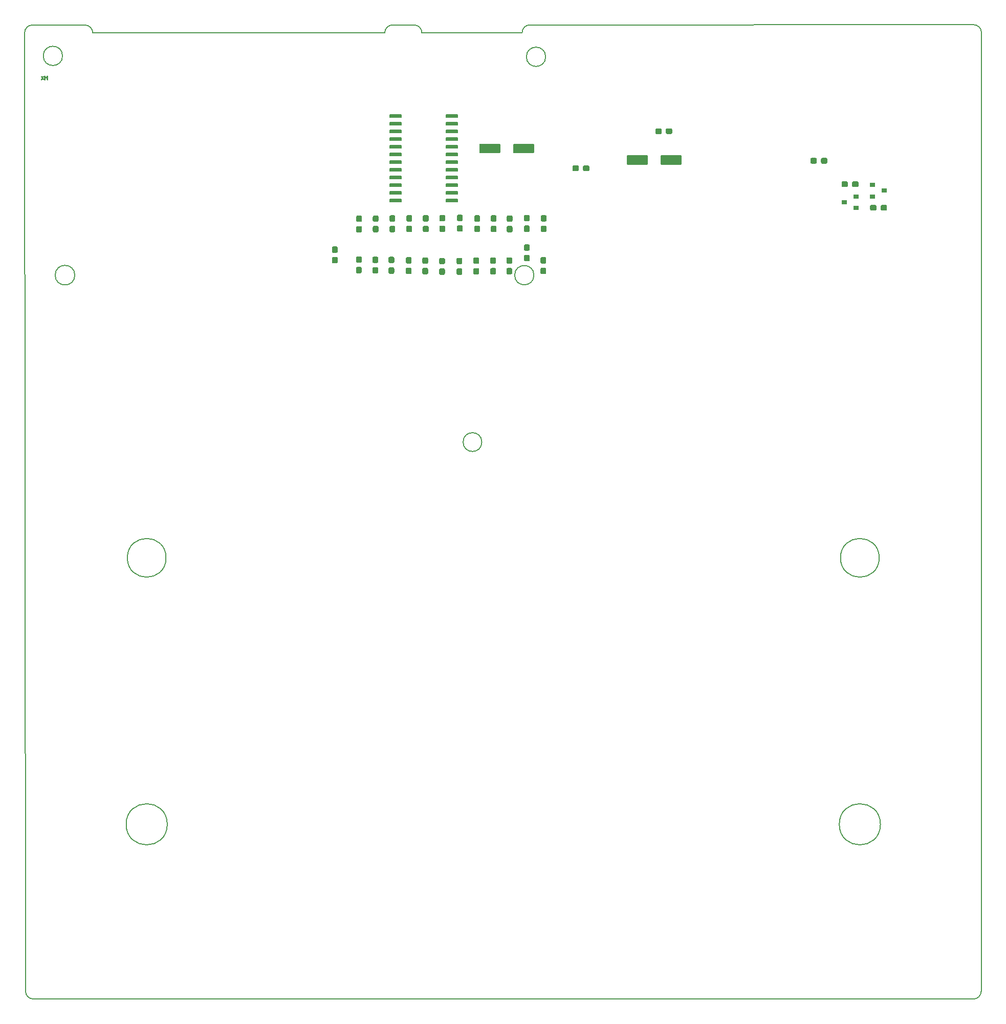
<source format=gtp>
G04 #@! TF.GenerationSoftware,KiCad,Pcbnew,(5.1.5)-3*
G04 #@! TF.CreationDate,2020-08-17T08:43:25+02:00*
G04 #@! TF.ProjectId,carecasetester,63617265-6361-4736-9574-65737465722e,rev?*
G04 #@! TF.SameCoordinates,Original*
G04 #@! TF.FileFunction,Paste,Top*
G04 #@! TF.FilePolarity,Positive*
%FSLAX46Y46*%
G04 Gerber Fmt 4.6, Leading zero omitted, Abs format (unit mm)*
G04 Created by KiCad (PCBNEW (5.1.5)-3) date 2020-08-17 08:43:25*
%MOMM*%
%LPD*%
G04 APERTURE LIST*
G04 #@! TA.AperFunction,Profile*
%ADD10C,0.200000*%
G04 #@! TD*
%ADD11C,0.150000*%
%ADD12R,0.900000X0.800000*%
G04 APERTURE END LIST*
D10*
X234040000Y-9300000D02*
X160610000Y-9330000D01*
X235330000Y-10590000D02*
X235290000Y-169120000D01*
X78440000Y-170400000D02*
X234000000Y-170410000D01*
X77000000Y-10640000D02*
X77150000Y-169110000D01*
X78290000Y-9350000D02*
X87000000Y-9350000D01*
X77000000Y-10640000D02*
G75*
G02X78290000Y-9350000I1290000J0D01*
G01*
X78440000Y-170400000D02*
G75*
G02X77150000Y-169110000I0J1290000D01*
G01*
X235290000Y-169120000D02*
G75*
G02X234000000Y-170410000I-1290000J0D01*
G01*
X234040000Y-9300000D02*
G75*
G02X235330000Y-10590000I0J-1290000D01*
G01*
X137890000Y-9330000D02*
X141450000Y-9330000D01*
X136600000Y-10620000D02*
X88290000Y-10640000D01*
X136600000Y-10620000D02*
G75*
G02X137890000Y-9330000I1290000J0D01*
G01*
X87000000Y-9350000D02*
G75*
G02X88290000Y-10640000I0J-1290000D01*
G01*
X142740000Y-10620000D02*
X159320000Y-10620000D01*
X159320000Y-10620000D02*
G75*
G02X160610000Y-9330000I1290000J0D01*
G01*
X141450000Y-9330000D02*
G75*
G02X142740000Y-10620000I0J-1290000D01*
G01*
X83280000Y-14450000D02*
G75*
G03X83280000Y-14450000I-1591897J0D01*
G01*
X163220000Y-14600000D02*
G75*
G03X163220000Y-14600000I-1590000J0D01*
G01*
X161280283Y-50710000D02*
G75*
G03X161280283Y-50710000I-1592180J0D01*
G01*
X85310123Y-50710000D02*
G75*
G03X85310123Y-50710000I-1622020J0D01*
G01*
X152660000Y-78311679D02*
G75*
G03X152660000Y-78311679I-1550000J0D01*
G01*
X100610000Y-141520000D02*
G75*
G03X100610000Y-141520000I-3400000J0D01*
G01*
X218610000Y-141520000D02*
G75*
G03X218610000Y-141520000I-3400000J0D01*
G01*
X218410000Y-97450000D02*
G75*
G03X218410000Y-97450000I-3200000J0D01*
G01*
X100410000Y-97450000D02*
G75*
G03X100410000Y-97450000I-3200000J0D01*
G01*
D11*
G04 #@! TO.C,REF\002A\002A*
G36*
X80429901Y-18260241D02*
G01*
X80434755Y-18260961D01*
X80439514Y-18262153D01*
X80444134Y-18263806D01*
X80448570Y-18265904D01*
X80452779Y-18268427D01*
X80456720Y-18271349D01*
X80460355Y-18274645D01*
X80463651Y-18278280D01*
X80466573Y-18282221D01*
X80469096Y-18286430D01*
X80471194Y-18290866D01*
X80472847Y-18295486D01*
X80474039Y-18300245D01*
X80474759Y-18305099D01*
X80475000Y-18310000D01*
X80475000Y-18410000D01*
X80474759Y-18414901D01*
X80474039Y-18419755D01*
X80472847Y-18424514D01*
X80471194Y-18429134D01*
X80469096Y-18433570D01*
X80466573Y-18437779D01*
X80463651Y-18441720D01*
X80460355Y-18445355D01*
X80456720Y-18448651D01*
X80452779Y-18451573D01*
X80448570Y-18454096D01*
X80444134Y-18456194D01*
X80439514Y-18457847D01*
X80434755Y-18459039D01*
X80429901Y-18459759D01*
X80425000Y-18460000D01*
X79775000Y-18460000D01*
X79770099Y-18459759D01*
X79765245Y-18459039D01*
X79760486Y-18457847D01*
X79755866Y-18456194D01*
X79751430Y-18454096D01*
X79747221Y-18451573D01*
X79743280Y-18448651D01*
X79739645Y-18445355D01*
X79736349Y-18441720D01*
X79733427Y-18437779D01*
X79730904Y-18433570D01*
X79728806Y-18429134D01*
X79727153Y-18424514D01*
X79725961Y-18419755D01*
X79725241Y-18414901D01*
X79725000Y-18410000D01*
X79725000Y-18310000D01*
X79725241Y-18305099D01*
X79725961Y-18300245D01*
X79727153Y-18295486D01*
X79728806Y-18290866D01*
X79730904Y-18286430D01*
X79733427Y-18282221D01*
X79736349Y-18278280D01*
X79739645Y-18274645D01*
X79743280Y-18271349D01*
X79747221Y-18268427D01*
X79751430Y-18265904D01*
X79755866Y-18263806D01*
X79760486Y-18262153D01*
X79765245Y-18260961D01*
X79770099Y-18260241D01*
X79775000Y-18260000D01*
X80425000Y-18260000D01*
X80429901Y-18260241D01*
G37*
G36*
X80025698Y-18014949D02*
G01*
X80030544Y-18015722D01*
X80035290Y-18016966D01*
X80039892Y-18018669D01*
X80044304Y-18020816D01*
X80048485Y-18023384D01*
X80052394Y-18026349D01*
X80128999Y-18090627D01*
X80132599Y-18093962D01*
X80135854Y-18097633D01*
X80138734Y-18101606D01*
X80141210Y-18105842D01*
X80143260Y-18110300D01*
X80144862Y-18114938D01*
X80146003Y-18119711D01*
X80146670Y-18124572D01*
X80146857Y-18129475D01*
X80146563Y-18134373D01*
X80145790Y-18139218D01*
X80144546Y-18143965D01*
X80142843Y-18148566D01*
X80140697Y-18152979D01*
X80138128Y-18157160D01*
X80135162Y-18161069D01*
X79878047Y-18467487D01*
X79874713Y-18471087D01*
X79871041Y-18474342D01*
X79867068Y-18477222D01*
X79862832Y-18479699D01*
X79858374Y-18481748D01*
X79853736Y-18483350D01*
X79848964Y-18484491D01*
X79844103Y-18485158D01*
X79839200Y-18485345D01*
X79834302Y-18485051D01*
X79829456Y-18484278D01*
X79824710Y-18483034D01*
X79820108Y-18481331D01*
X79815696Y-18479184D01*
X79811515Y-18476616D01*
X79807606Y-18473651D01*
X79731001Y-18409373D01*
X79727401Y-18406038D01*
X79724146Y-18402367D01*
X79721266Y-18398394D01*
X79718790Y-18394158D01*
X79716740Y-18389700D01*
X79715138Y-18385062D01*
X79713997Y-18380289D01*
X79713330Y-18375428D01*
X79713143Y-18370525D01*
X79713437Y-18365627D01*
X79714210Y-18360782D01*
X79715454Y-18356035D01*
X79717157Y-18351434D01*
X79719303Y-18347021D01*
X79721872Y-18342840D01*
X79724838Y-18338931D01*
X79981953Y-18032513D01*
X79985287Y-18028913D01*
X79988959Y-18025658D01*
X79992932Y-18022778D01*
X79997168Y-18020301D01*
X80001626Y-18018252D01*
X80006264Y-18016650D01*
X80011036Y-18015509D01*
X80015897Y-18014842D01*
X80020800Y-18014655D01*
X80025698Y-18014949D01*
G37*
G36*
X80419901Y-17830241D02*
G01*
X80424755Y-17830961D01*
X80429514Y-17832153D01*
X80434134Y-17833806D01*
X80438570Y-17835904D01*
X80442779Y-17838427D01*
X80446720Y-17841349D01*
X80450355Y-17844645D01*
X80453651Y-17848280D01*
X80456573Y-17852221D01*
X80459096Y-17856430D01*
X80461194Y-17860866D01*
X80462847Y-17865486D01*
X80464039Y-17870245D01*
X80464759Y-17875099D01*
X80465000Y-17880000D01*
X80465000Y-17980000D01*
X80464759Y-17984901D01*
X80464039Y-17989755D01*
X80462847Y-17994514D01*
X80461194Y-17999134D01*
X80459096Y-18003570D01*
X80456573Y-18007779D01*
X80453651Y-18011720D01*
X80450355Y-18015355D01*
X80446720Y-18018651D01*
X80442779Y-18021573D01*
X80438570Y-18024096D01*
X80434134Y-18026194D01*
X80429514Y-18027847D01*
X80424755Y-18029039D01*
X80419901Y-18029759D01*
X80415000Y-18030000D01*
X79765000Y-18030000D01*
X79760099Y-18029759D01*
X79755245Y-18029039D01*
X79750486Y-18027847D01*
X79745866Y-18026194D01*
X79741430Y-18024096D01*
X79737221Y-18021573D01*
X79733280Y-18018651D01*
X79729645Y-18015355D01*
X79726349Y-18011720D01*
X79723427Y-18007779D01*
X79720904Y-18003570D01*
X79718806Y-17999134D01*
X79717153Y-17994514D01*
X79715961Y-17989755D01*
X79715241Y-17984901D01*
X79715000Y-17980000D01*
X79715000Y-17880000D01*
X79715241Y-17875099D01*
X79715961Y-17870245D01*
X79717153Y-17865486D01*
X79718806Y-17860866D01*
X79720904Y-17856430D01*
X79723427Y-17852221D01*
X79726349Y-17848280D01*
X79729645Y-17844645D01*
X79733280Y-17841349D01*
X79737221Y-17838427D01*
X79741430Y-17835904D01*
X79745866Y-17833806D01*
X79750486Y-17832153D01*
X79755245Y-17830961D01*
X79760099Y-17830241D01*
X79765000Y-17830000D01*
X80415000Y-17830000D01*
X80419901Y-17830241D01*
G37*
G36*
X79844103Y-17804842D02*
G01*
X79848964Y-17805509D01*
X79853737Y-17806650D01*
X79858375Y-17808252D01*
X79862833Y-17810302D01*
X79867069Y-17812778D01*
X79871042Y-17815658D01*
X79874713Y-17818913D01*
X79878047Y-17822513D01*
X80135162Y-18128931D01*
X80138128Y-18132840D01*
X80140696Y-18137021D01*
X80142843Y-18141433D01*
X80144546Y-18146035D01*
X80145790Y-18150781D01*
X80146563Y-18155627D01*
X80146857Y-18160525D01*
X80146670Y-18165428D01*
X80146003Y-18170289D01*
X80144862Y-18175061D01*
X80143260Y-18179699D01*
X80141211Y-18184157D01*
X80138734Y-18188393D01*
X80135854Y-18192366D01*
X80132599Y-18196038D01*
X80128999Y-18199373D01*
X80052394Y-18263651D01*
X80048485Y-18266616D01*
X80044304Y-18269185D01*
X80039891Y-18271331D01*
X80035290Y-18273034D01*
X80030543Y-18274278D01*
X80025698Y-18275051D01*
X80020800Y-18275345D01*
X80015897Y-18275158D01*
X80011036Y-18274491D01*
X80006263Y-18273350D01*
X80001625Y-18271748D01*
X79997167Y-18269698D01*
X79992931Y-18267222D01*
X79988958Y-18264342D01*
X79985287Y-18261087D01*
X79981953Y-18257487D01*
X79724838Y-17951069D01*
X79721872Y-17947160D01*
X79719304Y-17942979D01*
X79717157Y-17938567D01*
X79715454Y-17933965D01*
X79714210Y-17929219D01*
X79713437Y-17924373D01*
X79713143Y-17919475D01*
X79713330Y-17914572D01*
X79713997Y-17909711D01*
X79715138Y-17904939D01*
X79716740Y-17900301D01*
X79718789Y-17895843D01*
X79721266Y-17891607D01*
X79724146Y-17887634D01*
X79727401Y-17883962D01*
X79731001Y-17880627D01*
X79807606Y-17816349D01*
X79811515Y-17813384D01*
X79815696Y-17810815D01*
X79820109Y-17808669D01*
X79824710Y-17806966D01*
X79829457Y-17805722D01*
X79834302Y-17804949D01*
X79839200Y-17804655D01*
X79844103Y-17804842D01*
G37*
G36*
X80795428Y-17723330D02*
G01*
X80800289Y-17723997D01*
X80805061Y-17725138D01*
X80809699Y-17726740D01*
X80814157Y-17728789D01*
X80818393Y-17731266D01*
X80822366Y-17734146D01*
X80826038Y-17737401D01*
X80829373Y-17741001D01*
X80893651Y-17817606D01*
X80896616Y-17821515D01*
X80899185Y-17825696D01*
X80901331Y-17830109D01*
X80903034Y-17834710D01*
X80904278Y-17839457D01*
X80905051Y-17844302D01*
X80905345Y-17849200D01*
X80905158Y-17854103D01*
X80904491Y-17858964D01*
X80903350Y-17863737D01*
X80901748Y-17868375D01*
X80899698Y-17872833D01*
X80897222Y-17877069D01*
X80894342Y-17881042D01*
X80891087Y-17884713D01*
X80887487Y-17888047D01*
X80581069Y-18145162D01*
X80577160Y-18148128D01*
X80572979Y-18150696D01*
X80568567Y-18152843D01*
X80563965Y-18154546D01*
X80559219Y-18155790D01*
X80554373Y-18156563D01*
X80549475Y-18156857D01*
X80544572Y-18156670D01*
X80539711Y-18156003D01*
X80534939Y-18154862D01*
X80530301Y-18153260D01*
X80525843Y-18151211D01*
X80521607Y-18148734D01*
X80517634Y-18145854D01*
X80513962Y-18142599D01*
X80510627Y-18138999D01*
X80446349Y-18062394D01*
X80443384Y-18058485D01*
X80440815Y-18054304D01*
X80438669Y-18049891D01*
X80436966Y-18045290D01*
X80435722Y-18040543D01*
X80434949Y-18035698D01*
X80434655Y-18030800D01*
X80434842Y-18025897D01*
X80435509Y-18021036D01*
X80436650Y-18016263D01*
X80438252Y-18011625D01*
X80440302Y-18007167D01*
X80442778Y-18002931D01*
X80445658Y-17998958D01*
X80448913Y-17995287D01*
X80452513Y-17991953D01*
X80758931Y-17734838D01*
X80762840Y-17731872D01*
X80767021Y-17729304D01*
X80771433Y-17727157D01*
X80776035Y-17725454D01*
X80780781Y-17724210D01*
X80785627Y-17723437D01*
X80790525Y-17723143D01*
X80795428Y-17723330D01*
G37*
G36*
X80834901Y-17725241D02*
G01*
X80839755Y-17725961D01*
X80844514Y-17727153D01*
X80849134Y-17728806D01*
X80853570Y-17730904D01*
X80857779Y-17733427D01*
X80861720Y-17736349D01*
X80865355Y-17739645D01*
X80868651Y-17743280D01*
X80871573Y-17747221D01*
X80874096Y-17751430D01*
X80876194Y-17755866D01*
X80877847Y-17760486D01*
X80879039Y-17765245D01*
X80879759Y-17770099D01*
X80880000Y-17775000D01*
X80880000Y-18425000D01*
X80879759Y-18429901D01*
X80879039Y-18434755D01*
X80877847Y-18439514D01*
X80876194Y-18444134D01*
X80874096Y-18448570D01*
X80871573Y-18452779D01*
X80868651Y-18456720D01*
X80865355Y-18460355D01*
X80861720Y-18463651D01*
X80857779Y-18466573D01*
X80853570Y-18469096D01*
X80849134Y-18471194D01*
X80844514Y-18472847D01*
X80839755Y-18474039D01*
X80834901Y-18474759D01*
X80830000Y-18475000D01*
X80730000Y-18475000D01*
X80725099Y-18474759D01*
X80720245Y-18474039D01*
X80715486Y-18472847D01*
X80710866Y-18471194D01*
X80706430Y-18469096D01*
X80702221Y-18466573D01*
X80698280Y-18463651D01*
X80694645Y-18460355D01*
X80691349Y-18456720D01*
X80688427Y-18452779D01*
X80685904Y-18448570D01*
X80683806Y-18444134D01*
X80682153Y-18439514D01*
X80680961Y-18434755D01*
X80680241Y-18429901D01*
X80680000Y-18425000D01*
X80680000Y-17775000D01*
X80680241Y-17770099D01*
X80680961Y-17765245D01*
X80682153Y-17760486D01*
X80683806Y-17755866D01*
X80685904Y-17751430D01*
X80688427Y-17747221D01*
X80691349Y-17743280D01*
X80694645Y-17739645D01*
X80698280Y-17736349D01*
X80702221Y-17733427D01*
X80706430Y-17730904D01*
X80710866Y-17728806D01*
X80715486Y-17727153D01*
X80720245Y-17725961D01*
X80725099Y-17725241D01*
X80730000Y-17725000D01*
X80830000Y-17725000D01*
X80834901Y-17725241D01*
G37*
G36*
X80344373Y-17723437D02*
G01*
X80349218Y-17724210D01*
X80353965Y-17725454D01*
X80358566Y-17727157D01*
X80362979Y-17729303D01*
X80367160Y-17731872D01*
X80371069Y-17734838D01*
X80677487Y-17991953D01*
X80681087Y-17995287D01*
X80684342Y-17998959D01*
X80687222Y-18002932D01*
X80689699Y-18007168D01*
X80691748Y-18011626D01*
X80693350Y-18016264D01*
X80694491Y-18021036D01*
X80695158Y-18025897D01*
X80695345Y-18030800D01*
X80695051Y-18035698D01*
X80694278Y-18040544D01*
X80693034Y-18045290D01*
X80691331Y-18049892D01*
X80689184Y-18054304D01*
X80686616Y-18058485D01*
X80683651Y-18062394D01*
X80619373Y-18138999D01*
X80616038Y-18142599D01*
X80612367Y-18145854D01*
X80608394Y-18148734D01*
X80604158Y-18151210D01*
X80599700Y-18153260D01*
X80595062Y-18154862D01*
X80590289Y-18156003D01*
X80585428Y-18156670D01*
X80580525Y-18156857D01*
X80575627Y-18156563D01*
X80570782Y-18155790D01*
X80566035Y-18154546D01*
X80561434Y-18152843D01*
X80557021Y-18150697D01*
X80552840Y-18148128D01*
X80548931Y-18145162D01*
X80242513Y-17888047D01*
X80238913Y-17884713D01*
X80235658Y-17881041D01*
X80232778Y-17877068D01*
X80230301Y-17872832D01*
X80228252Y-17868374D01*
X80226650Y-17863736D01*
X80225509Y-17858964D01*
X80224842Y-17854103D01*
X80224655Y-17849200D01*
X80224949Y-17844302D01*
X80225722Y-17839456D01*
X80226966Y-17834710D01*
X80228669Y-17830108D01*
X80230816Y-17825696D01*
X80233384Y-17821515D01*
X80236349Y-17817606D01*
X80300627Y-17741001D01*
X80303962Y-17737401D01*
X80307633Y-17734146D01*
X80311606Y-17731266D01*
X80315842Y-17728790D01*
X80320300Y-17726740D01*
X80324938Y-17725138D01*
X80329711Y-17723997D01*
X80334572Y-17723330D01*
X80339475Y-17723143D01*
X80344373Y-17723437D01*
G37*
G36*
X80404901Y-17735241D02*
G01*
X80409755Y-17735961D01*
X80414514Y-17737153D01*
X80419134Y-17738806D01*
X80423570Y-17740904D01*
X80427779Y-17743427D01*
X80431720Y-17746349D01*
X80435355Y-17749645D01*
X80438651Y-17753280D01*
X80441573Y-17757221D01*
X80444096Y-17761430D01*
X80446194Y-17765866D01*
X80447847Y-17770486D01*
X80449039Y-17775245D01*
X80449759Y-17780099D01*
X80450000Y-17785000D01*
X80450000Y-18435000D01*
X80449759Y-18439901D01*
X80449039Y-18444755D01*
X80447847Y-18449514D01*
X80446194Y-18454134D01*
X80444096Y-18458570D01*
X80441573Y-18462779D01*
X80438651Y-18466720D01*
X80435355Y-18470355D01*
X80431720Y-18473651D01*
X80427779Y-18476573D01*
X80423570Y-18479096D01*
X80419134Y-18481194D01*
X80414514Y-18482847D01*
X80409755Y-18484039D01*
X80404901Y-18484759D01*
X80400000Y-18485000D01*
X80300000Y-18485000D01*
X80295099Y-18484759D01*
X80290245Y-18484039D01*
X80285486Y-18482847D01*
X80280866Y-18481194D01*
X80276430Y-18479096D01*
X80272221Y-18476573D01*
X80268280Y-18473651D01*
X80264645Y-18470355D01*
X80261349Y-18466720D01*
X80258427Y-18462779D01*
X80255904Y-18458570D01*
X80253806Y-18454134D01*
X80252153Y-18449514D01*
X80250961Y-18444755D01*
X80250241Y-18439901D01*
X80250000Y-18435000D01*
X80250000Y-17785000D01*
X80250241Y-17780099D01*
X80250961Y-17775245D01*
X80252153Y-17770486D01*
X80253806Y-17765866D01*
X80255904Y-17761430D01*
X80258427Y-17757221D01*
X80261349Y-17753280D01*
X80264645Y-17749645D01*
X80268280Y-17746349D01*
X80272221Y-17743427D01*
X80276430Y-17740904D01*
X80280866Y-17738806D01*
X80285486Y-17737153D01*
X80290245Y-17735961D01*
X80295099Y-17735241D01*
X80300000Y-17735000D01*
X80400000Y-17735000D01*
X80404901Y-17735241D01*
G37*
G04 #@! TD*
G04 #@! TO.C,R29*
G36*
X219490779Y-39096144D02*
G01*
X219513834Y-39099563D01*
X219536443Y-39105227D01*
X219558387Y-39113079D01*
X219579457Y-39123044D01*
X219599448Y-39135026D01*
X219618168Y-39148910D01*
X219635438Y-39164562D01*
X219651090Y-39181832D01*
X219664974Y-39200552D01*
X219676956Y-39220543D01*
X219686921Y-39241613D01*
X219694773Y-39263557D01*
X219700437Y-39286166D01*
X219703856Y-39309221D01*
X219705000Y-39332500D01*
X219705000Y-39807500D01*
X219703856Y-39830779D01*
X219700437Y-39853834D01*
X219694773Y-39876443D01*
X219686921Y-39898387D01*
X219676956Y-39919457D01*
X219664974Y-39939448D01*
X219651090Y-39958168D01*
X219635438Y-39975438D01*
X219618168Y-39991090D01*
X219599448Y-40004974D01*
X219579457Y-40016956D01*
X219558387Y-40026921D01*
X219536443Y-40034773D01*
X219513834Y-40040437D01*
X219490779Y-40043856D01*
X219467500Y-40045000D01*
X218892500Y-40045000D01*
X218869221Y-40043856D01*
X218846166Y-40040437D01*
X218823557Y-40034773D01*
X218801613Y-40026921D01*
X218780543Y-40016956D01*
X218760552Y-40004974D01*
X218741832Y-39991090D01*
X218724562Y-39975438D01*
X218708910Y-39958168D01*
X218695026Y-39939448D01*
X218683044Y-39919457D01*
X218673079Y-39898387D01*
X218665227Y-39876443D01*
X218659563Y-39853834D01*
X218656144Y-39830779D01*
X218655000Y-39807500D01*
X218655000Y-39332500D01*
X218656144Y-39309221D01*
X218659563Y-39286166D01*
X218665227Y-39263557D01*
X218673079Y-39241613D01*
X218683044Y-39220543D01*
X218695026Y-39200552D01*
X218708910Y-39181832D01*
X218724562Y-39164562D01*
X218741832Y-39148910D01*
X218760552Y-39135026D01*
X218780543Y-39123044D01*
X218801613Y-39113079D01*
X218823557Y-39105227D01*
X218846166Y-39099563D01*
X218869221Y-39096144D01*
X218892500Y-39095000D01*
X219467500Y-39095000D01*
X219490779Y-39096144D01*
G37*
G36*
X217740779Y-39096144D02*
G01*
X217763834Y-39099563D01*
X217786443Y-39105227D01*
X217808387Y-39113079D01*
X217829457Y-39123044D01*
X217849448Y-39135026D01*
X217868168Y-39148910D01*
X217885438Y-39164562D01*
X217901090Y-39181832D01*
X217914974Y-39200552D01*
X217926956Y-39220543D01*
X217936921Y-39241613D01*
X217944773Y-39263557D01*
X217950437Y-39286166D01*
X217953856Y-39309221D01*
X217955000Y-39332500D01*
X217955000Y-39807500D01*
X217953856Y-39830779D01*
X217950437Y-39853834D01*
X217944773Y-39876443D01*
X217936921Y-39898387D01*
X217926956Y-39919457D01*
X217914974Y-39939448D01*
X217901090Y-39958168D01*
X217885438Y-39975438D01*
X217868168Y-39991090D01*
X217849448Y-40004974D01*
X217829457Y-40016956D01*
X217808387Y-40026921D01*
X217786443Y-40034773D01*
X217763834Y-40040437D01*
X217740779Y-40043856D01*
X217717500Y-40045000D01*
X217142500Y-40045000D01*
X217119221Y-40043856D01*
X217096166Y-40040437D01*
X217073557Y-40034773D01*
X217051613Y-40026921D01*
X217030543Y-40016956D01*
X217010552Y-40004974D01*
X216991832Y-39991090D01*
X216974562Y-39975438D01*
X216958910Y-39958168D01*
X216945026Y-39939448D01*
X216933044Y-39919457D01*
X216923079Y-39898387D01*
X216915227Y-39876443D01*
X216909563Y-39853834D01*
X216906144Y-39830779D01*
X216905000Y-39807500D01*
X216905000Y-39332500D01*
X216906144Y-39309221D01*
X216909563Y-39286166D01*
X216915227Y-39263557D01*
X216923079Y-39241613D01*
X216933044Y-39220543D01*
X216945026Y-39200552D01*
X216958910Y-39181832D01*
X216974562Y-39164562D01*
X216991832Y-39148910D01*
X217010552Y-39135026D01*
X217030543Y-39123044D01*
X217051613Y-39113079D01*
X217073557Y-39105227D01*
X217096166Y-39099563D01*
X217119221Y-39096144D01*
X217142500Y-39095000D01*
X217717500Y-39095000D01*
X217740779Y-39096144D01*
G37*
G04 #@! TD*
D12*
G04 #@! TO.C,Q2*
X212610000Y-38630000D03*
X214610000Y-37680000D03*
X214610000Y-39580000D03*
G04 #@! TD*
G04 #@! TO.C,Q1*
X219270000Y-36730000D03*
X217270000Y-37680000D03*
X217270000Y-35780000D03*
G04 #@! TD*
D11*
G04 #@! TO.C,R28*
G36*
X207865779Y-31326144D02*
G01*
X207888834Y-31329563D01*
X207911443Y-31335227D01*
X207933387Y-31343079D01*
X207954457Y-31353044D01*
X207974448Y-31365026D01*
X207993168Y-31378910D01*
X208010438Y-31394562D01*
X208026090Y-31411832D01*
X208039974Y-31430552D01*
X208051956Y-31450543D01*
X208061921Y-31471613D01*
X208069773Y-31493557D01*
X208075437Y-31516166D01*
X208078856Y-31539221D01*
X208080000Y-31562500D01*
X208080000Y-32037500D01*
X208078856Y-32060779D01*
X208075437Y-32083834D01*
X208069773Y-32106443D01*
X208061921Y-32128387D01*
X208051956Y-32149457D01*
X208039974Y-32169448D01*
X208026090Y-32188168D01*
X208010438Y-32205438D01*
X207993168Y-32221090D01*
X207974448Y-32234974D01*
X207954457Y-32246956D01*
X207933387Y-32256921D01*
X207911443Y-32264773D01*
X207888834Y-32270437D01*
X207865779Y-32273856D01*
X207842500Y-32275000D01*
X207267500Y-32275000D01*
X207244221Y-32273856D01*
X207221166Y-32270437D01*
X207198557Y-32264773D01*
X207176613Y-32256921D01*
X207155543Y-32246956D01*
X207135552Y-32234974D01*
X207116832Y-32221090D01*
X207099562Y-32205438D01*
X207083910Y-32188168D01*
X207070026Y-32169448D01*
X207058044Y-32149457D01*
X207048079Y-32128387D01*
X207040227Y-32106443D01*
X207034563Y-32083834D01*
X207031144Y-32060779D01*
X207030000Y-32037500D01*
X207030000Y-31562500D01*
X207031144Y-31539221D01*
X207034563Y-31516166D01*
X207040227Y-31493557D01*
X207048079Y-31471613D01*
X207058044Y-31450543D01*
X207070026Y-31430552D01*
X207083910Y-31411832D01*
X207099562Y-31394562D01*
X207116832Y-31378910D01*
X207135552Y-31365026D01*
X207155543Y-31353044D01*
X207176613Y-31343079D01*
X207198557Y-31335227D01*
X207221166Y-31329563D01*
X207244221Y-31326144D01*
X207267500Y-31325000D01*
X207842500Y-31325000D01*
X207865779Y-31326144D01*
G37*
G36*
X209615779Y-31326144D02*
G01*
X209638834Y-31329563D01*
X209661443Y-31335227D01*
X209683387Y-31343079D01*
X209704457Y-31353044D01*
X209724448Y-31365026D01*
X209743168Y-31378910D01*
X209760438Y-31394562D01*
X209776090Y-31411832D01*
X209789974Y-31430552D01*
X209801956Y-31450543D01*
X209811921Y-31471613D01*
X209819773Y-31493557D01*
X209825437Y-31516166D01*
X209828856Y-31539221D01*
X209830000Y-31562500D01*
X209830000Y-32037500D01*
X209828856Y-32060779D01*
X209825437Y-32083834D01*
X209819773Y-32106443D01*
X209811921Y-32128387D01*
X209801956Y-32149457D01*
X209789974Y-32169448D01*
X209776090Y-32188168D01*
X209760438Y-32205438D01*
X209743168Y-32221090D01*
X209724448Y-32234974D01*
X209704457Y-32246956D01*
X209683387Y-32256921D01*
X209661443Y-32264773D01*
X209638834Y-32270437D01*
X209615779Y-32273856D01*
X209592500Y-32275000D01*
X209017500Y-32275000D01*
X208994221Y-32273856D01*
X208971166Y-32270437D01*
X208948557Y-32264773D01*
X208926613Y-32256921D01*
X208905543Y-32246956D01*
X208885552Y-32234974D01*
X208866832Y-32221090D01*
X208849562Y-32205438D01*
X208833910Y-32188168D01*
X208820026Y-32169448D01*
X208808044Y-32149457D01*
X208798079Y-32128387D01*
X208790227Y-32106443D01*
X208784563Y-32083834D01*
X208781144Y-32060779D01*
X208780000Y-32037500D01*
X208780000Y-31562500D01*
X208781144Y-31539221D01*
X208784563Y-31516166D01*
X208790227Y-31493557D01*
X208798079Y-31471613D01*
X208808044Y-31450543D01*
X208820026Y-31430552D01*
X208833910Y-31411832D01*
X208849562Y-31394562D01*
X208866832Y-31378910D01*
X208885552Y-31365026D01*
X208905543Y-31353044D01*
X208926613Y-31343079D01*
X208948557Y-31335227D01*
X208971166Y-31329563D01*
X208994221Y-31326144D01*
X209017500Y-31325000D01*
X209592500Y-31325000D01*
X209615779Y-31326144D01*
G37*
G04 #@! TD*
G04 #@! TO.C,R27*
G36*
X213015779Y-35206144D02*
G01*
X213038834Y-35209563D01*
X213061443Y-35215227D01*
X213083387Y-35223079D01*
X213104457Y-35233044D01*
X213124448Y-35245026D01*
X213143168Y-35258910D01*
X213160438Y-35274562D01*
X213176090Y-35291832D01*
X213189974Y-35310552D01*
X213201956Y-35330543D01*
X213211921Y-35351613D01*
X213219773Y-35373557D01*
X213225437Y-35396166D01*
X213228856Y-35419221D01*
X213230000Y-35442500D01*
X213230000Y-35917500D01*
X213228856Y-35940779D01*
X213225437Y-35963834D01*
X213219773Y-35986443D01*
X213211921Y-36008387D01*
X213201956Y-36029457D01*
X213189974Y-36049448D01*
X213176090Y-36068168D01*
X213160438Y-36085438D01*
X213143168Y-36101090D01*
X213124448Y-36114974D01*
X213104457Y-36126956D01*
X213083387Y-36136921D01*
X213061443Y-36144773D01*
X213038834Y-36150437D01*
X213015779Y-36153856D01*
X212992500Y-36155000D01*
X212417500Y-36155000D01*
X212394221Y-36153856D01*
X212371166Y-36150437D01*
X212348557Y-36144773D01*
X212326613Y-36136921D01*
X212305543Y-36126956D01*
X212285552Y-36114974D01*
X212266832Y-36101090D01*
X212249562Y-36085438D01*
X212233910Y-36068168D01*
X212220026Y-36049448D01*
X212208044Y-36029457D01*
X212198079Y-36008387D01*
X212190227Y-35986443D01*
X212184563Y-35963834D01*
X212181144Y-35940779D01*
X212180000Y-35917500D01*
X212180000Y-35442500D01*
X212181144Y-35419221D01*
X212184563Y-35396166D01*
X212190227Y-35373557D01*
X212198079Y-35351613D01*
X212208044Y-35330543D01*
X212220026Y-35310552D01*
X212233910Y-35291832D01*
X212249562Y-35274562D01*
X212266832Y-35258910D01*
X212285552Y-35245026D01*
X212305543Y-35233044D01*
X212326613Y-35223079D01*
X212348557Y-35215227D01*
X212371166Y-35209563D01*
X212394221Y-35206144D01*
X212417500Y-35205000D01*
X212992500Y-35205000D01*
X213015779Y-35206144D01*
G37*
G36*
X214765779Y-35206144D02*
G01*
X214788834Y-35209563D01*
X214811443Y-35215227D01*
X214833387Y-35223079D01*
X214854457Y-35233044D01*
X214874448Y-35245026D01*
X214893168Y-35258910D01*
X214910438Y-35274562D01*
X214926090Y-35291832D01*
X214939974Y-35310552D01*
X214951956Y-35330543D01*
X214961921Y-35351613D01*
X214969773Y-35373557D01*
X214975437Y-35396166D01*
X214978856Y-35419221D01*
X214980000Y-35442500D01*
X214980000Y-35917500D01*
X214978856Y-35940779D01*
X214975437Y-35963834D01*
X214969773Y-35986443D01*
X214961921Y-36008387D01*
X214951956Y-36029457D01*
X214939974Y-36049448D01*
X214926090Y-36068168D01*
X214910438Y-36085438D01*
X214893168Y-36101090D01*
X214874448Y-36114974D01*
X214854457Y-36126956D01*
X214833387Y-36136921D01*
X214811443Y-36144773D01*
X214788834Y-36150437D01*
X214765779Y-36153856D01*
X214742500Y-36155000D01*
X214167500Y-36155000D01*
X214144221Y-36153856D01*
X214121166Y-36150437D01*
X214098557Y-36144773D01*
X214076613Y-36136921D01*
X214055543Y-36126956D01*
X214035552Y-36114974D01*
X214016832Y-36101090D01*
X213999562Y-36085438D01*
X213983910Y-36068168D01*
X213970026Y-36049448D01*
X213958044Y-36029457D01*
X213948079Y-36008387D01*
X213940227Y-35986443D01*
X213934563Y-35963834D01*
X213931144Y-35940779D01*
X213930000Y-35917500D01*
X213930000Y-35442500D01*
X213931144Y-35419221D01*
X213934563Y-35396166D01*
X213940227Y-35373557D01*
X213948079Y-35351613D01*
X213958044Y-35330543D01*
X213970026Y-35310552D01*
X213983910Y-35291832D01*
X213999562Y-35274562D01*
X214016832Y-35258910D01*
X214035552Y-35245026D01*
X214055543Y-35233044D01*
X214076613Y-35223079D01*
X214098557Y-35215227D01*
X214121166Y-35209563D01*
X214144221Y-35206144D01*
X214167500Y-35205000D01*
X214742500Y-35205000D01*
X214765779Y-35206144D01*
G37*
G04 #@! TD*
G04 #@! TO.C,C3*
G36*
X185504504Y-30871204D02*
G01*
X185528773Y-30874804D01*
X185552571Y-30880765D01*
X185575671Y-30889030D01*
X185597849Y-30899520D01*
X185618893Y-30912133D01*
X185638598Y-30926747D01*
X185656777Y-30943223D01*
X185673253Y-30961402D01*
X185687867Y-30981107D01*
X185700480Y-31002151D01*
X185710970Y-31024329D01*
X185719235Y-31047429D01*
X185725196Y-31071227D01*
X185728796Y-31095496D01*
X185730000Y-31120000D01*
X185730000Y-32220000D01*
X185728796Y-32244504D01*
X185725196Y-32268773D01*
X185719235Y-32292571D01*
X185710970Y-32315671D01*
X185700480Y-32337849D01*
X185687867Y-32358893D01*
X185673253Y-32378598D01*
X185656777Y-32396777D01*
X185638598Y-32413253D01*
X185618893Y-32427867D01*
X185597849Y-32440480D01*
X185575671Y-32450970D01*
X185552571Y-32459235D01*
X185528773Y-32465196D01*
X185504504Y-32468796D01*
X185480000Y-32470000D01*
X182480000Y-32470000D01*
X182455496Y-32468796D01*
X182431227Y-32465196D01*
X182407429Y-32459235D01*
X182384329Y-32450970D01*
X182362151Y-32440480D01*
X182341107Y-32427867D01*
X182321402Y-32413253D01*
X182303223Y-32396777D01*
X182286747Y-32378598D01*
X182272133Y-32358893D01*
X182259520Y-32337849D01*
X182249030Y-32315671D01*
X182240765Y-32292571D01*
X182234804Y-32268773D01*
X182231204Y-32244504D01*
X182230000Y-32220000D01*
X182230000Y-31120000D01*
X182231204Y-31095496D01*
X182234804Y-31071227D01*
X182240765Y-31047429D01*
X182249030Y-31024329D01*
X182259520Y-31002151D01*
X182272133Y-30981107D01*
X182286747Y-30961402D01*
X182303223Y-30943223D01*
X182321402Y-30926747D01*
X182341107Y-30912133D01*
X182362151Y-30899520D01*
X182384329Y-30889030D01*
X182407429Y-30880765D01*
X182431227Y-30874804D01*
X182455496Y-30871204D01*
X182480000Y-30870000D01*
X185480000Y-30870000D01*
X185504504Y-30871204D01*
G37*
G36*
X179904504Y-30871204D02*
G01*
X179928773Y-30874804D01*
X179952571Y-30880765D01*
X179975671Y-30889030D01*
X179997849Y-30899520D01*
X180018893Y-30912133D01*
X180038598Y-30926747D01*
X180056777Y-30943223D01*
X180073253Y-30961402D01*
X180087867Y-30981107D01*
X180100480Y-31002151D01*
X180110970Y-31024329D01*
X180119235Y-31047429D01*
X180125196Y-31071227D01*
X180128796Y-31095496D01*
X180130000Y-31120000D01*
X180130000Y-32220000D01*
X180128796Y-32244504D01*
X180125196Y-32268773D01*
X180119235Y-32292571D01*
X180110970Y-32315671D01*
X180100480Y-32337849D01*
X180087867Y-32358893D01*
X180073253Y-32378598D01*
X180056777Y-32396777D01*
X180038598Y-32413253D01*
X180018893Y-32427867D01*
X179997849Y-32440480D01*
X179975671Y-32450970D01*
X179952571Y-32459235D01*
X179928773Y-32465196D01*
X179904504Y-32468796D01*
X179880000Y-32470000D01*
X176880000Y-32470000D01*
X176855496Y-32468796D01*
X176831227Y-32465196D01*
X176807429Y-32459235D01*
X176784329Y-32450970D01*
X176762151Y-32440480D01*
X176741107Y-32427867D01*
X176721402Y-32413253D01*
X176703223Y-32396777D01*
X176686747Y-32378598D01*
X176672133Y-32358893D01*
X176659520Y-32337849D01*
X176649030Y-32315671D01*
X176640765Y-32292571D01*
X176634804Y-32268773D01*
X176631204Y-32244504D01*
X176630000Y-32220000D01*
X176630000Y-31120000D01*
X176631204Y-31095496D01*
X176634804Y-31071227D01*
X176640765Y-31047429D01*
X176649030Y-31024329D01*
X176659520Y-31002151D01*
X176672133Y-30981107D01*
X176686747Y-30961402D01*
X176703223Y-30943223D01*
X176721402Y-30926747D01*
X176741107Y-30912133D01*
X176762151Y-30899520D01*
X176784329Y-30889030D01*
X176807429Y-30880765D01*
X176831227Y-30874804D01*
X176855496Y-30871204D01*
X176880000Y-30870000D01*
X179880000Y-30870000D01*
X179904504Y-30871204D01*
G37*
G04 #@! TD*
G04 #@! TO.C,C1*
G36*
X155504504Y-28961204D02*
G01*
X155528773Y-28964804D01*
X155552571Y-28970765D01*
X155575671Y-28979030D01*
X155597849Y-28989520D01*
X155618893Y-29002133D01*
X155638598Y-29016747D01*
X155656777Y-29033223D01*
X155673253Y-29051402D01*
X155687867Y-29071107D01*
X155700480Y-29092151D01*
X155710970Y-29114329D01*
X155719235Y-29137429D01*
X155725196Y-29161227D01*
X155728796Y-29185496D01*
X155730000Y-29210000D01*
X155730000Y-30310000D01*
X155728796Y-30334504D01*
X155725196Y-30358773D01*
X155719235Y-30382571D01*
X155710970Y-30405671D01*
X155700480Y-30427849D01*
X155687867Y-30448893D01*
X155673253Y-30468598D01*
X155656777Y-30486777D01*
X155638598Y-30503253D01*
X155618893Y-30517867D01*
X155597849Y-30530480D01*
X155575671Y-30540970D01*
X155552571Y-30549235D01*
X155528773Y-30555196D01*
X155504504Y-30558796D01*
X155480000Y-30560000D01*
X152480000Y-30560000D01*
X152455496Y-30558796D01*
X152431227Y-30555196D01*
X152407429Y-30549235D01*
X152384329Y-30540970D01*
X152362151Y-30530480D01*
X152341107Y-30517867D01*
X152321402Y-30503253D01*
X152303223Y-30486777D01*
X152286747Y-30468598D01*
X152272133Y-30448893D01*
X152259520Y-30427849D01*
X152249030Y-30405671D01*
X152240765Y-30382571D01*
X152234804Y-30358773D01*
X152231204Y-30334504D01*
X152230000Y-30310000D01*
X152230000Y-29210000D01*
X152231204Y-29185496D01*
X152234804Y-29161227D01*
X152240765Y-29137429D01*
X152249030Y-29114329D01*
X152259520Y-29092151D01*
X152272133Y-29071107D01*
X152286747Y-29051402D01*
X152303223Y-29033223D01*
X152321402Y-29016747D01*
X152341107Y-29002133D01*
X152362151Y-28989520D01*
X152384329Y-28979030D01*
X152407429Y-28970765D01*
X152431227Y-28964804D01*
X152455496Y-28961204D01*
X152480000Y-28960000D01*
X155480000Y-28960000D01*
X155504504Y-28961204D01*
G37*
G36*
X161104504Y-28961204D02*
G01*
X161128773Y-28964804D01*
X161152571Y-28970765D01*
X161175671Y-28979030D01*
X161197849Y-28989520D01*
X161218893Y-29002133D01*
X161238598Y-29016747D01*
X161256777Y-29033223D01*
X161273253Y-29051402D01*
X161287867Y-29071107D01*
X161300480Y-29092151D01*
X161310970Y-29114329D01*
X161319235Y-29137429D01*
X161325196Y-29161227D01*
X161328796Y-29185496D01*
X161330000Y-29210000D01*
X161330000Y-30310000D01*
X161328796Y-30334504D01*
X161325196Y-30358773D01*
X161319235Y-30382571D01*
X161310970Y-30405671D01*
X161300480Y-30427849D01*
X161287867Y-30448893D01*
X161273253Y-30468598D01*
X161256777Y-30486777D01*
X161238598Y-30503253D01*
X161218893Y-30517867D01*
X161197849Y-30530480D01*
X161175671Y-30540970D01*
X161152571Y-30549235D01*
X161128773Y-30555196D01*
X161104504Y-30558796D01*
X161080000Y-30560000D01*
X158080000Y-30560000D01*
X158055496Y-30558796D01*
X158031227Y-30555196D01*
X158007429Y-30549235D01*
X157984329Y-30540970D01*
X157962151Y-30530480D01*
X157941107Y-30517867D01*
X157921402Y-30503253D01*
X157903223Y-30486777D01*
X157886747Y-30468598D01*
X157872133Y-30448893D01*
X157859520Y-30427849D01*
X157849030Y-30405671D01*
X157840765Y-30382571D01*
X157834804Y-30358773D01*
X157831204Y-30334504D01*
X157830000Y-30310000D01*
X157830000Y-29210000D01*
X157831204Y-29185496D01*
X157834804Y-29161227D01*
X157840765Y-29137429D01*
X157849030Y-29114329D01*
X157859520Y-29092151D01*
X157872133Y-29071107D01*
X157886747Y-29051402D01*
X157903223Y-29033223D01*
X157921402Y-29016747D01*
X157941107Y-29002133D01*
X157962151Y-28989520D01*
X157984329Y-28979030D01*
X158007429Y-28970765D01*
X158031227Y-28964804D01*
X158055496Y-28961204D01*
X158080000Y-28960000D01*
X161080000Y-28960000D01*
X161104504Y-28961204D01*
G37*
G04 #@! TD*
G04 #@! TO.C,U1*
G36*
X139259703Y-38085722D02*
G01*
X139274264Y-38087882D01*
X139288543Y-38091459D01*
X139302403Y-38096418D01*
X139315710Y-38102712D01*
X139328336Y-38110280D01*
X139340159Y-38119048D01*
X139351066Y-38128934D01*
X139360952Y-38139841D01*
X139369720Y-38151664D01*
X139377288Y-38164290D01*
X139383582Y-38177597D01*
X139388541Y-38191457D01*
X139392118Y-38205736D01*
X139394278Y-38220297D01*
X139395000Y-38235000D01*
X139395000Y-38535000D01*
X139394278Y-38549703D01*
X139392118Y-38564264D01*
X139388541Y-38578543D01*
X139383582Y-38592403D01*
X139377288Y-38605710D01*
X139369720Y-38618336D01*
X139360952Y-38630159D01*
X139351066Y-38641066D01*
X139340159Y-38650952D01*
X139328336Y-38659720D01*
X139315710Y-38667288D01*
X139302403Y-38673582D01*
X139288543Y-38678541D01*
X139274264Y-38682118D01*
X139259703Y-38684278D01*
X139245000Y-38685000D01*
X137495000Y-38685000D01*
X137480297Y-38684278D01*
X137465736Y-38682118D01*
X137451457Y-38678541D01*
X137437597Y-38673582D01*
X137424290Y-38667288D01*
X137411664Y-38659720D01*
X137399841Y-38650952D01*
X137388934Y-38641066D01*
X137379048Y-38630159D01*
X137370280Y-38618336D01*
X137362712Y-38605710D01*
X137356418Y-38592403D01*
X137351459Y-38578543D01*
X137347882Y-38564264D01*
X137345722Y-38549703D01*
X137345000Y-38535000D01*
X137345000Y-38235000D01*
X137345722Y-38220297D01*
X137347882Y-38205736D01*
X137351459Y-38191457D01*
X137356418Y-38177597D01*
X137362712Y-38164290D01*
X137370280Y-38151664D01*
X137379048Y-38139841D01*
X137388934Y-38128934D01*
X137399841Y-38119048D01*
X137411664Y-38110280D01*
X137424290Y-38102712D01*
X137437597Y-38096418D01*
X137451457Y-38091459D01*
X137465736Y-38087882D01*
X137480297Y-38085722D01*
X137495000Y-38085000D01*
X139245000Y-38085000D01*
X139259703Y-38085722D01*
G37*
G36*
X139259703Y-36815722D02*
G01*
X139274264Y-36817882D01*
X139288543Y-36821459D01*
X139302403Y-36826418D01*
X139315710Y-36832712D01*
X139328336Y-36840280D01*
X139340159Y-36849048D01*
X139351066Y-36858934D01*
X139360952Y-36869841D01*
X139369720Y-36881664D01*
X139377288Y-36894290D01*
X139383582Y-36907597D01*
X139388541Y-36921457D01*
X139392118Y-36935736D01*
X139394278Y-36950297D01*
X139395000Y-36965000D01*
X139395000Y-37265000D01*
X139394278Y-37279703D01*
X139392118Y-37294264D01*
X139388541Y-37308543D01*
X139383582Y-37322403D01*
X139377288Y-37335710D01*
X139369720Y-37348336D01*
X139360952Y-37360159D01*
X139351066Y-37371066D01*
X139340159Y-37380952D01*
X139328336Y-37389720D01*
X139315710Y-37397288D01*
X139302403Y-37403582D01*
X139288543Y-37408541D01*
X139274264Y-37412118D01*
X139259703Y-37414278D01*
X139245000Y-37415000D01*
X137495000Y-37415000D01*
X137480297Y-37414278D01*
X137465736Y-37412118D01*
X137451457Y-37408541D01*
X137437597Y-37403582D01*
X137424290Y-37397288D01*
X137411664Y-37389720D01*
X137399841Y-37380952D01*
X137388934Y-37371066D01*
X137379048Y-37360159D01*
X137370280Y-37348336D01*
X137362712Y-37335710D01*
X137356418Y-37322403D01*
X137351459Y-37308543D01*
X137347882Y-37294264D01*
X137345722Y-37279703D01*
X137345000Y-37265000D01*
X137345000Y-36965000D01*
X137345722Y-36950297D01*
X137347882Y-36935736D01*
X137351459Y-36921457D01*
X137356418Y-36907597D01*
X137362712Y-36894290D01*
X137370280Y-36881664D01*
X137379048Y-36869841D01*
X137388934Y-36858934D01*
X137399841Y-36849048D01*
X137411664Y-36840280D01*
X137424290Y-36832712D01*
X137437597Y-36826418D01*
X137451457Y-36821459D01*
X137465736Y-36817882D01*
X137480297Y-36815722D01*
X137495000Y-36815000D01*
X139245000Y-36815000D01*
X139259703Y-36815722D01*
G37*
G36*
X139259703Y-35545722D02*
G01*
X139274264Y-35547882D01*
X139288543Y-35551459D01*
X139302403Y-35556418D01*
X139315710Y-35562712D01*
X139328336Y-35570280D01*
X139340159Y-35579048D01*
X139351066Y-35588934D01*
X139360952Y-35599841D01*
X139369720Y-35611664D01*
X139377288Y-35624290D01*
X139383582Y-35637597D01*
X139388541Y-35651457D01*
X139392118Y-35665736D01*
X139394278Y-35680297D01*
X139395000Y-35695000D01*
X139395000Y-35995000D01*
X139394278Y-36009703D01*
X139392118Y-36024264D01*
X139388541Y-36038543D01*
X139383582Y-36052403D01*
X139377288Y-36065710D01*
X139369720Y-36078336D01*
X139360952Y-36090159D01*
X139351066Y-36101066D01*
X139340159Y-36110952D01*
X139328336Y-36119720D01*
X139315710Y-36127288D01*
X139302403Y-36133582D01*
X139288543Y-36138541D01*
X139274264Y-36142118D01*
X139259703Y-36144278D01*
X139245000Y-36145000D01*
X137495000Y-36145000D01*
X137480297Y-36144278D01*
X137465736Y-36142118D01*
X137451457Y-36138541D01*
X137437597Y-36133582D01*
X137424290Y-36127288D01*
X137411664Y-36119720D01*
X137399841Y-36110952D01*
X137388934Y-36101066D01*
X137379048Y-36090159D01*
X137370280Y-36078336D01*
X137362712Y-36065710D01*
X137356418Y-36052403D01*
X137351459Y-36038543D01*
X137347882Y-36024264D01*
X137345722Y-36009703D01*
X137345000Y-35995000D01*
X137345000Y-35695000D01*
X137345722Y-35680297D01*
X137347882Y-35665736D01*
X137351459Y-35651457D01*
X137356418Y-35637597D01*
X137362712Y-35624290D01*
X137370280Y-35611664D01*
X137379048Y-35599841D01*
X137388934Y-35588934D01*
X137399841Y-35579048D01*
X137411664Y-35570280D01*
X137424290Y-35562712D01*
X137437597Y-35556418D01*
X137451457Y-35551459D01*
X137465736Y-35547882D01*
X137480297Y-35545722D01*
X137495000Y-35545000D01*
X139245000Y-35545000D01*
X139259703Y-35545722D01*
G37*
G36*
X139259703Y-34275722D02*
G01*
X139274264Y-34277882D01*
X139288543Y-34281459D01*
X139302403Y-34286418D01*
X139315710Y-34292712D01*
X139328336Y-34300280D01*
X139340159Y-34309048D01*
X139351066Y-34318934D01*
X139360952Y-34329841D01*
X139369720Y-34341664D01*
X139377288Y-34354290D01*
X139383582Y-34367597D01*
X139388541Y-34381457D01*
X139392118Y-34395736D01*
X139394278Y-34410297D01*
X139395000Y-34425000D01*
X139395000Y-34725000D01*
X139394278Y-34739703D01*
X139392118Y-34754264D01*
X139388541Y-34768543D01*
X139383582Y-34782403D01*
X139377288Y-34795710D01*
X139369720Y-34808336D01*
X139360952Y-34820159D01*
X139351066Y-34831066D01*
X139340159Y-34840952D01*
X139328336Y-34849720D01*
X139315710Y-34857288D01*
X139302403Y-34863582D01*
X139288543Y-34868541D01*
X139274264Y-34872118D01*
X139259703Y-34874278D01*
X139245000Y-34875000D01*
X137495000Y-34875000D01*
X137480297Y-34874278D01*
X137465736Y-34872118D01*
X137451457Y-34868541D01*
X137437597Y-34863582D01*
X137424290Y-34857288D01*
X137411664Y-34849720D01*
X137399841Y-34840952D01*
X137388934Y-34831066D01*
X137379048Y-34820159D01*
X137370280Y-34808336D01*
X137362712Y-34795710D01*
X137356418Y-34782403D01*
X137351459Y-34768543D01*
X137347882Y-34754264D01*
X137345722Y-34739703D01*
X137345000Y-34725000D01*
X137345000Y-34425000D01*
X137345722Y-34410297D01*
X137347882Y-34395736D01*
X137351459Y-34381457D01*
X137356418Y-34367597D01*
X137362712Y-34354290D01*
X137370280Y-34341664D01*
X137379048Y-34329841D01*
X137388934Y-34318934D01*
X137399841Y-34309048D01*
X137411664Y-34300280D01*
X137424290Y-34292712D01*
X137437597Y-34286418D01*
X137451457Y-34281459D01*
X137465736Y-34277882D01*
X137480297Y-34275722D01*
X137495000Y-34275000D01*
X139245000Y-34275000D01*
X139259703Y-34275722D01*
G37*
G36*
X139259703Y-33005722D02*
G01*
X139274264Y-33007882D01*
X139288543Y-33011459D01*
X139302403Y-33016418D01*
X139315710Y-33022712D01*
X139328336Y-33030280D01*
X139340159Y-33039048D01*
X139351066Y-33048934D01*
X139360952Y-33059841D01*
X139369720Y-33071664D01*
X139377288Y-33084290D01*
X139383582Y-33097597D01*
X139388541Y-33111457D01*
X139392118Y-33125736D01*
X139394278Y-33140297D01*
X139395000Y-33155000D01*
X139395000Y-33455000D01*
X139394278Y-33469703D01*
X139392118Y-33484264D01*
X139388541Y-33498543D01*
X139383582Y-33512403D01*
X139377288Y-33525710D01*
X139369720Y-33538336D01*
X139360952Y-33550159D01*
X139351066Y-33561066D01*
X139340159Y-33570952D01*
X139328336Y-33579720D01*
X139315710Y-33587288D01*
X139302403Y-33593582D01*
X139288543Y-33598541D01*
X139274264Y-33602118D01*
X139259703Y-33604278D01*
X139245000Y-33605000D01*
X137495000Y-33605000D01*
X137480297Y-33604278D01*
X137465736Y-33602118D01*
X137451457Y-33598541D01*
X137437597Y-33593582D01*
X137424290Y-33587288D01*
X137411664Y-33579720D01*
X137399841Y-33570952D01*
X137388934Y-33561066D01*
X137379048Y-33550159D01*
X137370280Y-33538336D01*
X137362712Y-33525710D01*
X137356418Y-33512403D01*
X137351459Y-33498543D01*
X137347882Y-33484264D01*
X137345722Y-33469703D01*
X137345000Y-33455000D01*
X137345000Y-33155000D01*
X137345722Y-33140297D01*
X137347882Y-33125736D01*
X137351459Y-33111457D01*
X137356418Y-33097597D01*
X137362712Y-33084290D01*
X137370280Y-33071664D01*
X137379048Y-33059841D01*
X137388934Y-33048934D01*
X137399841Y-33039048D01*
X137411664Y-33030280D01*
X137424290Y-33022712D01*
X137437597Y-33016418D01*
X137451457Y-33011459D01*
X137465736Y-33007882D01*
X137480297Y-33005722D01*
X137495000Y-33005000D01*
X139245000Y-33005000D01*
X139259703Y-33005722D01*
G37*
G36*
X139259703Y-31735722D02*
G01*
X139274264Y-31737882D01*
X139288543Y-31741459D01*
X139302403Y-31746418D01*
X139315710Y-31752712D01*
X139328336Y-31760280D01*
X139340159Y-31769048D01*
X139351066Y-31778934D01*
X139360952Y-31789841D01*
X139369720Y-31801664D01*
X139377288Y-31814290D01*
X139383582Y-31827597D01*
X139388541Y-31841457D01*
X139392118Y-31855736D01*
X139394278Y-31870297D01*
X139395000Y-31885000D01*
X139395000Y-32185000D01*
X139394278Y-32199703D01*
X139392118Y-32214264D01*
X139388541Y-32228543D01*
X139383582Y-32242403D01*
X139377288Y-32255710D01*
X139369720Y-32268336D01*
X139360952Y-32280159D01*
X139351066Y-32291066D01*
X139340159Y-32300952D01*
X139328336Y-32309720D01*
X139315710Y-32317288D01*
X139302403Y-32323582D01*
X139288543Y-32328541D01*
X139274264Y-32332118D01*
X139259703Y-32334278D01*
X139245000Y-32335000D01*
X137495000Y-32335000D01*
X137480297Y-32334278D01*
X137465736Y-32332118D01*
X137451457Y-32328541D01*
X137437597Y-32323582D01*
X137424290Y-32317288D01*
X137411664Y-32309720D01*
X137399841Y-32300952D01*
X137388934Y-32291066D01*
X137379048Y-32280159D01*
X137370280Y-32268336D01*
X137362712Y-32255710D01*
X137356418Y-32242403D01*
X137351459Y-32228543D01*
X137347882Y-32214264D01*
X137345722Y-32199703D01*
X137345000Y-32185000D01*
X137345000Y-31885000D01*
X137345722Y-31870297D01*
X137347882Y-31855736D01*
X137351459Y-31841457D01*
X137356418Y-31827597D01*
X137362712Y-31814290D01*
X137370280Y-31801664D01*
X137379048Y-31789841D01*
X137388934Y-31778934D01*
X137399841Y-31769048D01*
X137411664Y-31760280D01*
X137424290Y-31752712D01*
X137437597Y-31746418D01*
X137451457Y-31741459D01*
X137465736Y-31737882D01*
X137480297Y-31735722D01*
X137495000Y-31735000D01*
X139245000Y-31735000D01*
X139259703Y-31735722D01*
G37*
G36*
X139259703Y-30465722D02*
G01*
X139274264Y-30467882D01*
X139288543Y-30471459D01*
X139302403Y-30476418D01*
X139315710Y-30482712D01*
X139328336Y-30490280D01*
X139340159Y-30499048D01*
X139351066Y-30508934D01*
X139360952Y-30519841D01*
X139369720Y-30531664D01*
X139377288Y-30544290D01*
X139383582Y-30557597D01*
X139388541Y-30571457D01*
X139392118Y-30585736D01*
X139394278Y-30600297D01*
X139395000Y-30615000D01*
X139395000Y-30915000D01*
X139394278Y-30929703D01*
X139392118Y-30944264D01*
X139388541Y-30958543D01*
X139383582Y-30972403D01*
X139377288Y-30985710D01*
X139369720Y-30998336D01*
X139360952Y-31010159D01*
X139351066Y-31021066D01*
X139340159Y-31030952D01*
X139328336Y-31039720D01*
X139315710Y-31047288D01*
X139302403Y-31053582D01*
X139288543Y-31058541D01*
X139274264Y-31062118D01*
X139259703Y-31064278D01*
X139245000Y-31065000D01*
X137495000Y-31065000D01*
X137480297Y-31064278D01*
X137465736Y-31062118D01*
X137451457Y-31058541D01*
X137437597Y-31053582D01*
X137424290Y-31047288D01*
X137411664Y-31039720D01*
X137399841Y-31030952D01*
X137388934Y-31021066D01*
X137379048Y-31010159D01*
X137370280Y-30998336D01*
X137362712Y-30985710D01*
X137356418Y-30972403D01*
X137351459Y-30958543D01*
X137347882Y-30944264D01*
X137345722Y-30929703D01*
X137345000Y-30915000D01*
X137345000Y-30615000D01*
X137345722Y-30600297D01*
X137347882Y-30585736D01*
X137351459Y-30571457D01*
X137356418Y-30557597D01*
X137362712Y-30544290D01*
X137370280Y-30531664D01*
X137379048Y-30519841D01*
X137388934Y-30508934D01*
X137399841Y-30499048D01*
X137411664Y-30490280D01*
X137424290Y-30482712D01*
X137437597Y-30476418D01*
X137451457Y-30471459D01*
X137465736Y-30467882D01*
X137480297Y-30465722D01*
X137495000Y-30465000D01*
X139245000Y-30465000D01*
X139259703Y-30465722D01*
G37*
G36*
X139259703Y-29195722D02*
G01*
X139274264Y-29197882D01*
X139288543Y-29201459D01*
X139302403Y-29206418D01*
X139315710Y-29212712D01*
X139328336Y-29220280D01*
X139340159Y-29229048D01*
X139351066Y-29238934D01*
X139360952Y-29249841D01*
X139369720Y-29261664D01*
X139377288Y-29274290D01*
X139383582Y-29287597D01*
X139388541Y-29301457D01*
X139392118Y-29315736D01*
X139394278Y-29330297D01*
X139395000Y-29345000D01*
X139395000Y-29645000D01*
X139394278Y-29659703D01*
X139392118Y-29674264D01*
X139388541Y-29688543D01*
X139383582Y-29702403D01*
X139377288Y-29715710D01*
X139369720Y-29728336D01*
X139360952Y-29740159D01*
X139351066Y-29751066D01*
X139340159Y-29760952D01*
X139328336Y-29769720D01*
X139315710Y-29777288D01*
X139302403Y-29783582D01*
X139288543Y-29788541D01*
X139274264Y-29792118D01*
X139259703Y-29794278D01*
X139245000Y-29795000D01*
X137495000Y-29795000D01*
X137480297Y-29794278D01*
X137465736Y-29792118D01*
X137451457Y-29788541D01*
X137437597Y-29783582D01*
X137424290Y-29777288D01*
X137411664Y-29769720D01*
X137399841Y-29760952D01*
X137388934Y-29751066D01*
X137379048Y-29740159D01*
X137370280Y-29728336D01*
X137362712Y-29715710D01*
X137356418Y-29702403D01*
X137351459Y-29688543D01*
X137347882Y-29674264D01*
X137345722Y-29659703D01*
X137345000Y-29645000D01*
X137345000Y-29345000D01*
X137345722Y-29330297D01*
X137347882Y-29315736D01*
X137351459Y-29301457D01*
X137356418Y-29287597D01*
X137362712Y-29274290D01*
X137370280Y-29261664D01*
X137379048Y-29249841D01*
X137388934Y-29238934D01*
X137399841Y-29229048D01*
X137411664Y-29220280D01*
X137424290Y-29212712D01*
X137437597Y-29206418D01*
X137451457Y-29201459D01*
X137465736Y-29197882D01*
X137480297Y-29195722D01*
X137495000Y-29195000D01*
X139245000Y-29195000D01*
X139259703Y-29195722D01*
G37*
G36*
X139259703Y-27925722D02*
G01*
X139274264Y-27927882D01*
X139288543Y-27931459D01*
X139302403Y-27936418D01*
X139315710Y-27942712D01*
X139328336Y-27950280D01*
X139340159Y-27959048D01*
X139351066Y-27968934D01*
X139360952Y-27979841D01*
X139369720Y-27991664D01*
X139377288Y-28004290D01*
X139383582Y-28017597D01*
X139388541Y-28031457D01*
X139392118Y-28045736D01*
X139394278Y-28060297D01*
X139395000Y-28075000D01*
X139395000Y-28375000D01*
X139394278Y-28389703D01*
X139392118Y-28404264D01*
X139388541Y-28418543D01*
X139383582Y-28432403D01*
X139377288Y-28445710D01*
X139369720Y-28458336D01*
X139360952Y-28470159D01*
X139351066Y-28481066D01*
X139340159Y-28490952D01*
X139328336Y-28499720D01*
X139315710Y-28507288D01*
X139302403Y-28513582D01*
X139288543Y-28518541D01*
X139274264Y-28522118D01*
X139259703Y-28524278D01*
X139245000Y-28525000D01*
X137495000Y-28525000D01*
X137480297Y-28524278D01*
X137465736Y-28522118D01*
X137451457Y-28518541D01*
X137437597Y-28513582D01*
X137424290Y-28507288D01*
X137411664Y-28499720D01*
X137399841Y-28490952D01*
X137388934Y-28481066D01*
X137379048Y-28470159D01*
X137370280Y-28458336D01*
X137362712Y-28445710D01*
X137356418Y-28432403D01*
X137351459Y-28418543D01*
X137347882Y-28404264D01*
X137345722Y-28389703D01*
X137345000Y-28375000D01*
X137345000Y-28075000D01*
X137345722Y-28060297D01*
X137347882Y-28045736D01*
X137351459Y-28031457D01*
X137356418Y-28017597D01*
X137362712Y-28004290D01*
X137370280Y-27991664D01*
X137379048Y-27979841D01*
X137388934Y-27968934D01*
X137399841Y-27959048D01*
X137411664Y-27950280D01*
X137424290Y-27942712D01*
X137437597Y-27936418D01*
X137451457Y-27931459D01*
X137465736Y-27927882D01*
X137480297Y-27925722D01*
X137495000Y-27925000D01*
X139245000Y-27925000D01*
X139259703Y-27925722D01*
G37*
G36*
X139259703Y-26655722D02*
G01*
X139274264Y-26657882D01*
X139288543Y-26661459D01*
X139302403Y-26666418D01*
X139315710Y-26672712D01*
X139328336Y-26680280D01*
X139340159Y-26689048D01*
X139351066Y-26698934D01*
X139360952Y-26709841D01*
X139369720Y-26721664D01*
X139377288Y-26734290D01*
X139383582Y-26747597D01*
X139388541Y-26761457D01*
X139392118Y-26775736D01*
X139394278Y-26790297D01*
X139395000Y-26805000D01*
X139395000Y-27105000D01*
X139394278Y-27119703D01*
X139392118Y-27134264D01*
X139388541Y-27148543D01*
X139383582Y-27162403D01*
X139377288Y-27175710D01*
X139369720Y-27188336D01*
X139360952Y-27200159D01*
X139351066Y-27211066D01*
X139340159Y-27220952D01*
X139328336Y-27229720D01*
X139315710Y-27237288D01*
X139302403Y-27243582D01*
X139288543Y-27248541D01*
X139274264Y-27252118D01*
X139259703Y-27254278D01*
X139245000Y-27255000D01*
X137495000Y-27255000D01*
X137480297Y-27254278D01*
X137465736Y-27252118D01*
X137451457Y-27248541D01*
X137437597Y-27243582D01*
X137424290Y-27237288D01*
X137411664Y-27229720D01*
X137399841Y-27220952D01*
X137388934Y-27211066D01*
X137379048Y-27200159D01*
X137370280Y-27188336D01*
X137362712Y-27175710D01*
X137356418Y-27162403D01*
X137351459Y-27148543D01*
X137347882Y-27134264D01*
X137345722Y-27119703D01*
X137345000Y-27105000D01*
X137345000Y-26805000D01*
X137345722Y-26790297D01*
X137347882Y-26775736D01*
X137351459Y-26761457D01*
X137356418Y-26747597D01*
X137362712Y-26734290D01*
X137370280Y-26721664D01*
X137379048Y-26709841D01*
X137388934Y-26698934D01*
X137399841Y-26689048D01*
X137411664Y-26680280D01*
X137424290Y-26672712D01*
X137437597Y-26666418D01*
X137451457Y-26661459D01*
X137465736Y-26657882D01*
X137480297Y-26655722D01*
X137495000Y-26655000D01*
X139245000Y-26655000D01*
X139259703Y-26655722D01*
G37*
G36*
X139259703Y-25385722D02*
G01*
X139274264Y-25387882D01*
X139288543Y-25391459D01*
X139302403Y-25396418D01*
X139315710Y-25402712D01*
X139328336Y-25410280D01*
X139340159Y-25419048D01*
X139351066Y-25428934D01*
X139360952Y-25439841D01*
X139369720Y-25451664D01*
X139377288Y-25464290D01*
X139383582Y-25477597D01*
X139388541Y-25491457D01*
X139392118Y-25505736D01*
X139394278Y-25520297D01*
X139395000Y-25535000D01*
X139395000Y-25835000D01*
X139394278Y-25849703D01*
X139392118Y-25864264D01*
X139388541Y-25878543D01*
X139383582Y-25892403D01*
X139377288Y-25905710D01*
X139369720Y-25918336D01*
X139360952Y-25930159D01*
X139351066Y-25941066D01*
X139340159Y-25950952D01*
X139328336Y-25959720D01*
X139315710Y-25967288D01*
X139302403Y-25973582D01*
X139288543Y-25978541D01*
X139274264Y-25982118D01*
X139259703Y-25984278D01*
X139245000Y-25985000D01*
X137495000Y-25985000D01*
X137480297Y-25984278D01*
X137465736Y-25982118D01*
X137451457Y-25978541D01*
X137437597Y-25973582D01*
X137424290Y-25967288D01*
X137411664Y-25959720D01*
X137399841Y-25950952D01*
X137388934Y-25941066D01*
X137379048Y-25930159D01*
X137370280Y-25918336D01*
X137362712Y-25905710D01*
X137356418Y-25892403D01*
X137351459Y-25878543D01*
X137347882Y-25864264D01*
X137345722Y-25849703D01*
X137345000Y-25835000D01*
X137345000Y-25535000D01*
X137345722Y-25520297D01*
X137347882Y-25505736D01*
X137351459Y-25491457D01*
X137356418Y-25477597D01*
X137362712Y-25464290D01*
X137370280Y-25451664D01*
X137379048Y-25439841D01*
X137388934Y-25428934D01*
X137399841Y-25419048D01*
X137411664Y-25410280D01*
X137424290Y-25402712D01*
X137437597Y-25396418D01*
X137451457Y-25391459D01*
X137465736Y-25387882D01*
X137480297Y-25385722D01*
X137495000Y-25385000D01*
X139245000Y-25385000D01*
X139259703Y-25385722D01*
G37*
G36*
X139259703Y-24115722D02*
G01*
X139274264Y-24117882D01*
X139288543Y-24121459D01*
X139302403Y-24126418D01*
X139315710Y-24132712D01*
X139328336Y-24140280D01*
X139340159Y-24149048D01*
X139351066Y-24158934D01*
X139360952Y-24169841D01*
X139369720Y-24181664D01*
X139377288Y-24194290D01*
X139383582Y-24207597D01*
X139388541Y-24221457D01*
X139392118Y-24235736D01*
X139394278Y-24250297D01*
X139395000Y-24265000D01*
X139395000Y-24565000D01*
X139394278Y-24579703D01*
X139392118Y-24594264D01*
X139388541Y-24608543D01*
X139383582Y-24622403D01*
X139377288Y-24635710D01*
X139369720Y-24648336D01*
X139360952Y-24660159D01*
X139351066Y-24671066D01*
X139340159Y-24680952D01*
X139328336Y-24689720D01*
X139315710Y-24697288D01*
X139302403Y-24703582D01*
X139288543Y-24708541D01*
X139274264Y-24712118D01*
X139259703Y-24714278D01*
X139245000Y-24715000D01*
X137495000Y-24715000D01*
X137480297Y-24714278D01*
X137465736Y-24712118D01*
X137451457Y-24708541D01*
X137437597Y-24703582D01*
X137424290Y-24697288D01*
X137411664Y-24689720D01*
X137399841Y-24680952D01*
X137388934Y-24671066D01*
X137379048Y-24660159D01*
X137370280Y-24648336D01*
X137362712Y-24635710D01*
X137356418Y-24622403D01*
X137351459Y-24608543D01*
X137347882Y-24594264D01*
X137345722Y-24579703D01*
X137345000Y-24565000D01*
X137345000Y-24265000D01*
X137345722Y-24250297D01*
X137347882Y-24235736D01*
X137351459Y-24221457D01*
X137356418Y-24207597D01*
X137362712Y-24194290D01*
X137370280Y-24181664D01*
X137379048Y-24169841D01*
X137388934Y-24158934D01*
X137399841Y-24149048D01*
X137411664Y-24140280D01*
X137424290Y-24132712D01*
X137437597Y-24126418D01*
X137451457Y-24121459D01*
X137465736Y-24117882D01*
X137480297Y-24115722D01*
X137495000Y-24115000D01*
X139245000Y-24115000D01*
X139259703Y-24115722D01*
G37*
G36*
X148559703Y-24115722D02*
G01*
X148574264Y-24117882D01*
X148588543Y-24121459D01*
X148602403Y-24126418D01*
X148615710Y-24132712D01*
X148628336Y-24140280D01*
X148640159Y-24149048D01*
X148651066Y-24158934D01*
X148660952Y-24169841D01*
X148669720Y-24181664D01*
X148677288Y-24194290D01*
X148683582Y-24207597D01*
X148688541Y-24221457D01*
X148692118Y-24235736D01*
X148694278Y-24250297D01*
X148695000Y-24265000D01*
X148695000Y-24565000D01*
X148694278Y-24579703D01*
X148692118Y-24594264D01*
X148688541Y-24608543D01*
X148683582Y-24622403D01*
X148677288Y-24635710D01*
X148669720Y-24648336D01*
X148660952Y-24660159D01*
X148651066Y-24671066D01*
X148640159Y-24680952D01*
X148628336Y-24689720D01*
X148615710Y-24697288D01*
X148602403Y-24703582D01*
X148588543Y-24708541D01*
X148574264Y-24712118D01*
X148559703Y-24714278D01*
X148545000Y-24715000D01*
X146795000Y-24715000D01*
X146780297Y-24714278D01*
X146765736Y-24712118D01*
X146751457Y-24708541D01*
X146737597Y-24703582D01*
X146724290Y-24697288D01*
X146711664Y-24689720D01*
X146699841Y-24680952D01*
X146688934Y-24671066D01*
X146679048Y-24660159D01*
X146670280Y-24648336D01*
X146662712Y-24635710D01*
X146656418Y-24622403D01*
X146651459Y-24608543D01*
X146647882Y-24594264D01*
X146645722Y-24579703D01*
X146645000Y-24565000D01*
X146645000Y-24265000D01*
X146645722Y-24250297D01*
X146647882Y-24235736D01*
X146651459Y-24221457D01*
X146656418Y-24207597D01*
X146662712Y-24194290D01*
X146670280Y-24181664D01*
X146679048Y-24169841D01*
X146688934Y-24158934D01*
X146699841Y-24149048D01*
X146711664Y-24140280D01*
X146724290Y-24132712D01*
X146737597Y-24126418D01*
X146751457Y-24121459D01*
X146765736Y-24117882D01*
X146780297Y-24115722D01*
X146795000Y-24115000D01*
X148545000Y-24115000D01*
X148559703Y-24115722D01*
G37*
G36*
X148559703Y-25385722D02*
G01*
X148574264Y-25387882D01*
X148588543Y-25391459D01*
X148602403Y-25396418D01*
X148615710Y-25402712D01*
X148628336Y-25410280D01*
X148640159Y-25419048D01*
X148651066Y-25428934D01*
X148660952Y-25439841D01*
X148669720Y-25451664D01*
X148677288Y-25464290D01*
X148683582Y-25477597D01*
X148688541Y-25491457D01*
X148692118Y-25505736D01*
X148694278Y-25520297D01*
X148695000Y-25535000D01*
X148695000Y-25835000D01*
X148694278Y-25849703D01*
X148692118Y-25864264D01*
X148688541Y-25878543D01*
X148683582Y-25892403D01*
X148677288Y-25905710D01*
X148669720Y-25918336D01*
X148660952Y-25930159D01*
X148651066Y-25941066D01*
X148640159Y-25950952D01*
X148628336Y-25959720D01*
X148615710Y-25967288D01*
X148602403Y-25973582D01*
X148588543Y-25978541D01*
X148574264Y-25982118D01*
X148559703Y-25984278D01*
X148545000Y-25985000D01*
X146795000Y-25985000D01*
X146780297Y-25984278D01*
X146765736Y-25982118D01*
X146751457Y-25978541D01*
X146737597Y-25973582D01*
X146724290Y-25967288D01*
X146711664Y-25959720D01*
X146699841Y-25950952D01*
X146688934Y-25941066D01*
X146679048Y-25930159D01*
X146670280Y-25918336D01*
X146662712Y-25905710D01*
X146656418Y-25892403D01*
X146651459Y-25878543D01*
X146647882Y-25864264D01*
X146645722Y-25849703D01*
X146645000Y-25835000D01*
X146645000Y-25535000D01*
X146645722Y-25520297D01*
X146647882Y-25505736D01*
X146651459Y-25491457D01*
X146656418Y-25477597D01*
X146662712Y-25464290D01*
X146670280Y-25451664D01*
X146679048Y-25439841D01*
X146688934Y-25428934D01*
X146699841Y-25419048D01*
X146711664Y-25410280D01*
X146724290Y-25402712D01*
X146737597Y-25396418D01*
X146751457Y-25391459D01*
X146765736Y-25387882D01*
X146780297Y-25385722D01*
X146795000Y-25385000D01*
X148545000Y-25385000D01*
X148559703Y-25385722D01*
G37*
G36*
X148559703Y-26655722D02*
G01*
X148574264Y-26657882D01*
X148588543Y-26661459D01*
X148602403Y-26666418D01*
X148615710Y-26672712D01*
X148628336Y-26680280D01*
X148640159Y-26689048D01*
X148651066Y-26698934D01*
X148660952Y-26709841D01*
X148669720Y-26721664D01*
X148677288Y-26734290D01*
X148683582Y-26747597D01*
X148688541Y-26761457D01*
X148692118Y-26775736D01*
X148694278Y-26790297D01*
X148695000Y-26805000D01*
X148695000Y-27105000D01*
X148694278Y-27119703D01*
X148692118Y-27134264D01*
X148688541Y-27148543D01*
X148683582Y-27162403D01*
X148677288Y-27175710D01*
X148669720Y-27188336D01*
X148660952Y-27200159D01*
X148651066Y-27211066D01*
X148640159Y-27220952D01*
X148628336Y-27229720D01*
X148615710Y-27237288D01*
X148602403Y-27243582D01*
X148588543Y-27248541D01*
X148574264Y-27252118D01*
X148559703Y-27254278D01*
X148545000Y-27255000D01*
X146795000Y-27255000D01*
X146780297Y-27254278D01*
X146765736Y-27252118D01*
X146751457Y-27248541D01*
X146737597Y-27243582D01*
X146724290Y-27237288D01*
X146711664Y-27229720D01*
X146699841Y-27220952D01*
X146688934Y-27211066D01*
X146679048Y-27200159D01*
X146670280Y-27188336D01*
X146662712Y-27175710D01*
X146656418Y-27162403D01*
X146651459Y-27148543D01*
X146647882Y-27134264D01*
X146645722Y-27119703D01*
X146645000Y-27105000D01*
X146645000Y-26805000D01*
X146645722Y-26790297D01*
X146647882Y-26775736D01*
X146651459Y-26761457D01*
X146656418Y-26747597D01*
X146662712Y-26734290D01*
X146670280Y-26721664D01*
X146679048Y-26709841D01*
X146688934Y-26698934D01*
X146699841Y-26689048D01*
X146711664Y-26680280D01*
X146724290Y-26672712D01*
X146737597Y-26666418D01*
X146751457Y-26661459D01*
X146765736Y-26657882D01*
X146780297Y-26655722D01*
X146795000Y-26655000D01*
X148545000Y-26655000D01*
X148559703Y-26655722D01*
G37*
G36*
X148559703Y-27925722D02*
G01*
X148574264Y-27927882D01*
X148588543Y-27931459D01*
X148602403Y-27936418D01*
X148615710Y-27942712D01*
X148628336Y-27950280D01*
X148640159Y-27959048D01*
X148651066Y-27968934D01*
X148660952Y-27979841D01*
X148669720Y-27991664D01*
X148677288Y-28004290D01*
X148683582Y-28017597D01*
X148688541Y-28031457D01*
X148692118Y-28045736D01*
X148694278Y-28060297D01*
X148695000Y-28075000D01*
X148695000Y-28375000D01*
X148694278Y-28389703D01*
X148692118Y-28404264D01*
X148688541Y-28418543D01*
X148683582Y-28432403D01*
X148677288Y-28445710D01*
X148669720Y-28458336D01*
X148660952Y-28470159D01*
X148651066Y-28481066D01*
X148640159Y-28490952D01*
X148628336Y-28499720D01*
X148615710Y-28507288D01*
X148602403Y-28513582D01*
X148588543Y-28518541D01*
X148574264Y-28522118D01*
X148559703Y-28524278D01*
X148545000Y-28525000D01*
X146795000Y-28525000D01*
X146780297Y-28524278D01*
X146765736Y-28522118D01*
X146751457Y-28518541D01*
X146737597Y-28513582D01*
X146724290Y-28507288D01*
X146711664Y-28499720D01*
X146699841Y-28490952D01*
X146688934Y-28481066D01*
X146679048Y-28470159D01*
X146670280Y-28458336D01*
X146662712Y-28445710D01*
X146656418Y-28432403D01*
X146651459Y-28418543D01*
X146647882Y-28404264D01*
X146645722Y-28389703D01*
X146645000Y-28375000D01*
X146645000Y-28075000D01*
X146645722Y-28060297D01*
X146647882Y-28045736D01*
X146651459Y-28031457D01*
X146656418Y-28017597D01*
X146662712Y-28004290D01*
X146670280Y-27991664D01*
X146679048Y-27979841D01*
X146688934Y-27968934D01*
X146699841Y-27959048D01*
X146711664Y-27950280D01*
X146724290Y-27942712D01*
X146737597Y-27936418D01*
X146751457Y-27931459D01*
X146765736Y-27927882D01*
X146780297Y-27925722D01*
X146795000Y-27925000D01*
X148545000Y-27925000D01*
X148559703Y-27925722D01*
G37*
G36*
X148559703Y-29195722D02*
G01*
X148574264Y-29197882D01*
X148588543Y-29201459D01*
X148602403Y-29206418D01*
X148615710Y-29212712D01*
X148628336Y-29220280D01*
X148640159Y-29229048D01*
X148651066Y-29238934D01*
X148660952Y-29249841D01*
X148669720Y-29261664D01*
X148677288Y-29274290D01*
X148683582Y-29287597D01*
X148688541Y-29301457D01*
X148692118Y-29315736D01*
X148694278Y-29330297D01*
X148695000Y-29345000D01*
X148695000Y-29645000D01*
X148694278Y-29659703D01*
X148692118Y-29674264D01*
X148688541Y-29688543D01*
X148683582Y-29702403D01*
X148677288Y-29715710D01*
X148669720Y-29728336D01*
X148660952Y-29740159D01*
X148651066Y-29751066D01*
X148640159Y-29760952D01*
X148628336Y-29769720D01*
X148615710Y-29777288D01*
X148602403Y-29783582D01*
X148588543Y-29788541D01*
X148574264Y-29792118D01*
X148559703Y-29794278D01*
X148545000Y-29795000D01*
X146795000Y-29795000D01*
X146780297Y-29794278D01*
X146765736Y-29792118D01*
X146751457Y-29788541D01*
X146737597Y-29783582D01*
X146724290Y-29777288D01*
X146711664Y-29769720D01*
X146699841Y-29760952D01*
X146688934Y-29751066D01*
X146679048Y-29740159D01*
X146670280Y-29728336D01*
X146662712Y-29715710D01*
X146656418Y-29702403D01*
X146651459Y-29688543D01*
X146647882Y-29674264D01*
X146645722Y-29659703D01*
X146645000Y-29645000D01*
X146645000Y-29345000D01*
X146645722Y-29330297D01*
X146647882Y-29315736D01*
X146651459Y-29301457D01*
X146656418Y-29287597D01*
X146662712Y-29274290D01*
X146670280Y-29261664D01*
X146679048Y-29249841D01*
X146688934Y-29238934D01*
X146699841Y-29229048D01*
X146711664Y-29220280D01*
X146724290Y-29212712D01*
X146737597Y-29206418D01*
X146751457Y-29201459D01*
X146765736Y-29197882D01*
X146780297Y-29195722D01*
X146795000Y-29195000D01*
X148545000Y-29195000D01*
X148559703Y-29195722D01*
G37*
G36*
X148559703Y-30465722D02*
G01*
X148574264Y-30467882D01*
X148588543Y-30471459D01*
X148602403Y-30476418D01*
X148615710Y-30482712D01*
X148628336Y-30490280D01*
X148640159Y-30499048D01*
X148651066Y-30508934D01*
X148660952Y-30519841D01*
X148669720Y-30531664D01*
X148677288Y-30544290D01*
X148683582Y-30557597D01*
X148688541Y-30571457D01*
X148692118Y-30585736D01*
X148694278Y-30600297D01*
X148695000Y-30615000D01*
X148695000Y-30915000D01*
X148694278Y-30929703D01*
X148692118Y-30944264D01*
X148688541Y-30958543D01*
X148683582Y-30972403D01*
X148677288Y-30985710D01*
X148669720Y-30998336D01*
X148660952Y-31010159D01*
X148651066Y-31021066D01*
X148640159Y-31030952D01*
X148628336Y-31039720D01*
X148615710Y-31047288D01*
X148602403Y-31053582D01*
X148588543Y-31058541D01*
X148574264Y-31062118D01*
X148559703Y-31064278D01*
X148545000Y-31065000D01*
X146795000Y-31065000D01*
X146780297Y-31064278D01*
X146765736Y-31062118D01*
X146751457Y-31058541D01*
X146737597Y-31053582D01*
X146724290Y-31047288D01*
X146711664Y-31039720D01*
X146699841Y-31030952D01*
X146688934Y-31021066D01*
X146679048Y-31010159D01*
X146670280Y-30998336D01*
X146662712Y-30985710D01*
X146656418Y-30972403D01*
X146651459Y-30958543D01*
X146647882Y-30944264D01*
X146645722Y-30929703D01*
X146645000Y-30915000D01*
X146645000Y-30615000D01*
X146645722Y-30600297D01*
X146647882Y-30585736D01*
X146651459Y-30571457D01*
X146656418Y-30557597D01*
X146662712Y-30544290D01*
X146670280Y-30531664D01*
X146679048Y-30519841D01*
X146688934Y-30508934D01*
X146699841Y-30499048D01*
X146711664Y-30490280D01*
X146724290Y-30482712D01*
X146737597Y-30476418D01*
X146751457Y-30471459D01*
X146765736Y-30467882D01*
X146780297Y-30465722D01*
X146795000Y-30465000D01*
X148545000Y-30465000D01*
X148559703Y-30465722D01*
G37*
G36*
X148559703Y-31735722D02*
G01*
X148574264Y-31737882D01*
X148588543Y-31741459D01*
X148602403Y-31746418D01*
X148615710Y-31752712D01*
X148628336Y-31760280D01*
X148640159Y-31769048D01*
X148651066Y-31778934D01*
X148660952Y-31789841D01*
X148669720Y-31801664D01*
X148677288Y-31814290D01*
X148683582Y-31827597D01*
X148688541Y-31841457D01*
X148692118Y-31855736D01*
X148694278Y-31870297D01*
X148695000Y-31885000D01*
X148695000Y-32185000D01*
X148694278Y-32199703D01*
X148692118Y-32214264D01*
X148688541Y-32228543D01*
X148683582Y-32242403D01*
X148677288Y-32255710D01*
X148669720Y-32268336D01*
X148660952Y-32280159D01*
X148651066Y-32291066D01*
X148640159Y-32300952D01*
X148628336Y-32309720D01*
X148615710Y-32317288D01*
X148602403Y-32323582D01*
X148588543Y-32328541D01*
X148574264Y-32332118D01*
X148559703Y-32334278D01*
X148545000Y-32335000D01*
X146795000Y-32335000D01*
X146780297Y-32334278D01*
X146765736Y-32332118D01*
X146751457Y-32328541D01*
X146737597Y-32323582D01*
X146724290Y-32317288D01*
X146711664Y-32309720D01*
X146699841Y-32300952D01*
X146688934Y-32291066D01*
X146679048Y-32280159D01*
X146670280Y-32268336D01*
X146662712Y-32255710D01*
X146656418Y-32242403D01*
X146651459Y-32228543D01*
X146647882Y-32214264D01*
X146645722Y-32199703D01*
X146645000Y-32185000D01*
X146645000Y-31885000D01*
X146645722Y-31870297D01*
X146647882Y-31855736D01*
X146651459Y-31841457D01*
X146656418Y-31827597D01*
X146662712Y-31814290D01*
X146670280Y-31801664D01*
X146679048Y-31789841D01*
X146688934Y-31778934D01*
X146699841Y-31769048D01*
X146711664Y-31760280D01*
X146724290Y-31752712D01*
X146737597Y-31746418D01*
X146751457Y-31741459D01*
X146765736Y-31737882D01*
X146780297Y-31735722D01*
X146795000Y-31735000D01*
X148545000Y-31735000D01*
X148559703Y-31735722D01*
G37*
G36*
X148559703Y-33005722D02*
G01*
X148574264Y-33007882D01*
X148588543Y-33011459D01*
X148602403Y-33016418D01*
X148615710Y-33022712D01*
X148628336Y-33030280D01*
X148640159Y-33039048D01*
X148651066Y-33048934D01*
X148660952Y-33059841D01*
X148669720Y-33071664D01*
X148677288Y-33084290D01*
X148683582Y-33097597D01*
X148688541Y-33111457D01*
X148692118Y-33125736D01*
X148694278Y-33140297D01*
X148695000Y-33155000D01*
X148695000Y-33455000D01*
X148694278Y-33469703D01*
X148692118Y-33484264D01*
X148688541Y-33498543D01*
X148683582Y-33512403D01*
X148677288Y-33525710D01*
X148669720Y-33538336D01*
X148660952Y-33550159D01*
X148651066Y-33561066D01*
X148640159Y-33570952D01*
X148628336Y-33579720D01*
X148615710Y-33587288D01*
X148602403Y-33593582D01*
X148588543Y-33598541D01*
X148574264Y-33602118D01*
X148559703Y-33604278D01*
X148545000Y-33605000D01*
X146795000Y-33605000D01*
X146780297Y-33604278D01*
X146765736Y-33602118D01*
X146751457Y-33598541D01*
X146737597Y-33593582D01*
X146724290Y-33587288D01*
X146711664Y-33579720D01*
X146699841Y-33570952D01*
X146688934Y-33561066D01*
X146679048Y-33550159D01*
X146670280Y-33538336D01*
X146662712Y-33525710D01*
X146656418Y-33512403D01*
X146651459Y-33498543D01*
X146647882Y-33484264D01*
X146645722Y-33469703D01*
X146645000Y-33455000D01*
X146645000Y-33155000D01*
X146645722Y-33140297D01*
X146647882Y-33125736D01*
X146651459Y-33111457D01*
X146656418Y-33097597D01*
X146662712Y-33084290D01*
X146670280Y-33071664D01*
X146679048Y-33059841D01*
X146688934Y-33048934D01*
X146699841Y-33039048D01*
X146711664Y-33030280D01*
X146724290Y-33022712D01*
X146737597Y-33016418D01*
X146751457Y-33011459D01*
X146765736Y-33007882D01*
X146780297Y-33005722D01*
X146795000Y-33005000D01*
X148545000Y-33005000D01*
X148559703Y-33005722D01*
G37*
G36*
X148559703Y-34275722D02*
G01*
X148574264Y-34277882D01*
X148588543Y-34281459D01*
X148602403Y-34286418D01*
X148615710Y-34292712D01*
X148628336Y-34300280D01*
X148640159Y-34309048D01*
X148651066Y-34318934D01*
X148660952Y-34329841D01*
X148669720Y-34341664D01*
X148677288Y-34354290D01*
X148683582Y-34367597D01*
X148688541Y-34381457D01*
X148692118Y-34395736D01*
X148694278Y-34410297D01*
X148695000Y-34425000D01*
X148695000Y-34725000D01*
X148694278Y-34739703D01*
X148692118Y-34754264D01*
X148688541Y-34768543D01*
X148683582Y-34782403D01*
X148677288Y-34795710D01*
X148669720Y-34808336D01*
X148660952Y-34820159D01*
X148651066Y-34831066D01*
X148640159Y-34840952D01*
X148628336Y-34849720D01*
X148615710Y-34857288D01*
X148602403Y-34863582D01*
X148588543Y-34868541D01*
X148574264Y-34872118D01*
X148559703Y-34874278D01*
X148545000Y-34875000D01*
X146795000Y-34875000D01*
X146780297Y-34874278D01*
X146765736Y-34872118D01*
X146751457Y-34868541D01*
X146737597Y-34863582D01*
X146724290Y-34857288D01*
X146711664Y-34849720D01*
X146699841Y-34840952D01*
X146688934Y-34831066D01*
X146679048Y-34820159D01*
X146670280Y-34808336D01*
X146662712Y-34795710D01*
X146656418Y-34782403D01*
X146651459Y-34768543D01*
X146647882Y-34754264D01*
X146645722Y-34739703D01*
X146645000Y-34725000D01*
X146645000Y-34425000D01*
X146645722Y-34410297D01*
X146647882Y-34395736D01*
X146651459Y-34381457D01*
X146656418Y-34367597D01*
X146662712Y-34354290D01*
X146670280Y-34341664D01*
X146679048Y-34329841D01*
X146688934Y-34318934D01*
X146699841Y-34309048D01*
X146711664Y-34300280D01*
X146724290Y-34292712D01*
X146737597Y-34286418D01*
X146751457Y-34281459D01*
X146765736Y-34277882D01*
X146780297Y-34275722D01*
X146795000Y-34275000D01*
X148545000Y-34275000D01*
X148559703Y-34275722D01*
G37*
G36*
X148559703Y-35545722D02*
G01*
X148574264Y-35547882D01*
X148588543Y-35551459D01*
X148602403Y-35556418D01*
X148615710Y-35562712D01*
X148628336Y-35570280D01*
X148640159Y-35579048D01*
X148651066Y-35588934D01*
X148660952Y-35599841D01*
X148669720Y-35611664D01*
X148677288Y-35624290D01*
X148683582Y-35637597D01*
X148688541Y-35651457D01*
X148692118Y-35665736D01*
X148694278Y-35680297D01*
X148695000Y-35695000D01*
X148695000Y-35995000D01*
X148694278Y-36009703D01*
X148692118Y-36024264D01*
X148688541Y-36038543D01*
X148683582Y-36052403D01*
X148677288Y-36065710D01*
X148669720Y-36078336D01*
X148660952Y-36090159D01*
X148651066Y-36101066D01*
X148640159Y-36110952D01*
X148628336Y-36119720D01*
X148615710Y-36127288D01*
X148602403Y-36133582D01*
X148588543Y-36138541D01*
X148574264Y-36142118D01*
X148559703Y-36144278D01*
X148545000Y-36145000D01*
X146795000Y-36145000D01*
X146780297Y-36144278D01*
X146765736Y-36142118D01*
X146751457Y-36138541D01*
X146737597Y-36133582D01*
X146724290Y-36127288D01*
X146711664Y-36119720D01*
X146699841Y-36110952D01*
X146688934Y-36101066D01*
X146679048Y-36090159D01*
X146670280Y-36078336D01*
X146662712Y-36065710D01*
X146656418Y-36052403D01*
X146651459Y-36038543D01*
X146647882Y-36024264D01*
X146645722Y-36009703D01*
X146645000Y-35995000D01*
X146645000Y-35695000D01*
X146645722Y-35680297D01*
X146647882Y-35665736D01*
X146651459Y-35651457D01*
X146656418Y-35637597D01*
X146662712Y-35624290D01*
X146670280Y-35611664D01*
X146679048Y-35599841D01*
X146688934Y-35588934D01*
X146699841Y-35579048D01*
X146711664Y-35570280D01*
X146724290Y-35562712D01*
X146737597Y-35556418D01*
X146751457Y-35551459D01*
X146765736Y-35547882D01*
X146780297Y-35545722D01*
X146795000Y-35545000D01*
X148545000Y-35545000D01*
X148559703Y-35545722D01*
G37*
G36*
X148559703Y-36815722D02*
G01*
X148574264Y-36817882D01*
X148588543Y-36821459D01*
X148602403Y-36826418D01*
X148615710Y-36832712D01*
X148628336Y-36840280D01*
X148640159Y-36849048D01*
X148651066Y-36858934D01*
X148660952Y-36869841D01*
X148669720Y-36881664D01*
X148677288Y-36894290D01*
X148683582Y-36907597D01*
X148688541Y-36921457D01*
X148692118Y-36935736D01*
X148694278Y-36950297D01*
X148695000Y-36965000D01*
X148695000Y-37265000D01*
X148694278Y-37279703D01*
X148692118Y-37294264D01*
X148688541Y-37308543D01*
X148683582Y-37322403D01*
X148677288Y-37335710D01*
X148669720Y-37348336D01*
X148660952Y-37360159D01*
X148651066Y-37371066D01*
X148640159Y-37380952D01*
X148628336Y-37389720D01*
X148615710Y-37397288D01*
X148602403Y-37403582D01*
X148588543Y-37408541D01*
X148574264Y-37412118D01*
X148559703Y-37414278D01*
X148545000Y-37415000D01*
X146795000Y-37415000D01*
X146780297Y-37414278D01*
X146765736Y-37412118D01*
X146751457Y-37408541D01*
X146737597Y-37403582D01*
X146724290Y-37397288D01*
X146711664Y-37389720D01*
X146699841Y-37380952D01*
X146688934Y-37371066D01*
X146679048Y-37360159D01*
X146670280Y-37348336D01*
X146662712Y-37335710D01*
X146656418Y-37322403D01*
X146651459Y-37308543D01*
X146647882Y-37294264D01*
X146645722Y-37279703D01*
X146645000Y-37265000D01*
X146645000Y-36965000D01*
X146645722Y-36950297D01*
X146647882Y-36935736D01*
X146651459Y-36921457D01*
X146656418Y-36907597D01*
X146662712Y-36894290D01*
X146670280Y-36881664D01*
X146679048Y-36869841D01*
X146688934Y-36858934D01*
X146699841Y-36849048D01*
X146711664Y-36840280D01*
X146724290Y-36832712D01*
X146737597Y-36826418D01*
X146751457Y-36821459D01*
X146765736Y-36817882D01*
X146780297Y-36815722D01*
X146795000Y-36815000D01*
X148545000Y-36815000D01*
X148559703Y-36815722D01*
G37*
G36*
X148559703Y-38085722D02*
G01*
X148574264Y-38087882D01*
X148588543Y-38091459D01*
X148602403Y-38096418D01*
X148615710Y-38102712D01*
X148628336Y-38110280D01*
X148640159Y-38119048D01*
X148651066Y-38128934D01*
X148660952Y-38139841D01*
X148669720Y-38151664D01*
X148677288Y-38164290D01*
X148683582Y-38177597D01*
X148688541Y-38191457D01*
X148692118Y-38205736D01*
X148694278Y-38220297D01*
X148695000Y-38235000D01*
X148695000Y-38535000D01*
X148694278Y-38549703D01*
X148692118Y-38564264D01*
X148688541Y-38578543D01*
X148683582Y-38592403D01*
X148677288Y-38605710D01*
X148669720Y-38618336D01*
X148660952Y-38630159D01*
X148651066Y-38641066D01*
X148640159Y-38650952D01*
X148628336Y-38659720D01*
X148615710Y-38667288D01*
X148602403Y-38673582D01*
X148588543Y-38678541D01*
X148574264Y-38682118D01*
X148559703Y-38684278D01*
X148545000Y-38685000D01*
X146795000Y-38685000D01*
X146780297Y-38684278D01*
X146765736Y-38682118D01*
X146751457Y-38678541D01*
X146737597Y-38673582D01*
X146724290Y-38667288D01*
X146711664Y-38659720D01*
X146699841Y-38650952D01*
X146688934Y-38641066D01*
X146679048Y-38630159D01*
X146670280Y-38618336D01*
X146662712Y-38605710D01*
X146656418Y-38592403D01*
X146651459Y-38578543D01*
X146647882Y-38564264D01*
X146645722Y-38549703D01*
X146645000Y-38535000D01*
X146645000Y-38235000D01*
X146645722Y-38220297D01*
X146647882Y-38205736D01*
X146651459Y-38191457D01*
X146656418Y-38177597D01*
X146662712Y-38164290D01*
X146670280Y-38151664D01*
X146679048Y-38139841D01*
X146688934Y-38128934D01*
X146699841Y-38119048D01*
X146711664Y-38110280D01*
X146724290Y-38102712D01*
X146737597Y-38096418D01*
X146751457Y-38091459D01*
X146765736Y-38087882D01*
X146780297Y-38085722D01*
X146795000Y-38085000D01*
X148545000Y-38085000D01*
X148559703Y-38085722D01*
G37*
G04 #@! TD*
G04 #@! TO.C,R26*
G36*
X183945779Y-26436144D02*
G01*
X183968834Y-26439563D01*
X183991443Y-26445227D01*
X184013387Y-26453079D01*
X184034457Y-26463044D01*
X184054448Y-26475026D01*
X184073168Y-26488910D01*
X184090438Y-26504562D01*
X184106090Y-26521832D01*
X184119974Y-26540552D01*
X184131956Y-26560543D01*
X184141921Y-26581613D01*
X184149773Y-26603557D01*
X184155437Y-26626166D01*
X184158856Y-26649221D01*
X184160000Y-26672500D01*
X184160000Y-27147500D01*
X184158856Y-27170779D01*
X184155437Y-27193834D01*
X184149773Y-27216443D01*
X184141921Y-27238387D01*
X184131956Y-27259457D01*
X184119974Y-27279448D01*
X184106090Y-27298168D01*
X184090438Y-27315438D01*
X184073168Y-27331090D01*
X184054448Y-27344974D01*
X184034457Y-27356956D01*
X184013387Y-27366921D01*
X183991443Y-27374773D01*
X183968834Y-27380437D01*
X183945779Y-27383856D01*
X183922500Y-27385000D01*
X183347500Y-27385000D01*
X183324221Y-27383856D01*
X183301166Y-27380437D01*
X183278557Y-27374773D01*
X183256613Y-27366921D01*
X183235543Y-27356956D01*
X183215552Y-27344974D01*
X183196832Y-27331090D01*
X183179562Y-27315438D01*
X183163910Y-27298168D01*
X183150026Y-27279448D01*
X183138044Y-27259457D01*
X183128079Y-27238387D01*
X183120227Y-27216443D01*
X183114563Y-27193834D01*
X183111144Y-27170779D01*
X183110000Y-27147500D01*
X183110000Y-26672500D01*
X183111144Y-26649221D01*
X183114563Y-26626166D01*
X183120227Y-26603557D01*
X183128079Y-26581613D01*
X183138044Y-26560543D01*
X183150026Y-26540552D01*
X183163910Y-26521832D01*
X183179562Y-26504562D01*
X183196832Y-26488910D01*
X183215552Y-26475026D01*
X183235543Y-26463044D01*
X183256613Y-26453079D01*
X183278557Y-26445227D01*
X183301166Y-26439563D01*
X183324221Y-26436144D01*
X183347500Y-26435000D01*
X183922500Y-26435000D01*
X183945779Y-26436144D01*
G37*
G36*
X182195779Y-26436144D02*
G01*
X182218834Y-26439563D01*
X182241443Y-26445227D01*
X182263387Y-26453079D01*
X182284457Y-26463044D01*
X182304448Y-26475026D01*
X182323168Y-26488910D01*
X182340438Y-26504562D01*
X182356090Y-26521832D01*
X182369974Y-26540552D01*
X182381956Y-26560543D01*
X182391921Y-26581613D01*
X182399773Y-26603557D01*
X182405437Y-26626166D01*
X182408856Y-26649221D01*
X182410000Y-26672500D01*
X182410000Y-27147500D01*
X182408856Y-27170779D01*
X182405437Y-27193834D01*
X182399773Y-27216443D01*
X182391921Y-27238387D01*
X182381956Y-27259457D01*
X182369974Y-27279448D01*
X182356090Y-27298168D01*
X182340438Y-27315438D01*
X182323168Y-27331090D01*
X182304448Y-27344974D01*
X182284457Y-27356956D01*
X182263387Y-27366921D01*
X182241443Y-27374773D01*
X182218834Y-27380437D01*
X182195779Y-27383856D01*
X182172500Y-27385000D01*
X181597500Y-27385000D01*
X181574221Y-27383856D01*
X181551166Y-27380437D01*
X181528557Y-27374773D01*
X181506613Y-27366921D01*
X181485543Y-27356956D01*
X181465552Y-27344974D01*
X181446832Y-27331090D01*
X181429562Y-27315438D01*
X181413910Y-27298168D01*
X181400026Y-27279448D01*
X181388044Y-27259457D01*
X181378079Y-27238387D01*
X181370227Y-27216443D01*
X181364563Y-27193834D01*
X181361144Y-27170779D01*
X181360000Y-27147500D01*
X181360000Y-26672500D01*
X181361144Y-26649221D01*
X181364563Y-26626166D01*
X181370227Y-26603557D01*
X181378079Y-26581613D01*
X181388044Y-26560543D01*
X181400026Y-26540552D01*
X181413910Y-26521832D01*
X181429562Y-26504562D01*
X181446832Y-26488910D01*
X181465552Y-26475026D01*
X181485543Y-26463044D01*
X181506613Y-26453079D01*
X181528557Y-26445227D01*
X181551166Y-26439563D01*
X181574221Y-26436144D01*
X181597500Y-26435000D01*
X182172500Y-26435000D01*
X182195779Y-26436144D01*
G37*
G04 #@! TD*
G04 #@! TO.C,R25*
G36*
X132560779Y-47606144D02*
G01*
X132583834Y-47609563D01*
X132606443Y-47615227D01*
X132628387Y-47623079D01*
X132649457Y-47633044D01*
X132669448Y-47645026D01*
X132688168Y-47658910D01*
X132705438Y-47674562D01*
X132721090Y-47691832D01*
X132734974Y-47710552D01*
X132746956Y-47730543D01*
X132756921Y-47751613D01*
X132764773Y-47773557D01*
X132770437Y-47796166D01*
X132773856Y-47819221D01*
X132775000Y-47842500D01*
X132775000Y-48417500D01*
X132773856Y-48440779D01*
X132770437Y-48463834D01*
X132764773Y-48486443D01*
X132756921Y-48508387D01*
X132746956Y-48529457D01*
X132734974Y-48549448D01*
X132721090Y-48568168D01*
X132705438Y-48585438D01*
X132688168Y-48601090D01*
X132669448Y-48614974D01*
X132649457Y-48626956D01*
X132628387Y-48636921D01*
X132606443Y-48644773D01*
X132583834Y-48650437D01*
X132560779Y-48653856D01*
X132537500Y-48655000D01*
X132062500Y-48655000D01*
X132039221Y-48653856D01*
X132016166Y-48650437D01*
X131993557Y-48644773D01*
X131971613Y-48636921D01*
X131950543Y-48626956D01*
X131930552Y-48614974D01*
X131911832Y-48601090D01*
X131894562Y-48585438D01*
X131878910Y-48568168D01*
X131865026Y-48549448D01*
X131853044Y-48529457D01*
X131843079Y-48508387D01*
X131835227Y-48486443D01*
X131829563Y-48463834D01*
X131826144Y-48440779D01*
X131825000Y-48417500D01*
X131825000Y-47842500D01*
X131826144Y-47819221D01*
X131829563Y-47796166D01*
X131835227Y-47773557D01*
X131843079Y-47751613D01*
X131853044Y-47730543D01*
X131865026Y-47710552D01*
X131878910Y-47691832D01*
X131894562Y-47674562D01*
X131911832Y-47658910D01*
X131930552Y-47645026D01*
X131950543Y-47633044D01*
X131971613Y-47623079D01*
X131993557Y-47615227D01*
X132016166Y-47609563D01*
X132039221Y-47606144D01*
X132062500Y-47605000D01*
X132537500Y-47605000D01*
X132560779Y-47606144D01*
G37*
G36*
X132560779Y-49356144D02*
G01*
X132583834Y-49359563D01*
X132606443Y-49365227D01*
X132628387Y-49373079D01*
X132649457Y-49383044D01*
X132669448Y-49395026D01*
X132688168Y-49408910D01*
X132705438Y-49424562D01*
X132721090Y-49441832D01*
X132734974Y-49460552D01*
X132746956Y-49480543D01*
X132756921Y-49501613D01*
X132764773Y-49523557D01*
X132770437Y-49546166D01*
X132773856Y-49569221D01*
X132775000Y-49592500D01*
X132775000Y-50167500D01*
X132773856Y-50190779D01*
X132770437Y-50213834D01*
X132764773Y-50236443D01*
X132756921Y-50258387D01*
X132746956Y-50279457D01*
X132734974Y-50299448D01*
X132721090Y-50318168D01*
X132705438Y-50335438D01*
X132688168Y-50351090D01*
X132669448Y-50364974D01*
X132649457Y-50376956D01*
X132628387Y-50386921D01*
X132606443Y-50394773D01*
X132583834Y-50400437D01*
X132560779Y-50403856D01*
X132537500Y-50405000D01*
X132062500Y-50405000D01*
X132039221Y-50403856D01*
X132016166Y-50400437D01*
X131993557Y-50394773D01*
X131971613Y-50386921D01*
X131950543Y-50376956D01*
X131930552Y-50364974D01*
X131911832Y-50351090D01*
X131894562Y-50335438D01*
X131878910Y-50318168D01*
X131865026Y-50299448D01*
X131853044Y-50279457D01*
X131843079Y-50258387D01*
X131835227Y-50236443D01*
X131829563Y-50213834D01*
X131826144Y-50190779D01*
X131825000Y-50167500D01*
X131825000Y-49592500D01*
X131826144Y-49569221D01*
X131829563Y-49546166D01*
X131835227Y-49523557D01*
X131843079Y-49501613D01*
X131853044Y-49480543D01*
X131865026Y-49460552D01*
X131878910Y-49441832D01*
X131894562Y-49424562D01*
X131911832Y-49408910D01*
X131930552Y-49395026D01*
X131950543Y-49383044D01*
X131971613Y-49373079D01*
X131993557Y-49365227D01*
X132016166Y-49359563D01*
X132039221Y-49356144D01*
X132062500Y-49355000D01*
X132537500Y-49355000D01*
X132560779Y-49356144D01*
G37*
G04 #@! TD*
G04 #@! TO.C,R24*
G36*
X135290779Y-47646144D02*
G01*
X135313834Y-47649563D01*
X135336443Y-47655227D01*
X135358387Y-47663079D01*
X135379457Y-47673044D01*
X135399448Y-47685026D01*
X135418168Y-47698910D01*
X135435438Y-47714562D01*
X135451090Y-47731832D01*
X135464974Y-47750552D01*
X135476956Y-47770543D01*
X135486921Y-47791613D01*
X135494773Y-47813557D01*
X135500437Y-47836166D01*
X135503856Y-47859221D01*
X135505000Y-47882500D01*
X135505000Y-48457500D01*
X135503856Y-48480779D01*
X135500437Y-48503834D01*
X135494773Y-48526443D01*
X135486921Y-48548387D01*
X135476956Y-48569457D01*
X135464974Y-48589448D01*
X135451090Y-48608168D01*
X135435438Y-48625438D01*
X135418168Y-48641090D01*
X135399448Y-48654974D01*
X135379457Y-48666956D01*
X135358387Y-48676921D01*
X135336443Y-48684773D01*
X135313834Y-48690437D01*
X135290779Y-48693856D01*
X135267500Y-48695000D01*
X134792500Y-48695000D01*
X134769221Y-48693856D01*
X134746166Y-48690437D01*
X134723557Y-48684773D01*
X134701613Y-48676921D01*
X134680543Y-48666956D01*
X134660552Y-48654974D01*
X134641832Y-48641090D01*
X134624562Y-48625438D01*
X134608910Y-48608168D01*
X134595026Y-48589448D01*
X134583044Y-48569457D01*
X134573079Y-48548387D01*
X134565227Y-48526443D01*
X134559563Y-48503834D01*
X134556144Y-48480779D01*
X134555000Y-48457500D01*
X134555000Y-47882500D01*
X134556144Y-47859221D01*
X134559563Y-47836166D01*
X134565227Y-47813557D01*
X134573079Y-47791613D01*
X134583044Y-47770543D01*
X134595026Y-47750552D01*
X134608910Y-47731832D01*
X134624562Y-47714562D01*
X134641832Y-47698910D01*
X134660552Y-47685026D01*
X134680543Y-47673044D01*
X134701613Y-47663079D01*
X134723557Y-47655227D01*
X134746166Y-47649563D01*
X134769221Y-47646144D01*
X134792500Y-47645000D01*
X135267500Y-47645000D01*
X135290779Y-47646144D01*
G37*
G36*
X135290779Y-49396144D02*
G01*
X135313834Y-49399563D01*
X135336443Y-49405227D01*
X135358387Y-49413079D01*
X135379457Y-49423044D01*
X135399448Y-49435026D01*
X135418168Y-49448910D01*
X135435438Y-49464562D01*
X135451090Y-49481832D01*
X135464974Y-49500552D01*
X135476956Y-49520543D01*
X135486921Y-49541613D01*
X135494773Y-49563557D01*
X135500437Y-49586166D01*
X135503856Y-49609221D01*
X135505000Y-49632500D01*
X135505000Y-50207500D01*
X135503856Y-50230779D01*
X135500437Y-50253834D01*
X135494773Y-50276443D01*
X135486921Y-50298387D01*
X135476956Y-50319457D01*
X135464974Y-50339448D01*
X135451090Y-50358168D01*
X135435438Y-50375438D01*
X135418168Y-50391090D01*
X135399448Y-50404974D01*
X135379457Y-50416956D01*
X135358387Y-50426921D01*
X135336443Y-50434773D01*
X135313834Y-50440437D01*
X135290779Y-50443856D01*
X135267500Y-50445000D01*
X134792500Y-50445000D01*
X134769221Y-50443856D01*
X134746166Y-50440437D01*
X134723557Y-50434773D01*
X134701613Y-50426921D01*
X134680543Y-50416956D01*
X134660552Y-50404974D01*
X134641832Y-50391090D01*
X134624562Y-50375438D01*
X134608910Y-50358168D01*
X134595026Y-50339448D01*
X134583044Y-50319457D01*
X134573079Y-50298387D01*
X134565227Y-50276443D01*
X134559563Y-50253834D01*
X134556144Y-50230779D01*
X134555000Y-50207500D01*
X134555000Y-49632500D01*
X134556144Y-49609221D01*
X134559563Y-49586166D01*
X134565227Y-49563557D01*
X134573079Y-49541613D01*
X134583044Y-49520543D01*
X134595026Y-49500552D01*
X134608910Y-49481832D01*
X134624562Y-49464562D01*
X134641832Y-49448910D01*
X134660552Y-49435026D01*
X134680543Y-49423044D01*
X134701613Y-49413079D01*
X134723557Y-49405227D01*
X134746166Y-49399563D01*
X134769221Y-49396144D01*
X134792500Y-49395000D01*
X135267500Y-49395000D01*
X135290779Y-49396144D01*
G37*
G04 #@! TD*
G04 #@! TO.C,R23*
G36*
X137960779Y-47671144D02*
G01*
X137983834Y-47674563D01*
X138006443Y-47680227D01*
X138028387Y-47688079D01*
X138049457Y-47698044D01*
X138069448Y-47710026D01*
X138088168Y-47723910D01*
X138105438Y-47739562D01*
X138121090Y-47756832D01*
X138134974Y-47775552D01*
X138146956Y-47795543D01*
X138156921Y-47816613D01*
X138164773Y-47838557D01*
X138170437Y-47861166D01*
X138173856Y-47884221D01*
X138175000Y-47907500D01*
X138175000Y-48482500D01*
X138173856Y-48505779D01*
X138170437Y-48528834D01*
X138164773Y-48551443D01*
X138156921Y-48573387D01*
X138146956Y-48594457D01*
X138134974Y-48614448D01*
X138121090Y-48633168D01*
X138105438Y-48650438D01*
X138088168Y-48666090D01*
X138069448Y-48679974D01*
X138049457Y-48691956D01*
X138028387Y-48701921D01*
X138006443Y-48709773D01*
X137983834Y-48715437D01*
X137960779Y-48718856D01*
X137937500Y-48720000D01*
X137462500Y-48720000D01*
X137439221Y-48718856D01*
X137416166Y-48715437D01*
X137393557Y-48709773D01*
X137371613Y-48701921D01*
X137350543Y-48691956D01*
X137330552Y-48679974D01*
X137311832Y-48666090D01*
X137294562Y-48650438D01*
X137278910Y-48633168D01*
X137265026Y-48614448D01*
X137253044Y-48594457D01*
X137243079Y-48573387D01*
X137235227Y-48551443D01*
X137229563Y-48528834D01*
X137226144Y-48505779D01*
X137225000Y-48482500D01*
X137225000Y-47907500D01*
X137226144Y-47884221D01*
X137229563Y-47861166D01*
X137235227Y-47838557D01*
X137243079Y-47816613D01*
X137253044Y-47795543D01*
X137265026Y-47775552D01*
X137278910Y-47756832D01*
X137294562Y-47739562D01*
X137311832Y-47723910D01*
X137330552Y-47710026D01*
X137350543Y-47698044D01*
X137371613Y-47688079D01*
X137393557Y-47680227D01*
X137416166Y-47674563D01*
X137439221Y-47671144D01*
X137462500Y-47670000D01*
X137937500Y-47670000D01*
X137960779Y-47671144D01*
G37*
G36*
X137960779Y-49421144D02*
G01*
X137983834Y-49424563D01*
X138006443Y-49430227D01*
X138028387Y-49438079D01*
X138049457Y-49448044D01*
X138069448Y-49460026D01*
X138088168Y-49473910D01*
X138105438Y-49489562D01*
X138121090Y-49506832D01*
X138134974Y-49525552D01*
X138146956Y-49545543D01*
X138156921Y-49566613D01*
X138164773Y-49588557D01*
X138170437Y-49611166D01*
X138173856Y-49634221D01*
X138175000Y-49657500D01*
X138175000Y-50232500D01*
X138173856Y-50255779D01*
X138170437Y-50278834D01*
X138164773Y-50301443D01*
X138156921Y-50323387D01*
X138146956Y-50344457D01*
X138134974Y-50364448D01*
X138121090Y-50383168D01*
X138105438Y-50400438D01*
X138088168Y-50416090D01*
X138069448Y-50429974D01*
X138049457Y-50441956D01*
X138028387Y-50451921D01*
X138006443Y-50459773D01*
X137983834Y-50465437D01*
X137960779Y-50468856D01*
X137937500Y-50470000D01*
X137462500Y-50470000D01*
X137439221Y-50468856D01*
X137416166Y-50465437D01*
X137393557Y-50459773D01*
X137371613Y-50451921D01*
X137350543Y-50441956D01*
X137330552Y-50429974D01*
X137311832Y-50416090D01*
X137294562Y-50400438D01*
X137278910Y-50383168D01*
X137265026Y-50364448D01*
X137253044Y-50344457D01*
X137243079Y-50323387D01*
X137235227Y-50301443D01*
X137229563Y-50278834D01*
X137226144Y-50255779D01*
X137225000Y-50232500D01*
X137225000Y-49657500D01*
X137226144Y-49634221D01*
X137229563Y-49611166D01*
X137235227Y-49588557D01*
X137243079Y-49566613D01*
X137253044Y-49545543D01*
X137265026Y-49525552D01*
X137278910Y-49506832D01*
X137294562Y-49489562D01*
X137311832Y-49473910D01*
X137330552Y-49460026D01*
X137350543Y-49448044D01*
X137371613Y-49438079D01*
X137393557Y-49430227D01*
X137416166Y-49424563D01*
X137439221Y-49421144D01*
X137462500Y-49420000D01*
X137937500Y-49420000D01*
X137960779Y-49421144D01*
G37*
G04 #@! TD*
G04 #@! TO.C,R22*
G36*
X140820779Y-47736144D02*
G01*
X140843834Y-47739563D01*
X140866443Y-47745227D01*
X140888387Y-47753079D01*
X140909457Y-47763044D01*
X140929448Y-47775026D01*
X140948168Y-47788910D01*
X140965438Y-47804562D01*
X140981090Y-47821832D01*
X140994974Y-47840552D01*
X141006956Y-47860543D01*
X141016921Y-47881613D01*
X141024773Y-47903557D01*
X141030437Y-47926166D01*
X141033856Y-47949221D01*
X141035000Y-47972500D01*
X141035000Y-48547500D01*
X141033856Y-48570779D01*
X141030437Y-48593834D01*
X141024773Y-48616443D01*
X141016921Y-48638387D01*
X141006956Y-48659457D01*
X140994974Y-48679448D01*
X140981090Y-48698168D01*
X140965438Y-48715438D01*
X140948168Y-48731090D01*
X140929448Y-48744974D01*
X140909457Y-48756956D01*
X140888387Y-48766921D01*
X140866443Y-48774773D01*
X140843834Y-48780437D01*
X140820779Y-48783856D01*
X140797500Y-48785000D01*
X140322500Y-48785000D01*
X140299221Y-48783856D01*
X140276166Y-48780437D01*
X140253557Y-48774773D01*
X140231613Y-48766921D01*
X140210543Y-48756956D01*
X140190552Y-48744974D01*
X140171832Y-48731090D01*
X140154562Y-48715438D01*
X140138910Y-48698168D01*
X140125026Y-48679448D01*
X140113044Y-48659457D01*
X140103079Y-48638387D01*
X140095227Y-48616443D01*
X140089563Y-48593834D01*
X140086144Y-48570779D01*
X140085000Y-48547500D01*
X140085000Y-47972500D01*
X140086144Y-47949221D01*
X140089563Y-47926166D01*
X140095227Y-47903557D01*
X140103079Y-47881613D01*
X140113044Y-47860543D01*
X140125026Y-47840552D01*
X140138910Y-47821832D01*
X140154562Y-47804562D01*
X140171832Y-47788910D01*
X140190552Y-47775026D01*
X140210543Y-47763044D01*
X140231613Y-47753079D01*
X140253557Y-47745227D01*
X140276166Y-47739563D01*
X140299221Y-47736144D01*
X140322500Y-47735000D01*
X140797500Y-47735000D01*
X140820779Y-47736144D01*
G37*
G36*
X140820779Y-49486144D02*
G01*
X140843834Y-49489563D01*
X140866443Y-49495227D01*
X140888387Y-49503079D01*
X140909457Y-49513044D01*
X140929448Y-49525026D01*
X140948168Y-49538910D01*
X140965438Y-49554562D01*
X140981090Y-49571832D01*
X140994974Y-49590552D01*
X141006956Y-49610543D01*
X141016921Y-49631613D01*
X141024773Y-49653557D01*
X141030437Y-49676166D01*
X141033856Y-49699221D01*
X141035000Y-49722500D01*
X141035000Y-50297500D01*
X141033856Y-50320779D01*
X141030437Y-50343834D01*
X141024773Y-50366443D01*
X141016921Y-50388387D01*
X141006956Y-50409457D01*
X140994974Y-50429448D01*
X140981090Y-50448168D01*
X140965438Y-50465438D01*
X140948168Y-50481090D01*
X140929448Y-50494974D01*
X140909457Y-50506956D01*
X140888387Y-50516921D01*
X140866443Y-50524773D01*
X140843834Y-50530437D01*
X140820779Y-50533856D01*
X140797500Y-50535000D01*
X140322500Y-50535000D01*
X140299221Y-50533856D01*
X140276166Y-50530437D01*
X140253557Y-50524773D01*
X140231613Y-50516921D01*
X140210543Y-50506956D01*
X140190552Y-50494974D01*
X140171832Y-50481090D01*
X140154562Y-50465438D01*
X140138910Y-50448168D01*
X140125026Y-50429448D01*
X140113044Y-50409457D01*
X140103079Y-50388387D01*
X140095227Y-50366443D01*
X140089563Y-50343834D01*
X140086144Y-50320779D01*
X140085000Y-50297500D01*
X140085000Y-49722500D01*
X140086144Y-49699221D01*
X140089563Y-49676166D01*
X140095227Y-49653557D01*
X140103079Y-49631613D01*
X140113044Y-49610543D01*
X140125026Y-49590552D01*
X140138910Y-49571832D01*
X140154562Y-49554562D01*
X140171832Y-49538910D01*
X140190552Y-49525026D01*
X140210543Y-49513044D01*
X140231613Y-49503079D01*
X140253557Y-49495227D01*
X140276166Y-49489563D01*
X140299221Y-49486144D01*
X140322500Y-49485000D01*
X140797500Y-49485000D01*
X140820779Y-49486144D01*
G37*
G04 #@! TD*
G04 #@! TO.C,R21*
G36*
X143550779Y-47766144D02*
G01*
X143573834Y-47769563D01*
X143596443Y-47775227D01*
X143618387Y-47783079D01*
X143639457Y-47793044D01*
X143659448Y-47805026D01*
X143678168Y-47818910D01*
X143695438Y-47834562D01*
X143711090Y-47851832D01*
X143724974Y-47870552D01*
X143736956Y-47890543D01*
X143746921Y-47911613D01*
X143754773Y-47933557D01*
X143760437Y-47956166D01*
X143763856Y-47979221D01*
X143765000Y-48002500D01*
X143765000Y-48577500D01*
X143763856Y-48600779D01*
X143760437Y-48623834D01*
X143754773Y-48646443D01*
X143746921Y-48668387D01*
X143736956Y-48689457D01*
X143724974Y-48709448D01*
X143711090Y-48728168D01*
X143695438Y-48745438D01*
X143678168Y-48761090D01*
X143659448Y-48774974D01*
X143639457Y-48786956D01*
X143618387Y-48796921D01*
X143596443Y-48804773D01*
X143573834Y-48810437D01*
X143550779Y-48813856D01*
X143527500Y-48815000D01*
X143052500Y-48815000D01*
X143029221Y-48813856D01*
X143006166Y-48810437D01*
X142983557Y-48804773D01*
X142961613Y-48796921D01*
X142940543Y-48786956D01*
X142920552Y-48774974D01*
X142901832Y-48761090D01*
X142884562Y-48745438D01*
X142868910Y-48728168D01*
X142855026Y-48709448D01*
X142843044Y-48689457D01*
X142833079Y-48668387D01*
X142825227Y-48646443D01*
X142819563Y-48623834D01*
X142816144Y-48600779D01*
X142815000Y-48577500D01*
X142815000Y-48002500D01*
X142816144Y-47979221D01*
X142819563Y-47956166D01*
X142825227Y-47933557D01*
X142833079Y-47911613D01*
X142843044Y-47890543D01*
X142855026Y-47870552D01*
X142868910Y-47851832D01*
X142884562Y-47834562D01*
X142901832Y-47818910D01*
X142920552Y-47805026D01*
X142940543Y-47793044D01*
X142961613Y-47783079D01*
X142983557Y-47775227D01*
X143006166Y-47769563D01*
X143029221Y-47766144D01*
X143052500Y-47765000D01*
X143527500Y-47765000D01*
X143550779Y-47766144D01*
G37*
G36*
X143550779Y-49516144D02*
G01*
X143573834Y-49519563D01*
X143596443Y-49525227D01*
X143618387Y-49533079D01*
X143639457Y-49543044D01*
X143659448Y-49555026D01*
X143678168Y-49568910D01*
X143695438Y-49584562D01*
X143711090Y-49601832D01*
X143724974Y-49620552D01*
X143736956Y-49640543D01*
X143746921Y-49661613D01*
X143754773Y-49683557D01*
X143760437Y-49706166D01*
X143763856Y-49729221D01*
X143765000Y-49752500D01*
X143765000Y-50327500D01*
X143763856Y-50350779D01*
X143760437Y-50373834D01*
X143754773Y-50396443D01*
X143746921Y-50418387D01*
X143736956Y-50439457D01*
X143724974Y-50459448D01*
X143711090Y-50478168D01*
X143695438Y-50495438D01*
X143678168Y-50511090D01*
X143659448Y-50524974D01*
X143639457Y-50536956D01*
X143618387Y-50546921D01*
X143596443Y-50554773D01*
X143573834Y-50560437D01*
X143550779Y-50563856D01*
X143527500Y-50565000D01*
X143052500Y-50565000D01*
X143029221Y-50563856D01*
X143006166Y-50560437D01*
X142983557Y-50554773D01*
X142961613Y-50546921D01*
X142940543Y-50536956D01*
X142920552Y-50524974D01*
X142901832Y-50511090D01*
X142884562Y-50495438D01*
X142868910Y-50478168D01*
X142855026Y-50459448D01*
X142843044Y-50439457D01*
X142833079Y-50418387D01*
X142825227Y-50396443D01*
X142819563Y-50373834D01*
X142816144Y-50350779D01*
X142815000Y-50327500D01*
X142815000Y-49752500D01*
X142816144Y-49729221D01*
X142819563Y-49706166D01*
X142825227Y-49683557D01*
X142833079Y-49661613D01*
X142843044Y-49640543D01*
X142855026Y-49620552D01*
X142868910Y-49601832D01*
X142884562Y-49584562D01*
X142901832Y-49568910D01*
X142920552Y-49555026D01*
X142940543Y-49543044D01*
X142961613Y-49533079D01*
X142983557Y-49525227D01*
X143006166Y-49519563D01*
X143029221Y-49516144D01*
X143052500Y-49515000D01*
X143527500Y-49515000D01*
X143550779Y-49516144D01*
G37*
G04 #@! TD*
G04 #@! TO.C,R20*
G36*
X146340779Y-47856144D02*
G01*
X146363834Y-47859563D01*
X146386443Y-47865227D01*
X146408387Y-47873079D01*
X146429457Y-47883044D01*
X146449448Y-47895026D01*
X146468168Y-47908910D01*
X146485438Y-47924562D01*
X146501090Y-47941832D01*
X146514974Y-47960552D01*
X146526956Y-47980543D01*
X146536921Y-48001613D01*
X146544773Y-48023557D01*
X146550437Y-48046166D01*
X146553856Y-48069221D01*
X146555000Y-48092500D01*
X146555000Y-48667500D01*
X146553856Y-48690779D01*
X146550437Y-48713834D01*
X146544773Y-48736443D01*
X146536921Y-48758387D01*
X146526956Y-48779457D01*
X146514974Y-48799448D01*
X146501090Y-48818168D01*
X146485438Y-48835438D01*
X146468168Y-48851090D01*
X146449448Y-48864974D01*
X146429457Y-48876956D01*
X146408387Y-48886921D01*
X146386443Y-48894773D01*
X146363834Y-48900437D01*
X146340779Y-48903856D01*
X146317500Y-48905000D01*
X145842500Y-48905000D01*
X145819221Y-48903856D01*
X145796166Y-48900437D01*
X145773557Y-48894773D01*
X145751613Y-48886921D01*
X145730543Y-48876956D01*
X145710552Y-48864974D01*
X145691832Y-48851090D01*
X145674562Y-48835438D01*
X145658910Y-48818168D01*
X145645026Y-48799448D01*
X145633044Y-48779457D01*
X145623079Y-48758387D01*
X145615227Y-48736443D01*
X145609563Y-48713834D01*
X145606144Y-48690779D01*
X145605000Y-48667500D01*
X145605000Y-48092500D01*
X145606144Y-48069221D01*
X145609563Y-48046166D01*
X145615227Y-48023557D01*
X145623079Y-48001613D01*
X145633044Y-47980543D01*
X145645026Y-47960552D01*
X145658910Y-47941832D01*
X145674562Y-47924562D01*
X145691832Y-47908910D01*
X145710552Y-47895026D01*
X145730543Y-47883044D01*
X145751613Y-47873079D01*
X145773557Y-47865227D01*
X145796166Y-47859563D01*
X145819221Y-47856144D01*
X145842500Y-47855000D01*
X146317500Y-47855000D01*
X146340779Y-47856144D01*
G37*
G36*
X146340779Y-49606144D02*
G01*
X146363834Y-49609563D01*
X146386443Y-49615227D01*
X146408387Y-49623079D01*
X146429457Y-49633044D01*
X146449448Y-49645026D01*
X146468168Y-49658910D01*
X146485438Y-49674562D01*
X146501090Y-49691832D01*
X146514974Y-49710552D01*
X146526956Y-49730543D01*
X146536921Y-49751613D01*
X146544773Y-49773557D01*
X146550437Y-49796166D01*
X146553856Y-49819221D01*
X146555000Y-49842500D01*
X146555000Y-50417500D01*
X146553856Y-50440779D01*
X146550437Y-50463834D01*
X146544773Y-50486443D01*
X146536921Y-50508387D01*
X146526956Y-50529457D01*
X146514974Y-50549448D01*
X146501090Y-50568168D01*
X146485438Y-50585438D01*
X146468168Y-50601090D01*
X146449448Y-50614974D01*
X146429457Y-50626956D01*
X146408387Y-50636921D01*
X146386443Y-50644773D01*
X146363834Y-50650437D01*
X146340779Y-50653856D01*
X146317500Y-50655000D01*
X145842500Y-50655000D01*
X145819221Y-50653856D01*
X145796166Y-50650437D01*
X145773557Y-50644773D01*
X145751613Y-50636921D01*
X145730543Y-50626956D01*
X145710552Y-50614974D01*
X145691832Y-50601090D01*
X145674562Y-50585438D01*
X145658910Y-50568168D01*
X145645026Y-50549448D01*
X145633044Y-50529457D01*
X145623079Y-50508387D01*
X145615227Y-50486443D01*
X145609563Y-50463834D01*
X145606144Y-50440779D01*
X145605000Y-50417500D01*
X145605000Y-49842500D01*
X145606144Y-49819221D01*
X145609563Y-49796166D01*
X145615227Y-49773557D01*
X145623079Y-49751613D01*
X145633044Y-49730543D01*
X145645026Y-49710552D01*
X145658910Y-49691832D01*
X145674562Y-49674562D01*
X145691832Y-49658910D01*
X145710552Y-49645026D01*
X145730543Y-49633044D01*
X145751613Y-49623079D01*
X145773557Y-49615227D01*
X145796166Y-49609563D01*
X145819221Y-49606144D01*
X145842500Y-49605000D01*
X146317500Y-49605000D01*
X146340779Y-49606144D01*
G37*
G04 #@! TD*
G04 #@! TO.C,R19*
G36*
X149210779Y-47846144D02*
G01*
X149233834Y-47849563D01*
X149256443Y-47855227D01*
X149278387Y-47863079D01*
X149299457Y-47873044D01*
X149319448Y-47885026D01*
X149338168Y-47898910D01*
X149355438Y-47914562D01*
X149371090Y-47931832D01*
X149384974Y-47950552D01*
X149396956Y-47970543D01*
X149406921Y-47991613D01*
X149414773Y-48013557D01*
X149420437Y-48036166D01*
X149423856Y-48059221D01*
X149425000Y-48082500D01*
X149425000Y-48657500D01*
X149423856Y-48680779D01*
X149420437Y-48703834D01*
X149414773Y-48726443D01*
X149406921Y-48748387D01*
X149396956Y-48769457D01*
X149384974Y-48789448D01*
X149371090Y-48808168D01*
X149355438Y-48825438D01*
X149338168Y-48841090D01*
X149319448Y-48854974D01*
X149299457Y-48866956D01*
X149278387Y-48876921D01*
X149256443Y-48884773D01*
X149233834Y-48890437D01*
X149210779Y-48893856D01*
X149187500Y-48895000D01*
X148712500Y-48895000D01*
X148689221Y-48893856D01*
X148666166Y-48890437D01*
X148643557Y-48884773D01*
X148621613Y-48876921D01*
X148600543Y-48866956D01*
X148580552Y-48854974D01*
X148561832Y-48841090D01*
X148544562Y-48825438D01*
X148528910Y-48808168D01*
X148515026Y-48789448D01*
X148503044Y-48769457D01*
X148493079Y-48748387D01*
X148485227Y-48726443D01*
X148479563Y-48703834D01*
X148476144Y-48680779D01*
X148475000Y-48657500D01*
X148475000Y-48082500D01*
X148476144Y-48059221D01*
X148479563Y-48036166D01*
X148485227Y-48013557D01*
X148493079Y-47991613D01*
X148503044Y-47970543D01*
X148515026Y-47950552D01*
X148528910Y-47931832D01*
X148544562Y-47914562D01*
X148561832Y-47898910D01*
X148580552Y-47885026D01*
X148600543Y-47873044D01*
X148621613Y-47863079D01*
X148643557Y-47855227D01*
X148666166Y-47849563D01*
X148689221Y-47846144D01*
X148712500Y-47845000D01*
X149187500Y-47845000D01*
X149210779Y-47846144D01*
G37*
G36*
X149210779Y-49596144D02*
G01*
X149233834Y-49599563D01*
X149256443Y-49605227D01*
X149278387Y-49613079D01*
X149299457Y-49623044D01*
X149319448Y-49635026D01*
X149338168Y-49648910D01*
X149355438Y-49664562D01*
X149371090Y-49681832D01*
X149384974Y-49700552D01*
X149396956Y-49720543D01*
X149406921Y-49741613D01*
X149414773Y-49763557D01*
X149420437Y-49786166D01*
X149423856Y-49809221D01*
X149425000Y-49832500D01*
X149425000Y-50407500D01*
X149423856Y-50430779D01*
X149420437Y-50453834D01*
X149414773Y-50476443D01*
X149406921Y-50498387D01*
X149396956Y-50519457D01*
X149384974Y-50539448D01*
X149371090Y-50558168D01*
X149355438Y-50575438D01*
X149338168Y-50591090D01*
X149319448Y-50604974D01*
X149299457Y-50616956D01*
X149278387Y-50626921D01*
X149256443Y-50634773D01*
X149233834Y-50640437D01*
X149210779Y-50643856D01*
X149187500Y-50645000D01*
X148712500Y-50645000D01*
X148689221Y-50643856D01*
X148666166Y-50640437D01*
X148643557Y-50634773D01*
X148621613Y-50626921D01*
X148600543Y-50616956D01*
X148580552Y-50604974D01*
X148561832Y-50591090D01*
X148544562Y-50575438D01*
X148528910Y-50558168D01*
X148515026Y-50539448D01*
X148503044Y-50519457D01*
X148493079Y-50498387D01*
X148485227Y-50476443D01*
X148479563Y-50453834D01*
X148476144Y-50430779D01*
X148475000Y-50407500D01*
X148475000Y-49832500D01*
X148476144Y-49809221D01*
X148479563Y-49786166D01*
X148485227Y-49763557D01*
X148493079Y-49741613D01*
X148503044Y-49720543D01*
X148515026Y-49700552D01*
X148528910Y-49681832D01*
X148544562Y-49664562D01*
X148561832Y-49648910D01*
X148580552Y-49635026D01*
X148600543Y-49623044D01*
X148621613Y-49613079D01*
X148643557Y-49605227D01*
X148666166Y-49599563D01*
X148689221Y-49596144D01*
X148712500Y-49595000D01*
X149187500Y-49595000D01*
X149210779Y-49596144D01*
G37*
G04 #@! TD*
G04 #@! TO.C,R18*
G36*
X152000779Y-47796144D02*
G01*
X152023834Y-47799563D01*
X152046443Y-47805227D01*
X152068387Y-47813079D01*
X152089457Y-47823044D01*
X152109448Y-47835026D01*
X152128168Y-47848910D01*
X152145438Y-47864562D01*
X152161090Y-47881832D01*
X152174974Y-47900552D01*
X152186956Y-47920543D01*
X152196921Y-47941613D01*
X152204773Y-47963557D01*
X152210437Y-47986166D01*
X152213856Y-48009221D01*
X152215000Y-48032500D01*
X152215000Y-48607500D01*
X152213856Y-48630779D01*
X152210437Y-48653834D01*
X152204773Y-48676443D01*
X152196921Y-48698387D01*
X152186956Y-48719457D01*
X152174974Y-48739448D01*
X152161090Y-48758168D01*
X152145438Y-48775438D01*
X152128168Y-48791090D01*
X152109448Y-48804974D01*
X152089457Y-48816956D01*
X152068387Y-48826921D01*
X152046443Y-48834773D01*
X152023834Y-48840437D01*
X152000779Y-48843856D01*
X151977500Y-48845000D01*
X151502500Y-48845000D01*
X151479221Y-48843856D01*
X151456166Y-48840437D01*
X151433557Y-48834773D01*
X151411613Y-48826921D01*
X151390543Y-48816956D01*
X151370552Y-48804974D01*
X151351832Y-48791090D01*
X151334562Y-48775438D01*
X151318910Y-48758168D01*
X151305026Y-48739448D01*
X151293044Y-48719457D01*
X151283079Y-48698387D01*
X151275227Y-48676443D01*
X151269563Y-48653834D01*
X151266144Y-48630779D01*
X151265000Y-48607500D01*
X151265000Y-48032500D01*
X151266144Y-48009221D01*
X151269563Y-47986166D01*
X151275227Y-47963557D01*
X151283079Y-47941613D01*
X151293044Y-47920543D01*
X151305026Y-47900552D01*
X151318910Y-47881832D01*
X151334562Y-47864562D01*
X151351832Y-47848910D01*
X151370552Y-47835026D01*
X151390543Y-47823044D01*
X151411613Y-47813079D01*
X151433557Y-47805227D01*
X151456166Y-47799563D01*
X151479221Y-47796144D01*
X151502500Y-47795000D01*
X151977500Y-47795000D01*
X152000779Y-47796144D01*
G37*
G36*
X152000779Y-49546144D02*
G01*
X152023834Y-49549563D01*
X152046443Y-49555227D01*
X152068387Y-49563079D01*
X152089457Y-49573044D01*
X152109448Y-49585026D01*
X152128168Y-49598910D01*
X152145438Y-49614562D01*
X152161090Y-49631832D01*
X152174974Y-49650552D01*
X152186956Y-49670543D01*
X152196921Y-49691613D01*
X152204773Y-49713557D01*
X152210437Y-49736166D01*
X152213856Y-49759221D01*
X152215000Y-49782500D01*
X152215000Y-50357500D01*
X152213856Y-50380779D01*
X152210437Y-50403834D01*
X152204773Y-50426443D01*
X152196921Y-50448387D01*
X152186956Y-50469457D01*
X152174974Y-50489448D01*
X152161090Y-50508168D01*
X152145438Y-50525438D01*
X152128168Y-50541090D01*
X152109448Y-50554974D01*
X152089457Y-50566956D01*
X152068387Y-50576921D01*
X152046443Y-50584773D01*
X152023834Y-50590437D01*
X152000779Y-50593856D01*
X151977500Y-50595000D01*
X151502500Y-50595000D01*
X151479221Y-50593856D01*
X151456166Y-50590437D01*
X151433557Y-50584773D01*
X151411613Y-50576921D01*
X151390543Y-50566956D01*
X151370552Y-50554974D01*
X151351832Y-50541090D01*
X151334562Y-50525438D01*
X151318910Y-50508168D01*
X151305026Y-50489448D01*
X151293044Y-50469457D01*
X151283079Y-50448387D01*
X151275227Y-50426443D01*
X151269563Y-50403834D01*
X151266144Y-50380779D01*
X151265000Y-50357500D01*
X151265000Y-49782500D01*
X151266144Y-49759221D01*
X151269563Y-49736166D01*
X151275227Y-49713557D01*
X151283079Y-49691613D01*
X151293044Y-49670543D01*
X151305026Y-49650552D01*
X151318910Y-49631832D01*
X151334562Y-49614562D01*
X151351832Y-49598910D01*
X151370552Y-49585026D01*
X151390543Y-49573044D01*
X151411613Y-49563079D01*
X151433557Y-49555227D01*
X151456166Y-49549563D01*
X151479221Y-49546144D01*
X151502500Y-49545000D01*
X151977500Y-49545000D01*
X152000779Y-49546144D01*
G37*
G04 #@! TD*
G04 #@! TO.C,R17*
G36*
X154780779Y-47781144D02*
G01*
X154803834Y-47784563D01*
X154826443Y-47790227D01*
X154848387Y-47798079D01*
X154869457Y-47808044D01*
X154889448Y-47820026D01*
X154908168Y-47833910D01*
X154925438Y-47849562D01*
X154941090Y-47866832D01*
X154954974Y-47885552D01*
X154966956Y-47905543D01*
X154976921Y-47926613D01*
X154984773Y-47948557D01*
X154990437Y-47971166D01*
X154993856Y-47994221D01*
X154995000Y-48017500D01*
X154995000Y-48592500D01*
X154993856Y-48615779D01*
X154990437Y-48638834D01*
X154984773Y-48661443D01*
X154976921Y-48683387D01*
X154966956Y-48704457D01*
X154954974Y-48724448D01*
X154941090Y-48743168D01*
X154925438Y-48760438D01*
X154908168Y-48776090D01*
X154889448Y-48789974D01*
X154869457Y-48801956D01*
X154848387Y-48811921D01*
X154826443Y-48819773D01*
X154803834Y-48825437D01*
X154780779Y-48828856D01*
X154757500Y-48830000D01*
X154282500Y-48830000D01*
X154259221Y-48828856D01*
X154236166Y-48825437D01*
X154213557Y-48819773D01*
X154191613Y-48811921D01*
X154170543Y-48801956D01*
X154150552Y-48789974D01*
X154131832Y-48776090D01*
X154114562Y-48760438D01*
X154098910Y-48743168D01*
X154085026Y-48724448D01*
X154073044Y-48704457D01*
X154063079Y-48683387D01*
X154055227Y-48661443D01*
X154049563Y-48638834D01*
X154046144Y-48615779D01*
X154045000Y-48592500D01*
X154045000Y-48017500D01*
X154046144Y-47994221D01*
X154049563Y-47971166D01*
X154055227Y-47948557D01*
X154063079Y-47926613D01*
X154073044Y-47905543D01*
X154085026Y-47885552D01*
X154098910Y-47866832D01*
X154114562Y-47849562D01*
X154131832Y-47833910D01*
X154150552Y-47820026D01*
X154170543Y-47808044D01*
X154191613Y-47798079D01*
X154213557Y-47790227D01*
X154236166Y-47784563D01*
X154259221Y-47781144D01*
X154282500Y-47780000D01*
X154757500Y-47780000D01*
X154780779Y-47781144D01*
G37*
G36*
X154780779Y-49531144D02*
G01*
X154803834Y-49534563D01*
X154826443Y-49540227D01*
X154848387Y-49548079D01*
X154869457Y-49558044D01*
X154889448Y-49570026D01*
X154908168Y-49583910D01*
X154925438Y-49599562D01*
X154941090Y-49616832D01*
X154954974Y-49635552D01*
X154966956Y-49655543D01*
X154976921Y-49676613D01*
X154984773Y-49698557D01*
X154990437Y-49721166D01*
X154993856Y-49744221D01*
X154995000Y-49767500D01*
X154995000Y-50342500D01*
X154993856Y-50365779D01*
X154990437Y-50388834D01*
X154984773Y-50411443D01*
X154976921Y-50433387D01*
X154966956Y-50454457D01*
X154954974Y-50474448D01*
X154941090Y-50493168D01*
X154925438Y-50510438D01*
X154908168Y-50526090D01*
X154889448Y-50539974D01*
X154869457Y-50551956D01*
X154848387Y-50561921D01*
X154826443Y-50569773D01*
X154803834Y-50575437D01*
X154780779Y-50578856D01*
X154757500Y-50580000D01*
X154282500Y-50580000D01*
X154259221Y-50578856D01*
X154236166Y-50575437D01*
X154213557Y-50569773D01*
X154191613Y-50561921D01*
X154170543Y-50551956D01*
X154150552Y-50539974D01*
X154131832Y-50526090D01*
X154114562Y-50510438D01*
X154098910Y-50493168D01*
X154085026Y-50474448D01*
X154073044Y-50454457D01*
X154063079Y-50433387D01*
X154055227Y-50411443D01*
X154049563Y-50388834D01*
X154046144Y-50365779D01*
X154045000Y-50342500D01*
X154045000Y-49767500D01*
X154046144Y-49744221D01*
X154049563Y-49721166D01*
X154055227Y-49698557D01*
X154063079Y-49676613D01*
X154073044Y-49655543D01*
X154085026Y-49635552D01*
X154098910Y-49616832D01*
X154114562Y-49599562D01*
X154131832Y-49583910D01*
X154150552Y-49570026D01*
X154170543Y-49558044D01*
X154191613Y-49548079D01*
X154213557Y-49540227D01*
X154236166Y-49534563D01*
X154259221Y-49531144D01*
X154282500Y-49530000D01*
X154757500Y-49530000D01*
X154780779Y-49531144D01*
G37*
G04 #@! TD*
G04 #@! TO.C,R16*
G36*
X157460779Y-47771144D02*
G01*
X157483834Y-47774563D01*
X157506443Y-47780227D01*
X157528387Y-47788079D01*
X157549457Y-47798044D01*
X157569448Y-47810026D01*
X157588168Y-47823910D01*
X157605438Y-47839562D01*
X157621090Y-47856832D01*
X157634974Y-47875552D01*
X157646956Y-47895543D01*
X157656921Y-47916613D01*
X157664773Y-47938557D01*
X157670437Y-47961166D01*
X157673856Y-47984221D01*
X157675000Y-48007500D01*
X157675000Y-48582500D01*
X157673856Y-48605779D01*
X157670437Y-48628834D01*
X157664773Y-48651443D01*
X157656921Y-48673387D01*
X157646956Y-48694457D01*
X157634974Y-48714448D01*
X157621090Y-48733168D01*
X157605438Y-48750438D01*
X157588168Y-48766090D01*
X157569448Y-48779974D01*
X157549457Y-48791956D01*
X157528387Y-48801921D01*
X157506443Y-48809773D01*
X157483834Y-48815437D01*
X157460779Y-48818856D01*
X157437500Y-48820000D01*
X156962500Y-48820000D01*
X156939221Y-48818856D01*
X156916166Y-48815437D01*
X156893557Y-48809773D01*
X156871613Y-48801921D01*
X156850543Y-48791956D01*
X156830552Y-48779974D01*
X156811832Y-48766090D01*
X156794562Y-48750438D01*
X156778910Y-48733168D01*
X156765026Y-48714448D01*
X156753044Y-48694457D01*
X156743079Y-48673387D01*
X156735227Y-48651443D01*
X156729563Y-48628834D01*
X156726144Y-48605779D01*
X156725000Y-48582500D01*
X156725000Y-48007500D01*
X156726144Y-47984221D01*
X156729563Y-47961166D01*
X156735227Y-47938557D01*
X156743079Y-47916613D01*
X156753044Y-47895543D01*
X156765026Y-47875552D01*
X156778910Y-47856832D01*
X156794562Y-47839562D01*
X156811832Y-47823910D01*
X156830552Y-47810026D01*
X156850543Y-47798044D01*
X156871613Y-47788079D01*
X156893557Y-47780227D01*
X156916166Y-47774563D01*
X156939221Y-47771144D01*
X156962500Y-47770000D01*
X157437500Y-47770000D01*
X157460779Y-47771144D01*
G37*
G36*
X157460779Y-49521144D02*
G01*
X157483834Y-49524563D01*
X157506443Y-49530227D01*
X157528387Y-49538079D01*
X157549457Y-49548044D01*
X157569448Y-49560026D01*
X157588168Y-49573910D01*
X157605438Y-49589562D01*
X157621090Y-49606832D01*
X157634974Y-49625552D01*
X157646956Y-49645543D01*
X157656921Y-49666613D01*
X157664773Y-49688557D01*
X157670437Y-49711166D01*
X157673856Y-49734221D01*
X157675000Y-49757500D01*
X157675000Y-50332500D01*
X157673856Y-50355779D01*
X157670437Y-50378834D01*
X157664773Y-50401443D01*
X157656921Y-50423387D01*
X157646956Y-50444457D01*
X157634974Y-50464448D01*
X157621090Y-50483168D01*
X157605438Y-50500438D01*
X157588168Y-50516090D01*
X157569448Y-50529974D01*
X157549457Y-50541956D01*
X157528387Y-50551921D01*
X157506443Y-50559773D01*
X157483834Y-50565437D01*
X157460779Y-50568856D01*
X157437500Y-50570000D01*
X156962500Y-50570000D01*
X156939221Y-50568856D01*
X156916166Y-50565437D01*
X156893557Y-50559773D01*
X156871613Y-50551921D01*
X156850543Y-50541956D01*
X156830552Y-50529974D01*
X156811832Y-50516090D01*
X156794562Y-50500438D01*
X156778910Y-50483168D01*
X156765026Y-50464448D01*
X156753044Y-50444457D01*
X156743079Y-50423387D01*
X156735227Y-50401443D01*
X156729563Y-50378834D01*
X156726144Y-50355779D01*
X156725000Y-50332500D01*
X156725000Y-49757500D01*
X156726144Y-49734221D01*
X156729563Y-49711166D01*
X156735227Y-49688557D01*
X156743079Y-49666613D01*
X156753044Y-49645543D01*
X156765026Y-49625552D01*
X156778910Y-49606832D01*
X156794562Y-49589562D01*
X156811832Y-49573910D01*
X156830552Y-49560026D01*
X156850543Y-49548044D01*
X156871613Y-49538079D01*
X156893557Y-49530227D01*
X156916166Y-49524563D01*
X156939221Y-49521144D01*
X156962500Y-49520000D01*
X157437500Y-49520000D01*
X157460779Y-49521144D01*
G37*
G04 #@! TD*
G04 #@! TO.C,R15*
G36*
X160370779Y-45621144D02*
G01*
X160393834Y-45624563D01*
X160416443Y-45630227D01*
X160438387Y-45638079D01*
X160459457Y-45648044D01*
X160479448Y-45660026D01*
X160498168Y-45673910D01*
X160515438Y-45689562D01*
X160531090Y-45706832D01*
X160544974Y-45725552D01*
X160556956Y-45745543D01*
X160566921Y-45766613D01*
X160574773Y-45788557D01*
X160580437Y-45811166D01*
X160583856Y-45834221D01*
X160585000Y-45857500D01*
X160585000Y-46432500D01*
X160583856Y-46455779D01*
X160580437Y-46478834D01*
X160574773Y-46501443D01*
X160566921Y-46523387D01*
X160556956Y-46544457D01*
X160544974Y-46564448D01*
X160531090Y-46583168D01*
X160515438Y-46600438D01*
X160498168Y-46616090D01*
X160479448Y-46629974D01*
X160459457Y-46641956D01*
X160438387Y-46651921D01*
X160416443Y-46659773D01*
X160393834Y-46665437D01*
X160370779Y-46668856D01*
X160347500Y-46670000D01*
X159872500Y-46670000D01*
X159849221Y-46668856D01*
X159826166Y-46665437D01*
X159803557Y-46659773D01*
X159781613Y-46651921D01*
X159760543Y-46641956D01*
X159740552Y-46629974D01*
X159721832Y-46616090D01*
X159704562Y-46600438D01*
X159688910Y-46583168D01*
X159675026Y-46564448D01*
X159663044Y-46544457D01*
X159653079Y-46523387D01*
X159645227Y-46501443D01*
X159639563Y-46478834D01*
X159636144Y-46455779D01*
X159635000Y-46432500D01*
X159635000Y-45857500D01*
X159636144Y-45834221D01*
X159639563Y-45811166D01*
X159645227Y-45788557D01*
X159653079Y-45766613D01*
X159663044Y-45745543D01*
X159675026Y-45725552D01*
X159688910Y-45706832D01*
X159704562Y-45689562D01*
X159721832Y-45673910D01*
X159740552Y-45660026D01*
X159760543Y-45648044D01*
X159781613Y-45638079D01*
X159803557Y-45630227D01*
X159826166Y-45624563D01*
X159849221Y-45621144D01*
X159872500Y-45620000D01*
X160347500Y-45620000D01*
X160370779Y-45621144D01*
G37*
G36*
X160370779Y-47371144D02*
G01*
X160393834Y-47374563D01*
X160416443Y-47380227D01*
X160438387Y-47388079D01*
X160459457Y-47398044D01*
X160479448Y-47410026D01*
X160498168Y-47423910D01*
X160515438Y-47439562D01*
X160531090Y-47456832D01*
X160544974Y-47475552D01*
X160556956Y-47495543D01*
X160566921Y-47516613D01*
X160574773Y-47538557D01*
X160580437Y-47561166D01*
X160583856Y-47584221D01*
X160585000Y-47607500D01*
X160585000Y-48182500D01*
X160583856Y-48205779D01*
X160580437Y-48228834D01*
X160574773Y-48251443D01*
X160566921Y-48273387D01*
X160556956Y-48294457D01*
X160544974Y-48314448D01*
X160531090Y-48333168D01*
X160515438Y-48350438D01*
X160498168Y-48366090D01*
X160479448Y-48379974D01*
X160459457Y-48391956D01*
X160438387Y-48401921D01*
X160416443Y-48409773D01*
X160393834Y-48415437D01*
X160370779Y-48418856D01*
X160347500Y-48420000D01*
X159872500Y-48420000D01*
X159849221Y-48418856D01*
X159826166Y-48415437D01*
X159803557Y-48409773D01*
X159781613Y-48401921D01*
X159760543Y-48391956D01*
X159740552Y-48379974D01*
X159721832Y-48366090D01*
X159704562Y-48350438D01*
X159688910Y-48333168D01*
X159675026Y-48314448D01*
X159663044Y-48294457D01*
X159653079Y-48273387D01*
X159645227Y-48251443D01*
X159639563Y-48228834D01*
X159636144Y-48205779D01*
X159635000Y-48182500D01*
X159635000Y-47607500D01*
X159636144Y-47584221D01*
X159639563Y-47561166D01*
X159645227Y-47538557D01*
X159653079Y-47516613D01*
X159663044Y-47495543D01*
X159675026Y-47475552D01*
X159688910Y-47456832D01*
X159704562Y-47439562D01*
X159721832Y-47423910D01*
X159740552Y-47410026D01*
X159760543Y-47398044D01*
X159781613Y-47388079D01*
X159803557Y-47380227D01*
X159826166Y-47374563D01*
X159849221Y-47371144D01*
X159872500Y-47370000D01*
X160347500Y-47370000D01*
X160370779Y-47371144D01*
G37*
G04 #@! TD*
G04 #@! TO.C,R14*
G36*
X163100779Y-47736144D02*
G01*
X163123834Y-47739563D01*
X163146443Y-47745227D01*
X163168387Y-47753079D01*
X163189457Y-47763044D01*
X163209448Y-47775026D01*
X163228168Y-47788910D01*
X163245438Y-47804562D01*
X163261090Y-47821832D01*
X163274974Y-47840552D01*
X163286956Y-47860543D01*
X163296921Y-47881613D01*
X163304773Y-47903557D01*
X163310437Y-47926166D01*
X163313856Y-47949221D01*
X163315000Y-47972500D01*
X163315000Y-48547500D01*
X163313856Y-48570779D01*
X163310437Y-48593834D01*
X163304773Y-48616443D01*
X163296921Y-48638387D01*
X163286956Y-48659457D01*
X163274974Y-48679448D01*
X163261090Y-48698168D01*
X163245438Y-48715438D01*
X163228168Y-48731090D01*
X163209448Y-48744974D01*
X163189457Y-48756956D01*
X163168387Y-48766921D01*
X163146443Y-48774773D01*
X163123834Y-48780437D01*
X163100779Y-48783856D01*
X163077500Y-48785000D01*
X162602500Y-48785000D01*
X162579221Y-48783856D01*
X162556166Y-48780437D01*
X162533557Y-48774773D01*
X162511613Y-48766921D01*
X162490543Y-48756956D01*
X162470552Y-48744974D01*
X162451832Y-48731090D01*
X162434562Y-48715438D01*
X162418910Y-48698168D01*
X162405026Y-48679448D01*
X162393044Y-48659457D01*
X162383079Y-48638387D01*
X162375227Y-48616443D01*
X162369563Y-48593834D01*
X162366144Y-48570779D01*
X162365000Y-48547500D01*
X162365000Y-47972500D01*
X162366144Y-47949221D01*
X162369563Y-47926166D01*
X162375227Y-47903557D01*
X162383079Y-47881613D01*
X162393044Y-47860543D01*
X162405026Y-47840552D01*
X162418910Y-47821832D01*
X162434562Y-47804562D01*
X162451832Y-47788910D01*
X162470552Y-47775026D01*
X162490543Y-47763044D01*
X162511613Y-47753079D01*
X162533557Y-47745227D01*
X162556166Y-47739563D01*
X162579221Y-47736144D01*
X162602500Y-47735000D01*
X163077500Y-47735000D01*
X163100779Y-47736144D01*
G37*
G36*
X163100779Y-49486144D02*
G01*
X163123834Y-49489563D01*
X163146443Y-49495227D01*
X163168387Y-49503079D01*
X163189457Y-49513044D01*
X163209448Y-49525026D01*
X163228168Y-49538910D01*
X163245438Y-49554562D01*
X163261090Y-49571832D01*
X163274974Y-49590552D01*
X163286956Y-49610543D01*
X163296921Y-49631613D01*
X163304773Y-49653557D01*
X163310437Y-49676166D01*
X163313856Y-49699221D01*
X163315000Y-49722500D01*
X163315000Y-50297500D01*
X163313856Y-50320779D01*
X163310437Y-50343834D01*
X163304773Y-50366443D01*
X163296921Y-50388387D01*
X163286956Y-50409457D01*
X163274974Y-50429448D01*
X163261090Y-50448168D01*
X163245438Y-50465438D01*
X163228168Y-50481090D01*
X163209448Y-50494974D01*
X163189457Y-50506956D01*
X163168387Y-50516921D01*
X163146443Y-50524773D01*
X163123834Y-50530437D01*
X163100779Y-50533856D01*
X163077500Y-50535000D01*
X162602500Y-50535000D01*
X162579221Y-50533856D01*
X162556166Y-50530437D01*
X162533557Y-50524773D01*
X162511613Y-50516921D01*
X162490543Y-50506956D01*
X162470552Y-50494974D01*
X162451832Y-50481090D01*
X162434562Y-50465438D01*
X162418910Y-50448168D01*
X162405026Y-50429448D01*
X162393044Y-50409457D01*
X162383079Y-50388387D01*
X162375227Y-50366443D01*
X162369563Y-50343834D01*
X162366144Y-50320779D01*
X162365000Y-50297500D01*
X162365000Y-49722500D01*
X162366144Y-49699221D01*
X162369563Y-49676166D01*
X162375227Y-49653557D01*
X162383079Y-49631613D01*
X162393044Y-49610543D01*
X162405026Y-49590552D01*
X162418910Y-49571832D01*
X162434562Y-49554562D01*
X162451832Y-49538910D01*
X162470552Y-49525026D01*
X162490543Y-49513044D01*
X162511613Y-49503079D01*
X162533557Y-49495227D01*
X162556166Y-49489563D01*
X162579221Y-49486144D01*
X162602500Y-49485000D01*
X163077500Y-49485000D01*
X163100779Y-49486144D01*
G37*
G04 #@! TD*
G04 #@! TO.C,R13*
G36*
X132620779Y-40851144D02*
G01*
X132643834Y-40854563D01*
X132666443Y-40860227D01*
X132688387Y-40868079D01*
X132709457Y-40878044D01*
X132729448Y-40890026D01*
X132748168Y-40903910D01*
X132765438Y-40919562D01*
X132781090Y-40936832D01*
X132794974Y-40955552D01*
X132806956Y-40975543D01*
X132816921Y-40996613D01*
X132824773Y-41018557D01*
X132830437Y-41041166D01*
X132833856Y-41064221D01*
X132835000Y-41087500D01*
X132835000Y-41662500D01*
X132833856Y-41685779D01*
X132830437Y-41708834D01*
X132824773Y-41731443D01*
X132816921Y-41753387D01*
X132806956Y-41774457D01*
X132794974Y-41794448D01*
X132781090Y-41813168D01*
X132765438Y-41830438D01*
X132748168Y-41846090D01*
X132729448Y-41859974D01*
X132709457Y-41871956D01*
X132688387Y-41881921D01*
X132666443Y-41889773D01*
X132643834Y-41895437D01*
X132620779Y-41898856D01*
X132597500Y-41900000D01*
X132122500Y-41900000D01*
X132099221Y-41898856D01*
X132076166Y-41895437D01*
X132053557Y-41889773D01*
X132031613Y-41881921D01*
X132010543Y-41871956D01*
X131990552Y-41859974D01*
X131971832Y-41846090D01*
X131954562Y-41830438D01*
X131938910Y-41813168D01*
X131925026Y-41794448D01*
X131913044Y-41774457D01*
X131903079Y-41753387D01*
X131895227Y-41731443D01*
X131889563Y-41708834D01*
X131886144Y-41685779D01*
X131885000Y-41662500D01*
X131885000Y-41087500D01*
X131886144Y-41064221D01*
X131889563Y-41041166D01*
X131895227Y-41018557D01*
X131903079Y-40996613D01*
X131913044Y-40975543D01*
X131925026Y-40955552D01*
X131938910Y-40936832D01*
X131954562Y-40919562D01*
X131971832Y-40903910D01*
X131990552Y-40890026D01*
X132010543Y-40878044D01*
X132031613Y-40868079D01*
X132053557Y-40860227D01*
X132076166Y-40854563D01*
X132099221Y-40851144D01*
X132122500Y-40850000D01*
X132597500Y-40850000D01*
X132620779Y-40851144D01*
G37*
G36*
X132620779Y-42601144D02*
G01*
X132643834Y-42604563D01*
X132666443Y-42610227D01*
X132688387Y-42618079D01*
X132709457Y-42628044D01*
X132729448Y-42640026D01*
X132748168Y-42653910D01*
X132765438Y-42669562D01*
X132781090Y-42686832D01*
X132794974Y-42705552D01*
X132806956Y-42725543D01*
X132816921Y-42746613D01*
X132824773Y-42768557D01*
X132830437Y-42791166D01*
X132833856Y-42814221D01*
X132835000Y-42837500D01*
X132835000Y-43412500D01*
X132833856Y-43435779D01*
X132830437Y-43458834D01*
X132824773Y-43481443D01*
X132816921Y-43503387D01*
X132806956Y-43524457D01*
X132794974Y-43544448D01*
X132781090Y-43563168D01*
X132765438Y-43580438D01*
X132748168Y-43596090D01*
X132729448Y-43609974D01*
X132709457Y-43621956D01*
X132688387Y-43631921D01*
X132666443Y-43639773D01*
X132643834Y-43645437D01*
X132620779Y-43648856D01*
X132597500Y-43650000D01*
X132122500Y-43650000D01*
X132099221Y-43648856D01*
X132076166Y-43645437D01*
X132053557Y-43639773D01*
X132031613Y-43631921D01*
X132010543Y-43621956D01*
X131990552Y-43609974D01*
X131971832Y-43596090D01*
X131954562Y-43580438D01*
X131938910Y-43563168D01*
X131925026Y-43544448D01*
X131913044Y-43524457D01*
X131903079Y-43503387D01*
X131895227Y-43481443D01*
X131889563Y-43458834D01*
X131886144Y-43435779D01*
X131885000Y-43412500D01*
X131885000Y-42837500D01*
X131886144Y-42814221D01*
X131889563Y-42791166D01*
X131895227Y-42768557D01*
X131903079Y-42746613D01*
X131913044Y-42725543D01*
X131925026Y-42705552D01*
X131938910Y-42686832D01*
X131954562Y-42669562D01*
X131971832Y-42653910D01*
X131990552Y-42640026D01*
X132010543Y-42628044D01*
X132031613Y-42618079D01*
X132053557Y-42610227D01*
X132076166Y-42604563D01*
X132099221Y-42601144D01*
X132122500Y-42600000D01*
X132597500Y-42600000D01*
X132620779Y-42601144D01*
G37*
G04 #@! TD*
G04 #@! TO.C,R12*
G36*
X135350779Y-40831144D02*
G01*
X135373834Y-40834563D01*
X135396443Y-40840227D01*
X135418387Y-40848079D01*
X135439457Y-40858044D01*
X135459448Y-40870026D01*
X135478168Y-40883910D01*
X135495438Y-40899562D01*
X135511090Y-40916832D01*
X135524974Y-40935552D01*
X135536956Y-40955543D01*
X135546921Y-40976613D01*
X135554773Y-40998557D01*
X135560437Y-41021166D01*
X135563856Y-41044221D01*
X135565000Y-41067500D01*
X135565000Y-41642500D01*
X135563856Y-41665779D01*
X135560437Y-41688834D01*
X135554773Y-41711443D01*
X135546921Y-41733387D01*
X135536956Y-41754457D01*
X135524974Y-41774448D01*
X135511090Y-41793168D01*
X135495438Y-41810438D01*
X135478168Y-41826090D01*
X135459448Y-41839974D01*
X135439457Y-41851956D01*
X135418387Y-41861921D01*
X135396443Y-41869773D01*
X135373834Y-41875437D01*
X135350779Y-41878856D01*
X135327500Y-41880000D01*
X134852500Y-41880000D01*
X134829221Y-41878856D01*
X134806166Y-41875437D01*
X134783557Y-41869773D01*
X134761613Y-41861921D01*
X134740543Y-41851956D01*
X134720552Y-41839974D01*
X134701832Y-41826090D01*
X134684562Y-41810438D01*
X134668910Y-41793168D01*
X134655026Y-41774448D01*
X134643044Y-41754457D01*
X134633079Y-41733387D01*
X134625227Y-41711443D01*
X134619563Y-41688834D01*
X134616144Y-41665779D01*
X134615000Y-41642500D01*
X134615000Y-41067500D01*
X134616144Y-41044221D01*
X134619563Y-41021166D01*
X134625227Y-40998557D01*
X134633079Y-40976613D01*
X134643044Y-40955543D01*
X134655026Y-40935552D01*
X134668910Y-40916832D01*
X134684562Y-40899562D01*
X134701832Y-40883910D01*
X134720552Y-40870026D01*
X134740543Y-40858044D01*
X134761613Y-40848079D01*
X134783557Y-40840227D01*
X134806166Y-40834563D01*
X134829221Y-40831144D01*
X134852500Y-40830000D01*
X135327500Y-40830000D01*
X135350779Y-40831144D01*
G37*
G36*
X135350779Y-42581144D02*
G01*
X135373834Y-42584563D01*
X135396443Y-42590227D01*
X135418387Y-42598079D01*
X135439457Y-42608044D01*
X135459448Y-42620026D01*
X135478168Y-42633910D01*
X135495438Y-42649562D01*
X135511090Y-42666832D01*
X135524974Y-42685552D01*
X135536956Y-42705543D01*
X135546921Y-42726613D01*
X135554773Y-42748557D01*
X135560437Y-42771166D01*
X135563856Y-42794221D01*
X135565000Y-42817500D01*
X135565000Y-43392500D01*
X135563856Y-43415779D01*
X135560437Y-43438834D01*
X135554773Y-43461443D01*
X135546921Y-43483387D01*
X135536956Y-43504457D01*
X135524974Y-43524448D01*
X135511090Y-43543168D01*
X135495438Y-43560438D01*
X135478168Y-43576090D01*
X135459448Y-43589974D01*
X135439457Y-43601956D01*
X135418387Y-43611921D01*
X135396443Y-43619773D01*
X135373834Y-43625437D01*
X135350779Y-43628856D01*
X135327500Y-43630000D01*
X134852500Y-43630000D01*
X134829221Y-43628856D01*
X134806166Y-43625437D01*
X134783557Y-43619773D01*
X134761613Y-43611921D01*
X134740543Y-43601956D01*
X134720552Y-43589974D01*
X134701832Y-43576090D01*
X134684562Y-43560438D01*
X134668910Y-43543168D01*
X134655026Y-43524448D01*
X134643044Y-43504457D01*
X134633079Y-43483387D01*
X134625227Y-43461443D01*
X134619563Y-43438834D01*
X134616144Y-43415779D01*
X134615000Y-43392500D01*
X134615000Y-42817500D01*
X134616144Y-42794221D01*
X134619563Y-42771166D01*
X134625227Y-42748557D01*
X134633079Y-42726613D01*
X134643044Y-42705543D01*
X134655026Y-42685552D01*
X134668910Y-42666832D01*
X134684562Y-42649562D01*
X134701832Y-42633910D01*
X134720552Y-42620026D01*
X134740543Y-42608044D01*
X134761613Y-42598079D01*
X134783557Y-42590227D01*
X134806166Y-42584563D01*
X134829221Y-42581144D01*
X134852500Y-42580000D01*
X135327500Y-42580000D01*
X135350779Y-42581144D01*
G37*
G04 #@! TD*
G04 #@! TO.C,R11*
G36*
X138120779Y-40811144D02*
G01*
X138143834Y-40814563D01*
X138166443Y-40820227D01*
X138188387Y-40828079D01*
X138209457Y-40838044D01*
X138229448Y-40850026D01*
X138248168Y-40863910D01*
X138265438Y-40879562D01*
X138281090Y-40896832D01*
X138294974Y-40915552D01*
X138306956Y-40935543D01*
X138316921Y-40956613D01*
X138324773Y-40978557D01*
X138330437Y-41001166D01*
X138333856Y-41024221D01*
X138335000Y-41047500D01*
X138335000Y-41622500D01*
X138333856Y-41645779D01*
X138330437Y-41668834D01*
X138324773Y-41691443D01*
X138316921Y-41713387D01*
X138306956Y-41734457D01*
X138294974Y-41754448D01*
X138281090Y-41773168D01*
X138265438Y-41790438D01*
X138248168Y-41806090D01*
X138229448Y-41819974D01*
X138209457Y-41831956D01*
X138188387Y-41841921D01*
X138166443Y-41849773D01*
X138143834Y-41855437D01*
X138120779Y-41858856D01*
X138097500Y-41860000D01*
X137622500Y-41860000D01*
X137599221Y-41858856D01*
X137576166Y-41855437D01*
X137553557Y-41849773D01*
X137531613Y-41841921D01*
X137510543Y-41831956D01*
X137490552Y-41819974D01*
X137471832Y-41806090D01*
X137454562Y-41790438D01*
X137438910Y-41773168D01*
X137425026Y-41754448D01*
X137413044Y-41734457D01*
X137403079Y-41713387D01*
X137395227Y-41691443D01*
X137389563Y-41668834D01*
X137386144Y-41645779D01*
X137385000Y-41622500D01*
X137385000Y-41047500D01*
X137386144Y-41024221D01*
X137389563Y-41001166D01*
X137395227Y-40978557D01*
X137403079Y-40956613D01*
X137413044Y-40935543D01*
X137425026Y-40915552D01*
X137438910Y-40896832D01*
X137454562Y-40879562D01*
X137471832Y-40863910D01*
X137490552Y-40850026D01*
X137510543Y-40838044D01*
X137531613Y-40828079D01*
X137553557Y-40820227D01*
X137576166Y-40814563D01*
X137599221Y-40811144D01*
X137622500Y-40810000D01*
X138097500Y-40810000D01*
X138120779Y-40811144D01*
G37*
G36*
X138120779Y-42561144D02*
G01*
X138143834Y-42564563D01*
X138166443Y-42570227D01*
X138188387Y-42578079D01*
X138209457Y-42588044D01*
X138229448Y-42600026D01*
X138248168Y-42613910D01*
X138265438Y-42629562D01*
X138281090Y-42646832D01*
X138294974Y-42665552D01*
X138306956Y-42685543D01*
X138316921Y-42706613D01*
X138324773Y-42728557D01*
X138330437Y-42751166D01*
X138333856Y-42774221D01*
X138335000Y-42797500D01*
X138335000Y-43372500D01*
X138333856Y-43395779D01*
X138330437Y-43418834D01*
X138324773Y-43441443D01*
X138316921Y-43463387D01*
X138306956Y-43484457D01*
X138294974Y-43504448D01*
X138281090Y-43523168D01*
X138265438Y-43540438D01*
X138248168Y-43556090D01*
X138229448Y-43569974D01*
X138209457Y-43581956D01*
X138188387Y-43591921D01*
X138166443Y-43599773D01*
X138143834Y-43605437D01*
X138120779Y-43608856D01*
X138097500Y-43610000D01*
X137622500Y-43610000D01*
X137599221Y-43608856D01*
X137576166Y-43605437D01*
X137553557Y-43599773D01*
X137531613Y-43591921D01*
X137510543Y-43581956D01*
X137490552Y-43569974D01*
X137471832Y-43556090D01*
X137454562Y-43540438D01*
X137438910Y-43523168D01*
X137425026Y-43504448D01*
X137413044Y-43484457D01*
X137403079Y-43463387D01*
X137395227Y-43441443D01*
X137389563Y-43418834D01*
X137386144Y-43395779D01*
X137385000Y-43372500D01*
X137385000Y-42797500D01*
X137386144Y-42774221D01*
X137389563Y-42751166D01*
X137395227Y-42728557D01*
X137403079Y-42706613D01*
X137413044Y-42685543D01*
X137425026Y-42665552D01*
X137438910Y-42646832D01*
X137454562Y-42629562D01*
X137471832Y-42613910D01*
X137490552Y-42600026D01*
X137510543Y-42588044D01*
X137531613Y-42578079D01*
X137553557Y-42570227D01*
X137576166Y-42564563D01*
X137599221Y-42561144D01*
X137622500Y-42560000D01*
X138097500Y-42560000D01*
X138120779Y-42561144D01*
G37*
G04 #@! TD*
G04 #@! TO.C,R10*
G36*
X140910779Y-40791144D02*
G01*
X140933834Y-40794563D01*
X140956443Y-40800227D01*
X140978387Y-40808079D01*
X140999457Y-40818044D01*
X141019448Y-40830026D01*
X141038168Y-40843910D01*
X141055438Y-40859562D01*
X141071090Y-40876832D01*
X141084974Y-40895552D01*
X141096956Y-40915543D01*
X141106921Y-40936613D01*
X141114773Y-40958557D01*
X141120437Y-40981166D01*
X141123856Y-41004221D01*
X141125000Y-41027500D01*
X141125000Y-41602500D01*
X141123856Y-41625779D01*
X141120437Y-41648834D01*
X141114773Y-41671443D01*
X141106921Y-41693387D01*
X141096956Y-41714457D01*
X141084974Y-41734448D01*
X141071090Y-41753168D01*
X141055438Y-41770438D01*
X141038168Y-41786090D01*
X141019448Y-41799974D01*
X140999457Y-41811956D01*
X140978387Y-41821921D01*
X140956443Y-41829773D01*
X140933834Y-41835437D01*
X140910779Y-41838856D01*
X140887500Y-41840000D01*
X140412500Y-41840000D01*
X140389221Y-41838856D01*
X140366166Y-41835437D01*
X140343557Y-41829773D01*
X140321613Y-41821921D01*
X140300543Y-41811956D01*
X140280552Y-41799974D01*
X140261832Y-41786090D01*
X140244562Y-41770438D01*
X140228910Y-41753168D01*
X140215026Y-41734448D01*
X140203044Y-41714457D01*
X140193079Y-41693387D01*
X140185227Y-41671443D01*
X140179563Y-41648834D01*
X140176144Y-41625779D01*
X140175000Y-41602500D01*
X140175000Y-41027500D01*
X140176144Y-41004221D01*
X140179563Y-40981166D01*
X140185227Y-40958557D01*
X140193079Y-40936613D01*
X140203044Y-40915543D01*
X140215026Y-40895552D01*
X140228910Y-40876832D01*
X140244562Y-40859562D01*
X140261832Y-40843910D01*
X140280552Y-40830026D01*
X140300543Y-40818044D01*
X140321613Y-40808079D01*
X140343557Y-40800227D01*
X140366166Y-40794563D01*
X140389221Y-40791144D01*
X140412500Y-40790000D01*
X140887500Y-40790000D01*
X140910779Y-40791144D01*
G37*
G36*
X140910779Y-42541144D02*
G01*
X140933834Y-42544563D01*
X140956443Y-42550227D01*
X140978387Y-42558079D01*
X140999457Y-42568044D01*
X141019448Y-42580026D01*
X141038168Y-42593910D01*
X141055438Y-42609562D01*
X141071090Y-42626832D01*
X141084974Y-42645552D01*
X141096956Y-42665543D01*
X141106921Y-42686613D01*
X141114773Y-42708557D01*
X141120437Y-42731166D01*
X141123856Y-42754221D01*
X141125000Y-42777500D01*
X141125000Y-43352500D01*
X141123856Y-43375779D01*
X141120437Y-43398834D01*
X141114773Y-43421443D01*
X141106921Y-43443387D01*
X141096956Y-43464457D01*
X141084974Y-43484448D01*
X141071090Y-43503168D01*
X141055438Y-43520438D01*
X141038168Y-43536090D01*
X141019448Y-43549974D01*
X140999457Y-43561956D01*
X140978387Y-43571921D01*
X140956443Y-43579773D01*
X140933834Y-43585437D01*
X140910779Y-43588856D01*
X140887500Y-43590000D01*
X140412500Y-43590000D01*
X140389221Y-43588856D01*
X140366166Y-43585437D01*
X140343557Y-43579773D01*
X140321613Y-43571921D01*
X140300543Y-43561956D01*
X140280552Y-43549974D01*
X140261832Y-43536090D01*
X140244562Y-43520438D01*
X140228910Y-43503168D01*
X140215026Y-43484448D01*
X140203044Y-43464457D01*
X140193079Y-43443387D01*
X140185227Y-43421443D01*
X140179563Y-43398834D01*
X140176144Y-43375779D01*
X140175000Y-43352500D01*
X140175000Y-42777500D01*
X140176144Y-42754221D01*
X140179563Y-42731166D01*
X140185227Y-42708557D01*
X140193079Y-42686613D01*
X140203044Y-42665543D01*
X140215026Y-42645552D01*
X140228910Y-42626832D01*
X140244562Y-42609562D01*
X140261832Y-42593910D01*
X140280552Y-42580026D01*
X140300543Y-42568044D01*
X140321613Y-42558079D01*
X140343557Y-42550227D01*
X140366166Y-42544563D01*
X140389221Y-42541144D01*
X140412500Y-42540000D01*
X140887500Y-42540000D01*
X140910779Y-42541144D01*
G37*
G04 #@! TD*
G04 #@! TO.C,R9*
G36*
X143640779Y-40791144D02*
G01*
X143663834Y-40794563D01*
X143686443Y-40800227D01*
X143708387Y-40808079D01*
X143729457Y-40818044D01*
X143749448Y-40830026D01*
X143768168Y-40843910D01*
X143785438Y-40859562D01*
X143801090Y-40876832D01*
X143814974Y-40895552D01*
X143826956Y-40915543D01*
X143836921Y-40936613D01*
X143844773Y-40958557D01*
X143850437Y-40981166D01*
X143853856Y-41004221D01*
X143855000Y-41027500D01*
X143855000Y-41602500D01*
X143853856Y-41625779D01*
X143850437Y-41648834D01*
X143844773Y-41671443D01*
X143836921Y-41693387D01*
X143826956Y-41714457D01*
X143814974Y-41734448D01*
X143801090Y-41753168D01*
X143785438Y-41770438D01*
X143768168Y-41786090D01*
X143749448Y-41799974D01*
X143729457Y-41811956D01*
X143708387Y-41821921D01*
X143686443Y-41829773D01*
X143663834Y-41835437D01*
X143640779Y-41838856D01*
X143617500Y-41840000D01*
X143142500Y-41840000D01*
X143119221Y-41838856D01*
X143096166Y-41835437D01*
X143073557Y-41829773D01*
X143051613Y-41821921D01*
X143030543Y-41811956D01*
X143010552Y-41799974D01*
X142991832Y-41786090D01*
X142974562Y-41770438D01*
X142958910Y-41753168D01*
X142945026Y-41734448D01*
X142933044Y-41714457D01*
X142923079Y-41693387D01*
X142915227Y-41671443D01*
X142909563Y-41648834D01*
X142906144Y-41625779D01*
X142905000Y-41602500D01*
X142905000Y-41027500D01*
X142906144Y-41004221D01*
X142909563Y-40981166D01*
X142915227Y-40958557D01*
X142923079Y-40936613D01*
X142933044Y-40915543D01*
X142945026Y-40895552D01*
X142958910Y-40876832D01*
X142974562Y-40859562D01*
X142991832Y-40843910D01*
X143010552Y-40830026D01*
X143030543Y-40818044D01*
X143051613Y-40808079D01*
X143073557Y-40800227D01*
X143096166Y-40794563D01*
X143119221Y-40791144D01*
X143142500Y-40790000D01*
X143617500Y-40790000D01*
X143640779Y-40791144D01*
G37*
G36*
X143640779Y-42541144D02*
G01*
X143663834Y-42544563D01*
X143686443Y-42550227D01*
X143708387Y-42558079D01*
X143729457Y-42568044D01*
X143749448Y-42580026D01*
X143768168Y-42593910D01*
X143785438Y-42609562D01*
X143801090Y-42626832D01*
X143814974Y-42645552D01*
X143826956Y-42665543D01*
X143836921Y-42686613D01*
X143844773Y-42708557D01*
X143850437Y-42731166D01*
X143853856Y-42754221D01*
X143855000Y-42777500D01*
X143855000Y-43352500D01*
X143853856Y-43375779D01*
X143850437Y-43398834D01*
X143844773Y-43421443D01*
X143836921Y-43443387D01*
X143826956Y-43464457D01*
X143814974Y-43484448D01*
X143801090Y-43503168D01*
X143785438Y-43520438D01*
X143768168Y-43536090D01*
X143749448Y-43549974D01*
X143729457Y-43561956D01*
X143708387Y-43571921D01*
X143686443Y-43579773D01*
X143663834Y-43585437D01*
X143640779Y-43588856D01*
X143617500Y-43590000D01*
X143142500Y-43590000D01*
X143119221Y-43588856D01*
X143096166Y-43585437D01*
X143073557Y-43579773D01*
X143051613Y-43571921D01*
X143030543Y-43561956D01*
X143010552Y-43549974D01*
X142991832Y-43536090D01*
X142974562Y-43520438D01*
X142958910Y-43503168D01*
X142945026Y-43484448D01*
X142933044Y-43464457D01*
X142923079Y-43443387D01*
X142915227Y-43421443D01*
X142909563Y-43398834D01*
X142906144Y-43375779D01*
X142905000Y-43352500D01*
X142905000Y-42777500D01*
X142906144Y-42754221D01*
X142909563Y-42731166D01*
X142915227Y-42708557D01*
X142923079Y-42686613D01*
X142933044Y-42665543D01*
X142945026Y-42645552D01*
X142958910Y-42626832D01*
X142974562Y-42609562D01*
X142991832Y-42593910D01*
X143010552Y-42580026D01*
X143030543Y-42568044D01*
X143051613Y-42558079D01*
X143073557Y-42550227D01*
X143096166Y-42544563D01*
X143119221Y-42541144D01*
X143142500Y-42540000D01*
X143617500Y-42540000D01*
X143640779Y-42541144D01*
G37*
G04 #@! TD*
G04 #@! TO.C,R8*
G36*
X146370779Y-40761144D02*
G01*
X146393834Y-40764563D01*
X146416443Y-40770227D01*
X146438387Y-40778079D01*
X146459457Y-40788044D01*
X146479448Y-40800026D01*
X146498168Y-40813910D01*
X146515438Y-40829562D01*
X146531090Y-40846832D01*
X146544974Y-40865552D01*
X146556956Y-40885543D01*
X146566921Y-40906613D01*
X146574773Y-40928557D01*
X146580437Y-40951166D01*
X146583856Y-40974221D01*
X146585000Y-40997500D01*
X146585000Y-41572500D01*
X146583856Y-41595779D01*
X146580437Y-41618834D01*
X146574773Y-41641443D01*
X146566921Y-41663387D01*
X146556956Y-41684457D01*
X146544974Y-41704448D01*
X146531090Y-41723168D01*
X146515438Y-41740438D01*
X146498168Y-41756090D01*
X146479448Y-41769974D01*
X146459457Y-41781956D01*
X146438387Y-41791921D01*
X146416443Y-41799773D01*
X146393834Y-41805437D01*
X146370779Y-41808856D01*
X146347500Y-41810000D01*
X145872500Y-41810000D01*
X145849221Y-41808856D01*
X145826166Y-41805437D01*
X145803557Y-41799773D01*
X145781613Y-41791921D01*
X145760543Y-41781956D01*
X145740552Y-41769974D01*
X145721832Y-41756090D01*
X145704562Y-41740438D01*
X145688910Y-41723168D01*
X145675026Y-41704448D01*
X145663044Y-41684457D01*
X145653079Y-41663387D01*
X145645227Y-41641443D01*
X145639563Y-41618834D01*
X145636144Y-41595779D01*
X145635000Y-41572500D01*
X145635000Y-40997500D01*
X145636144Y-40974221D01*
X145639563Y-40951166D01*
X145645227Y-40928557D01*
X145653079Y-40906613D01*
X145663044Y-40885543D01*
X145675026Y-40865552D01*
X145688910Y-40846832D01*
X145704562Y-40829562D01*
X145721832Y-40813910D01*
X145740552Y-40800026D01*
X145760543Y-40788044D01*
X145781613Y-40778079D01*
X145803557Y-40770227D01*
X145826166Y-40764563D01*
X145849221Y-40761144D01*
X145872500Y-40760000D01*
X146347500Y-40760000D01*
X146370779Y-40761144D01*
G37*
G36*
X146370779Y-42511144D02*
G01*
X146393834Y-42514563D01*
X146416443Y-42520227D01*
X146438387Y-42528079D01*
X146459457Y-42538044D01*
X146479448Y-42550026D01*
X146498168Y-42563910D01*
X146515438Y-42579562D01*
X146531090Y-42596832D01*
X146544974Y-42615552D01*
X146556956Y-42635543D01*
X146566921Y-42656613D01*
X146574773Y-42678557D01*
X146580437Y-42701166D01*
X146583856Y-42724221D01*
X146585000Y-42747500D01*
X146585000Y-43322500D01*
X146583856Y-43345779D01*
X146580437Y-43368834D01*
X146574773Y-43391443D01*
X146566921Y-43413387D01*
X146556956Y-43434457D01*
X146544974Y-43454448D01*
X146531090Y-43473168D01*
X146515438Y-43490438D01*
X146498168Y-43506090D01*
X146479448Y-43519974D01*
X146459457Y-43531956D01*
X146438387Y-43541921D01*
X146416443Y-43549773D01*
X146393834Y-43555437D01*
X146370779Y-43558856D01*
X146347500Y-43560000D01*
X145872500Y-43560000D01*
X145849221Y-43558856D01*
X145826166Y-43555437D01*
X145803557Y-43549773D01*
X145781613Y-43541921D01*
X145760543Y-43531956D01*
X145740552Y-43519974D01*
X145721832Y-43506090D01*
X145704562Y-43490438D01*
X145688910Y-43473168D01*
X145675026Y-43454448D01*
X145663044Y-43434457D01*
X145653079Y-43413387D01*
X145645227Y-43391443D01*
X145639563Y-43368834D01*
X145636144Y-43345779D01*
X145635000Y-43322500D01*
X145635000Y-42747500D01*
X145636144Y-42724221D01*
X145639563Y-42701166D01*
X145645227Y-42678557D01*
X145653079Y-42656613D01*
X145663044Y-42635543D01*
X145675026Y-42615552D01*
X145688910Y-42596832D01*
X145704562Y-42579562D01*
X145721832Y-42563910D01*
X145740552Y-42550026D01*
X145760543Y-42538044D01*
X145781613Y-42528079D01*
X145803557Y-42520227D01*
X145826166Y-42514563D01*
X145849221Y-42511144D01*
X145872500Y-42510000D01*
X146347500Y-42510000D01*
X146370779Y-42511144D01*
G37*
G04 #@! TD*
G04 #@! TO.C,R7*
G36*
X149280779Y-40721144D02*
G01*
X149303834Y-40724563D01*
X149326443Y-40730227D01*
X149348387Y-40738079D01*
X149369457Y-40748044D01*
X149389448Y-40760026D01*
X149408168Y-40773910D01*
X149425438Y-40789562D01*
X149441090Y-40806832D01*
X149454974Y-40825552D01*
X149466956Y-40845543D01*
X149476921Y-40866613D01*
X149484773Y-40888557D01*
X149490437Y-40911166D01*
X149493856Y-40934221D01*
X149495000Y-40957500D01*
X149495000Y-41532500D01*
X149493856Y-41555779D01*
X149490437Y-41578834D01*
X149484773Y-41601443D01*
X149476921Y-41623387D01*
X149466956Y-41644457D01*
X149454974Y-41664448D01*
X149441090Y-41683168D01*
X149425438Y-41700438D01*
X149408168Y-41716090D01*
X149389448Y-41729974D01*
X149369457Y-41741956D01*
X149348387Y-41751921D01*
X149326443Y-41759773D01*
X149303834Y-41765437D01*
X149280779Y-41768856D01*
X149257500Y-41770000D01*
X148782500Y-41770000D01*
X148759221Y-41768856D01*
X148736166Y-41765437D01*
X148713557Y-41759773D01*
X148691613Y-41751921D01*
X148670543Y-41741956D01*
X148650552Y-41729974D01*
X148631832Y-41716090D01*
X148614562Y-41700438D01*
X148598910Y-41683168D01*
X148585026Y-41664448D01*
X148573044Y-41644457D01*
X148563079Y-41623387D01*
X148555227Y-41601443D01*
X148549563Y-41578834D01*
X148546144Y-41555779D01*
X148545000Y-41532500D01*
X148545000Y-40957500D01*
X148546144Y-40934221D01*
X148549563Y-40911166D01*
X148555227Y-40888557D01*
X148563079Y-40866613D01*
X148573044Y-40845543D01*
X148585026Y-40825552D01*
X148598910Y-40806832D01*
X148614562Y-40789562D01*
X148631832Y-40773910D01*
X148650552Y-40760026D01*
X148670543Y-40748044D01*
X148691613Y-40738079D01*
X148713557Y-40730227D01*
X148736166Y-40724563D01*
X148759221Y-40721144D01*
X148782500Y-40720000D01*
X149257500Y-40720000D01*
X149280779Y-40721144D01*
G37*
G36*
X149280779Y-42471144D02*
G01*
X149303834Y-42474563D01*
X149326443Y-42480227D01*
X149348387Y-42488079D01*
X149369457Y-42498044D01*
X149389448Y-42510026D01*
X149408168Y-42523910D01*
X149425438Y-42539562D01*
X149441090Y-42556832D01*
X149454974Y-42575552D01*
X149466956Y-42595543D01*
X149476921Y-42616613D01*
X149484773Y-42638557D01*
X149490437Y-42661166D01*
X149493856Y-42684221D01*
X149495000Y-42707500D01*
X149495000Y-43282500D01*
X149493856Y-43305779D01*
X149490437Y-43328834D01*
X149484773Y-43351443D01*
X149476921Y-43373387D01*
X149466956Y-43394457D01*
X149454974Y-43414448D01*
X149441090Y-43433168D01*
X149425438Y-43450438D01*
X149408168Y-43466090D01*
X149389448Y-43479974D01*
X149369457Y-43491956D01*
X149348387Y-43501921D01*
X149326443Y-43509773D01*
X149303834Y-43515437D01*
X149280779Y-43518856D01*
X149257500Y-43520000D01*
X148782500Y-43520000D01*
X148759221Y-43518856D01*
X148736166Y-43515437D01*
X148713557Y-43509773D01*
X148691613Y-43501921D01*
X148670543Y-43491956D01*
X148650552Y-43479974D01*
X148631832Y-43466090D01*
X148614562Y-43450438D01*
X148598910Y-43433168D01*
X148585026Y-43414448D01*
X148573044Y-43394457D01*
X148563079Y-43373387D01*
X148555227Y-43351443D01*
X148549563Y-43328834D01*
X148546144Y-43305779D01*
X148545000Y-43282500D01*
X148545000Y-42707500D01*
X148546144Y-42684221D01*
X148549563Y-42661166D01*
X148555227Y-42638557D01*
X148563079Y-42616613D01*
X148573044Y-42595543D01*
X148585026Y-42575552D01*
X148598910Y-42556832D01*
X148614562Y-42539562D01*
X148631832Y-42523910D01*
X148650552Y-42510026D01*
X148670543Y-42498044D01*
X148691613Y-42488079D01*
X148713557Y-42480227D01*
X148736166Y-42474563D01*
X148759221Y-42471144D01*
X148782500Y-42470000D01*
X149257500Y-42470000D01*
X149280779Y-42471144D01*
G37*
G04 #@! TD*
G04 #@! TO.C,R6*
G36*
X152150779Y-40801144D02*
G01*
X152173834Y-40804563D01*
X152196443Y-40810227D01*
X152218387Y-40818079D01*
X152239457Y-40828044D01*
X152259448Y-40840026D01*
X152278168Y-40853910D01*
X152295438Y-40869562D01*
X152311090Y-40886832D01*
X152324974Y-40905552D01*
X152336956Y-40925543D01*
X152346921Y-40946613D01*
X152354773Y-40968557D01*
X152360437Y-40991166D01*
X152363856Y-41014221D01*
X152365000Y-41037500D01*
X152365000Y-41612500D01*
X152363856Y-41635779D01*
X152360437Y-41658834D01*
X152354773Y-41681443D01*
X152346921Y-41703387D01*
X152336956Y-41724457D01*
X152324974Y-41744448D01*
X152311090Y-41763168D01*
X152295438Y-41780438D01*
X152278168Y-41796090D01*
X152259448Y-41809974D01*
X152239457Y-41821956D01*
X152218387Y-41831921D01*
X152196443Y-41839773D01*
X152173834Y-41845437D01*
X152150779Y-41848856D01*
X152127500Y-41850000D01*
X151652500Y-41850000D01*
X151629221Y-41848856D01*
X151606166Y-41845437D01*
X151583557Y-41839773D01*
X151561613Y-41831921D01*
X151540543Y-41821956D01*
X151520552Y-41809974D01*
X151501832Y-41796090D01*
X151484562Y-41780438D01*
X151468910Y-41763168D01*
X151455026Y-41744448D01*
X151443044Y-41724457D01*
X151433079Y-41703387D01*
X151425227Y-41681443D01*
X151419563Y-41658834D01*
X151416144Y-41635779D01*
X151415000Y-41612500D01*
X151415000Y-41037500D01*
X151416144Y-41014221D01*
X151419563Y-40991166D01*
X151425227Y-40968557D01*
X151433079Y-40946613D01*
X151443044Y-40925543D01*
X151455026Y-40905552D01*
X151468910Y-40886832D01*
X151484562Y-40869562D01*
X151501832Y-40853910D01*
X151520552Y-40840026D01*
X151540543Y-40828044D01*
X151561613Y-40818079D01*
X151583557Y-40810227D01*
X151606166Y-40804563D01*
X151629221Y-40801144D01*
X151652500Y-40800000D01*
X152127500Y-40800000D01*
X152150779Y-40801144D01*
G37*
G36*
X152150779Y-42551144D02*
G01*
X152173834Y-42554563D01*
X152196443Y-42560227D01*
X152218387Y-42568079D01*
X152239457Y-42578044D01*
X152259448Y-42590026D01*
X152278168Y-42603910D01*
X152295438Y-42619562D01*
X152311090Y-42636832D01*
X152324974Y-42655552D01*
X152336956Y-42675543D01*
X152346921Y-42696613D01*
X152354773Y-42718557D01*
X152360437Y-42741166D01*
X152363856Y-42764221D01*
X152365000Y-42787500D01*
X152365000Y-43362500D01*
X152363856Y-43385779D01*
X152360437Y-43408834D01*
X152354773Y-43431443D01*
X152346921Y-43453387D01*
X152336956Y-43474457D01*
X152324974Y-43494448D01*
X152311090Y-43513168D01*
X152295438Y-43530438D01*
X152278168Y-43546090D01*
X152259448Y-43559974D01*
X152239457Y-43571956D01*
X152218387Y-43581921D01*
X152196443Y-43589773D01*
X152173834Y-43595437D01*
X152150779Y-43598856D01*
X152127500Y-43600000D01*
X151652500Y-43600000D01*
X151629221Y-43598856D01*
X151606166Y-43595437D01*
X151583557Y-43589773D01*
X151561613Y-43581921D01*
X151540543Y-43571956D01*
X151520552Y-43559974D01*
X151501832Y-43546090D01*
X151484562Y-43530438D01*
X151468910Y-43513168D01*
X151455026Y-43494448D01*
X151443044Y-43474457D01*
X151433079Y-43453387D01*
X151425227Y-43431443D01*
X151419563Y-43408834D01*
X151416144Y-43385779D01*
X151415000Y-43362500D01*
X151415000Y-42787500D01*
X151416144Y-42764221D01*
X151419563Y-42741166D01*
X151425227Y-42718557D01*
X151433079Y-42696613D01*
X151443044Y-42675543D01*
X151455026Y-42655552D01*
X151468910Y-42636832D01*
X151484562Y-42619562D01*
X151501832Y-42603910D01*
X151520552Y-42590026D01*
X151540543Y-42578044D01*
X151561613Y-42568079D01*
X151583557Y-42560227D01*
X151606166Y-42554563D01*
X151629221Y-42551144D01*
X151652500Y-42550000D01*
X152127500Y-42550000D01*
X152150779Y-42551144D01*
G37*
G04 #@! TD*
G04 #@! TO.C,R5*
G36*
X154880779Y-40801144D02*
G01*
X154903834Y-40804563D01*
X154926443Y-40810227D01*
X154948387Y-40818079D01*
X154969457Y-40828044D01*
X154989448Y-40840026D01*
X155008168Y-40853910D01*
X155025438Y-40869562D01*
X155041090Y-40886832D01*
X155054974Y-40905552D01*
X155066956Y-40925543D01*
X155076921Y-40946613D01*
X155084773Y-40968557D01*
X155090437Y-40991166D01*
X155093856Y-41014221D01*
X155095000Y-41037500D01*
X155095000Y-41612500D01*
X155093856Y-41635779D01*
X155090437Y-41658834D01*
X155084773Y-41681443D01*
X155076921Y-41703387D01*
X155066956Y-41724457D01*
X155054974Y-41744448D01*
X155041090Y-41763168D01*
X155025438Y-41780438D01*
X155008168Y-41796090D01*
X154989448Y-41809974D01*
X154969457Y-41821956D01*
X154948387Y-41831921D01*
X154926443Y-41839773D01*
X154903834Y-41845437D01*
X154880779Y-41848856D01*
X154857500Y-41850000D01*
X154382500Y-41850000D01*
X154359221Y-41848856D01*
X154336166Y-41845437D01*
X154313557Y-41839773D01*
X154291613Y-41831921D01*
X154270543Y-41821956D01*
X154250552Y-41809974D01*
X154231832Y-41796090D01*
X154214562Y-41780438D01*
X154198910Y-41763168D01*
X154185026Y-41744448D01*
X154173044Y-41724457D01*
X154163079Y-41703387D01*
X154155227Y-41681443D01*
X154149563Y-41658834D01*
X154146144Y-41635779D01*
X154145000Y-41612500D01*
X154145000Y-41037500D01*
X154146144Y-41014221D01*
X154149563Y-40991166D01*
X154155227Y-40968557D01*
X154163079Y-40946613D01*
X154173044Y-40925543D01*
X154185026Y-40905552D01*
X154198910Y-40886832D01*
X154214562Y-40869562D01*
X154231832Y-40853910D01*
X154250552Y-40840026D01*
X154270543Y-40828044D01*
X154291613Y-40818079D01*
X154313557Y-40810227D01*
X154336166Y-40804563D01*
X154359221Y-40801144D01*
X154382500Y-40800000D01*
X154857500Y-40800000D01*
X154880779Y-40801144D01*
G37*
G36*
X154880779Y-42551144D02*
G01*
X154903834Y-42554563D01*
X154926443Y-42560227D01*
X154948387Y-42568079D01*
X154969457Y-42578044D01*
X154989448Y-42590026D01*
X155008168Y-42603910D01*
X155025438Y-42619562D01*
X155041090Y-42636832D01*
X155054974Y-42655552D01*
X155066956Y-42675543D01*
X155076921Y-42696613D01*
X155084773Y-42718557D01*
X155090437Y-42741166D01*
X155093856Y-42764221D01*
X155095000Y-42787500D01*
X155095000Y-43362500D01*
X155093856Y-43385779D01*
X155090437Y-43408834D01*
X155084773Y-43431443D01*
X155076921Y-43453387D01*
X155066956Y-43474457D01*
X155054974Y-43494448D01*
X155041090Y-43513168D01*
X155025438Y-43530438D01*
X155008168Y-43546090D01*
X154989448Y-43559974D01*
X154969457Y-43571956D01*
X154948387Y-43581921D01*
X154926443Y-43589773D01*
X154903834Y-43595437D01*
X154880779Y-43598856D01*
X154857500Y-43600000D01*
X154382500Y-43600000D01*
X154359221Y-43598856D01*
X154336166Y-43595437D01*
X154313557Y-43589773D01*
X154291613Y-43581921D01*
X154270543Y-43571956D01*
X154250552Y-43559974D01*
X154231832Y-43546090D01*
X154214562Y-43530438D01*
X154198910Y-43513168D01*
X154185026Y-43494448D01*
X154173044Y-43474457D01*
X154163079Y-43453387D01*
X154155227Y-43431443D01*
X154149563Y-43408834D01*
X154146144Y-43385779D01*
X154145000Y-43362500D01*
X154145000Y-42787500D01*
X154146144Y-42764221D01*
X154149563Y-42741166D01*
X154155227Y-42718557D01*
X154163079Y-42696613D01*
X154173044Y-42675543D01*
X154185026Y-42655552D01*
X154198910Y-42636832D01*
X154214562Y-42619562D01*
X154231832Y-42603910D01*
X154250552Y-42590026D01*
X154270543Y-42578044D01*
X154291613Y-42568079D01*
X154313557Y-42560227D01*
X154336166Y-42554563D01*
X154359221Y-42551144D01*
X154382500Y-42550000D01*
X154857500Y-42550000D01*
X154880779Y-42551144D01*
G37*
G04 #@! TD*
G04 #@! TO.C,R4*
G36*
X157520779Y-40831144D02*
G01*
X157543834Y-40834563D01*
X157566443Y-40840227D01*
X157588387Y-40848079D01*
X157609457Y-40858044D01*
X157629448Y-40870026D01*
X157648168Y-40883910D01*
X157665438Y-40899562D01*
X157681090Y-40916832D01*
X157694974Y-40935552D01*
X157706956Y-40955543D01*
X157716921Y-40976613D01*
X157724773Y-40998557D01*
X157730437Y-41021166D01*
X157733856Y-41044221D01*
X157735000Y-41067500D01*
X157735000Y-41642500D01*
X157733856Y-41665779D01*
X157730437Y-41688834D01*
X157724773Y-41711443D01*
X157716921Y-41733387D01*
X157706956Y-41754457D01*
X157694974Y-41774448D01*
X157681090Y-41793168D01*
X157665438Y-41810438D01*
X157648168Y-41826090D01*
X157629448Y-41839974D01*
X157609457Y-41851956D01*
X157588387Y-41861921D01*
X157566443Y-41869773D01*
X157543834Y-41875437D01*
X157520779Y-41878856D01*
X157497500Y-41880000D01*
X157022500Y-41880000D01*
X156999221Y-41878856D01*
X156976166Y-41875437D01*
X156953557Y-41869773D01*
X156931613Y-41861921D01*
X156910543Y-41851956D01*
X156890552Y-41839974D01*
X156871832Y-41826090D01*
X156854562Y-41810438D01*
X156838910Y-41793168D01*
X156825026Y-41774448D01*
X156813044Y-41754457D01*
X156803079Y-41733387D01*
X156795227Y-41711443D01*
X156789563Y-41688834D01*
X156786144Y-41665779D01*
X156785000Y-41642500D01*
X156785000Y-41067500D01*
X156786144Y-41044221D01*
X156789563Y-41021166D01*
X156795227Y-40998557D01*
X156803079Y-40976613D01*
X156813044Y-40955543D01*
X156825026Y-40935552D01*
X156838910Y-40916832D01*
X156854562Y-40899562D01*
X156871832Y-40883910D01*
X156890552Y-40870026D01*
X156910543Y-40858044D01*
X156931613Y-40848079D01*
X156953557Y-40840227D01*
X156976166Y-40834563D01*
X156999221Y-40831144D01*
X157022500Y-40830000D01*
X157497500Y-40830000D01*
X157520779Y-40831144D01*
G37*
G36*
X157520779Y-42581144D02*
G01*
X157543834Y-42584563D01*
X157566443Y-42590227D01*
X157588387Y-42598079D01*
X157609457Y-42608044D01*
X157629448Y-42620026D01*
X157648168Y-42633910D01*
X157665438Y-42649562D01*
X157681090Y-42666832D01*
X157694974Y-42685552D01*
X157706956Y-42705543D01*
X157716921Y-42726613D01*
X157724773Y-42748557D01*
X157730437Y-42771166D01*
X157733856Y-42794221D01*
X157735000Y-42817500D01*
X157735000Y-43392500D01*
X157733856Y-43415779D01*
X157730437Y-43438834D01*
X157724773Y-43461443D01*
X157716921Y-43483387D01*
X157706956Y-43504457D01*
X157694974Y-43524448D01*
X157681090Y-43543168D01*
X157665438Y-43560438D01*
X157648168Y-43576090D01*
X157629448Y-43589974D01*
X157609457Y-43601956D01*
X157588387Y-43611921D01*
X157566443Y-43619773D01*
X157543834Y-43625437D01*
X157520779Y-43628856D01*
X157497500Y-43630000D01*
X157022500Y-43630000D01*
X156999221Y-43628856D01*
X156976166Y-43625437D01*
X156953557Y-43619773D01*
X156931613Y-43611921D01*
X156910543Y-43601956D01*
X156890552Y-43589974D01*
X156871832Y-43576090D01*
X156854562Y-43560438D01*
X156838910Y-43543168D01*
X156825026Y-43524448D01*
X156813044Y-43504457D01*
X156803079Y-43483387D01*
X156795227Y-43461443D01*
X156789563Y-43438834D01*
X156786144Y-43415779D01*
X156785000Y-43392500D01*
X156785000Y-42817500D01*
X156786144Y-42794221D01*
X156789563Y-42771166D01*
X156795227Y-42748557D01*
X156803079Y-42726613D01*
X156813044Y-42705543D01*
X156825026Y-42685552D01*
X156838910Y-42666832D01*
X156854562Y-42649562D01*
X156871832Y-42633910D01*
X156890552Y-42620026D01*
X156910543Y-42608044D01*
X156931613Y-42598079D01*
X156953557Y-42590227D01*
X156976166Y-42584563D01*
X156999221Y-42581144D01*
X157022500Y-42580000D01*
X157497500Y-42580000D01*
X157520779Y-42581144D01*
G37*
G04 #@! TD*
G04 #@! TO.C,R3*
G36*
X160360779Y-40741144D02*
G01*
X160383834Y-40744563D01*
X160406443Y-40750227D01*
X160428387Y-40758079D01*
X160449457Y-40768044D01*
X160469448Y-40780026D01*
X160488168Y-40793910D01*
X160505438Y-40809562D01*
X160521090Y-40826832D01*
X160534974Y-40845552D01*
X160546956Y-40865543D01*
X160556921Y-40886613D01*
X160564773Y-40908557D01*
X160570437Y-40931166D01*
X160573856Y-40954221D01*
X160575000Y-40977500D01*
X160575000Y-41552500D01*
X160573856Y-41575779D01*
X160570437Y-41598834D01*
X160564773Y-41621443D01*
X160556921Y-41643387D01*
X160546956Y-41664457D01*
X160534974Y-41684448D01*
X160521090Y-41703168D01*
X160505438Y-41720438D01*
X160488168Y-41736090D01*
X160469448Y-41749974D01*
X160449457Y-41761956D01*
X160428387Y-41771921D01*
X160406443Y-41779773D01*
X160383834Y-41785437D01*
X160360779Y-41788856D01*
X160337500Y-41790000D01*
X159862500Y-41790000D01*
X159839221Y-41788856D01*
X159816166Y-41785437D01*
X159793557Y-41779773D01*
X159771613Y-41771921D01*
X159750543Y-41761956D01*
X159730552Y-41749974D01*
X159711832Y-41736090D01*
X159694562Y-41720438D01*
X159678910Y-41703168D01*
X159665026Y-41684448D01*
X159653044Y-41664457D01*
X159643079Y-41643387D01*
X159635227Y-41621443D01*
X159629563Y-41598834D01*
X159626144Y-41575779D01*
X159625000Y-41552500D01*
X159625000Y-40977500D01*
X159626144Y-40954221D01*
X159629563Y-40931166D01*
X159635227Y-40908557D01*
X159643079Y-40886613D01*
X159653044Y-40865543D01*
X159665026Y-40845552D01*
X159678910Y-40826832D01*
X159694562Y-40809562D01*
X159711832Y-40793910D01*
X159730552Y-40780026D01*
X159750543Y-40768044D01*
X159771613Y-40758079D01*
X159793557Y-40750227D01*
X159816166Y-40744563D01*
X159839221Y-40741144D01*
X159862500Y-40740000D01*
X160337500Y-40740000D01*
X160360779Y-40741144D01*
G37*
G36*
X160360779Y-42491144D02*
G01*
X160383834Y-42494563D01*
X160406443Y-42500227D01*
X160428387Y-42508079D01*
X160449457Y-42518044D01*
X160469448Y-42530026D01*
X160488168Y-42543910D01*
X160505438Y-42559562D01*
X160521090Y-42576832D01*
X160534974Y-42595552D01*
X160546956Y-42615543D01*
X160556921Y-42636613D01*
X160564773Y-42658557D01*
X160570437Y-42681166D01*
X160573856Y-42704221D01*
X160575000Y-42727500D01*
X160575000Y-43302500D01*
X160573856Y-43325779D01*
X160570437Y-43348834D01*
X160564773Y-43371443D01*
X160556921Y-43393387D01*
X160546956Y-43414457D01*
X160534974Y-43434448D01*
X160521090Y-43453168D01*
X160505438Y-43470438D01*
X160488168Y-43486090D01*
X160469448Y-43499974D01*
X160449457Y-43511956D01*
X160428387Y-43521921D01*
X160406443Y-43529773D01*
X160383834Y-43535437D01*
X160360779Y-43538856D01*
X160337500Y-43540000D01*
X159862500Y-43540000D01*
X159839221Y-43538856D01*
X159816166Y-43535437D01*
X159793557Y-43529773D01*
X159771613Y-43521921D01*
X159750543Y-43511956D01*
X159730552Y-43499974D01*
X159711832Y-43486090D01*
X159694562Y-43470438D01*
X159678910Y-43453168D01*
X159665026Y-43434448D01*
X159653044Y-43414457D01*
X159643079Y-43393387D01*
X159635227Y-43371443D01*
X159629563Y-43348834D01*
X159626144Y-43325779D01*
X159625000Y-43302500D01*
X159625000Y-42727500D01*
X159626144Y-42704221D01*
X159629563Y-42681166D01*
X159635227Y-42658557D01*
X159643079Y-42636613D01*
X159653044Y-42615543D01*
X159665026Y-42595552D01*
X159678910Y-42576832D01*
X159694562Y-42559562D01*
X159711832Y-42543910D01*
X159730552Y-42530026D01*
X159750543Y-42518044D01*
X159771613Y-42508079D01*
X159793557Y-42500227D01*
X159816166Y-42494563D01*
X159839221Y-42491144D01*
X159862500Y-42490000D01*
X160337500Y-42490000D01*
X160360779Y-42491144D01*
G37*
G04 #@! TD*
G04 #@! TO.C,R2*
G36*
X163150779Y-40791144D02*
G01*
X163173834Y-40794563D01*
X163196443Y-40800227D01*
X163218387Y-40808079D01*
X163239457Y-40818044D01*
X163259448Y-40830026D01*
X163278168Y-40843910D01*
X163295438Y-40859562D01*
X163311090Y-40876832D01*
X163324974Y-40895552D01*
X163336956Y-40915543D01*
X163346921Y-40936613D01*
X163354773Y-40958557D01*
X163360437Y-40981166D01*
X163363856Y-41004221D01*
X163365000Y-41027500D01*
X163365000Y-41602500D01*
X163363856Y-41625779D01*
X163360437Y-41648834D01*
X163354773Y-41671443D01*
X163346921Y-41693387D01*
X163336956Y-41714457D01*
X163324974Y-41734448D01*
X163311090Y-41753168D01*
X163295438Y-41770438D01*
X163278168Y-41786090D01*
X163259448Y-41799974D01*
X163239457Y-41811956D01*
X163218387Y-41821921D01*
X163196443Y-41829773D01*
X163173834Y-41835437D01*
X163150779Y-41838856D01*
X163127500Y-41840000D01*
X162652500Y-41840000D01*
X162629221Y-41838856D01*
X162606166Y-41835437D01*
X162583557Y-41829773D01*
X162561613Y-41821921D01*
X162540543Y-41811956D01*
X162520552Y-41799974D01*
X162501832Y-41786090D01*
X162484562Y-41770438D01*
X162468910Y-41753168D01*
X162455026Y-41734448D01*
X162443044Y-41714457D01*
X162433079Y-41693387D01*
X162425227Y-41671443D01*
X162419563Y-41648834D01*
X162416144Y-41625779D01*
X162415000Y-41602500D01*
X162415000Y-41027500D01*
X162416144Y-41004221D01*
X162419563Y-40981166D01*
X162425227Y-40958557D01*
X162433079Y-40936613D01*
X162443044Y-40915543D01*
X162455026Y-40895552D01*
X162468910Y-40876832D01*
X162484562Y-40859562D01*
X162501832Y-40843910D01*
X162520552Y-40830026D01*
X162540543Y-40818044D01*
X162561613Y-40808079D01*
X162583557Y-40800227D01*
X162606166Y-40794563D01*
X162629221Y-40791144D01*
X162652500Y-40790000D01*
X163127500Y-40790000D01*
X163150779Y-40791144D01*
G37*
G36*
X163150779Y-42541144D02*
G01*
X163173834Y-42544563D01*
X163196443Y-42550227D01*
X163218387Y-42558079D01*
X163239457Y-42568044D01*
X163259448Y-42580026D01*
X163278168Y-42593910D01*
X163295438Y-42609562D01*
X163311090Y-42626832D01*
X163324974Y-42645552D01*
X163336956Y-42665543D01*
X163346921Y-42686613D01*
X163354773Y-42708557D01*
X163360437Y-42731166D01*
X163363856Y-42754221D01*
X163365000Y-42777500D01*
X163365000Y-43352500D01*
X163363856Y-43375779D01*
X163360437Y-43398834D01*
X163354773Y-43421443D01*
X163346921Y-43443387D01*
X163336956Y-43464457D01*
X163324974Y-43484448D01*
X163311090Y-43503168D01*
X163295438Y-43520438D01*
X163278168Y-43536090D01*
X163259448Y-43549974D01*
X163239457Y-43561956D01*
X163218387Y-43571921D01*
X163196443Y-43579773D01*
X163173834Y-43585437D01*
X163150779Y-43588856D01*
X163127500Y-43590000D01*
X162652500Y-43590000D01*
X162629221Y-43588856D01*
X162606166Y-43585437D01*
X162583557Y-43579773D01*
X162561613Y-43571921D01*
X162540543Y-43561956D01*
X162520552Y-43549974D01*
X162501832Y-43536090D01*
X162484562Y-43520438D01*
X162468910Y-43503168D01*
X162455026Y-43484448D01*
X162443044Y-43464457D01*
X162433079Y-43443387D01*
X162425227Y-43421443D01*
X162419563Y-43398834D01*
X162416144Y-43375779D01*
X162415000Y-43352500D01*
X162415000Y-42777500D01*
X162416144Y-42754221D01*
X162419563Y-42731166D01*
X162425227Y-42708557D01*
X162433079Y-42686613D01*
X162443044Y-42665543D01*
X162455026Y-42645552D01*
X162468910Y-42626832D01*
X162484562Y-42609562D01*
X162501832Y-42593910D01*
X162520552Y-42580026D01*
X162540543Y-42568044D01*
X162561613Y-42558079D01*
X162583557Y-42550227D01*
X162606166Y-42544563D01*
X162629221Y-42541144D01*
X162652500Y-42540000D01*
X163127500Y-42540000D01*
X163150779Y-42541144D01*
G37*
G04 #@! TD*
G04 #@! TO.C,R1*
G36*
X128600779Y-47711144D02*
G01*
X128623834Y-47714563D01*
X128646443Y-47720227D01*
X128668387Y-47728079D01*
X128689457Y-47738044D01*
X128709448Y-47750026D01*
X128728168Y-47763910D01*
X128745438Y-47779562D01*
X128761090Y-47796832D01*
X128774974Y-47815552D01*
X128786956Y-47835543D01*
X128796921Y-47856613D01*
X128804773Y-47878557D01*
X128810437Y-47901166D01*
X128813856Y-47924221D01*
X128815000Y-47947500D01*
X128815000Y-48522500D01*
X128813856Y-48545779D01*
X128810437Y-48568834D01*
X128804773Y-48591443D01*
X128796921Y-48613387D01*
X128786956Y-48634457D01*
X128774974Y-48654448D01*
X128761090Y-48673168D01*
X128745438Y-48690438D01*
X128728168Y-48706090D01*
X128709448Y-48719974D01*
X128689457Y-48731956D01*
X128668387Y-48741921D01*
X128646443Y-48749773D01*
X128623834Y-48755437D01*
X128600779Y-48758856D01*
X128577500Y-48760000D01*
X128102500Y-48760000D01*
X128079221Y-48758856D01*
X128056166Y-48755437D01*
X128033557Y-48749773D01*
X128011613Y-48741921D01*
X127990543Y-48731956D01*
X127970552Y-48719974D01*
X127951832Y-48706090D01*
X127934562Y-48690438D01*
X127918910Y-48673168D01*
X127905026Y-48654448D01*
X127893044Y-48634457D01*
X127883079Y-48613387D01*
X127875227Y-48591443D01*
X127869563Y-48568834D01*
X127866144Y-48545779D01*
X127865000Y-48522500D01*
X127865000Y-47947500D01*
X127866144Y-47924221D01*
X127869563Y-47901166D01*
X127875227Y-47878557D01*
X127883079Y-47856613D01*
X127893044Y-47835543D01*
X127905026Y-47815552D01*
X127918910Y-47796832D01*
X127934562Y-47779562D01*
X127951832Y-47763910D01*
X127970552Y-47750026D01*
X127990543Y-47738044D01*
X128011613Y-47728079D01*
X128033557Y-47720227D01*
X128056166Y-47714563D01*
X128079221Y-47711144D01*
X128102500Y-47710000D01*
X128577500Y-47710000D01*
X128600779Y-47711144D01*
G37*
G36*
X128600779Y-45961144D02*
G01*
X128623834Y-45964563D01*
X128646443Y-45970227D01*
X128668387Y-45978079D01*
X128689457Y-45988044D01*
X128709448Y-46000026D01*
X128728168Y-46013910D01*
X128745438Y-46029562D01*
X128761090Y-46046832D01*
X128774974Y-46065552D01*
X128786956Y-46085543D01*
X128796921Y-46106613D01*
X128804773Y-46128557D01*
X128810437Y-46151166D01*
X128813856Y-46174221D01*
X128815000Y-46197500D01*
X128815000Y-46772500D01*
X128813856Y-46795779D01*
X128810437Y-46818834D01*
X128804773Y-46841443D01*
X128796921Y-46863387D01*
X128786956Y-46884457D01*
X128774974Y-46904448D01*
X128761090Y-46923168D01*
X128745438Y-46940438D01*
X128728168Y-46956090D01*
X128709448Y-46969974D01*
X128689457Y-46981956D01*
X128668387Y-46991921D01*
X128646443Y-46999773D01*
X128623834Y-47005437D01*
X128600779Y-47008856D01*
X128577500Y-47010000D01*
X128102500Y-47010000D01*
X128079221Y-47008856D01*
X128056166Y-47005437D01*
X128033557Y-46999773D01*
X128011613Y-46991921D01*
X127990543Y-46981956D01*
X127970552Y-46969974D01*
X127951832Y-46956090D01*
X127934562Y-46940438D01*
X127918910Y-46923168D01*
X127905026Y-46904448D01*
X127893044Y-46884457D01*
X127883079Y-46863387D01*
X127875227Y-46841443D01*
X127869563Y-46818834D01*
X127866144Y-46795779D01*
X127865000Y-46772500D01*
X127865000Y-46197500D01*
X127866144Y-46174221D01*
X127869563Y-46151166D01*
X127875227Y-46128557D01*
X127883079Y-46106613D01*
X127893044Y-46085543D01*
X127905026Y-46065552D01*
X127918910Y-46046832D01*
X127934562Y-46029562D01*
X127951832Y-46013910D01*
X127970552Y-46000026D01*
X127990543Y-45988044D01*
X128011613Y-45978079D01*
X128033557Y-45970227D01*
X128056166Y-45964563D01*
X128079221Y-45961144D01*
X128102500Y-45960000D01*
X128577500Y-45960000D01*
X128600779Y-45961144D01*
G37*
G04 #@! TD*
G04 #@! TO.C,C2*
G36*
X168485779Y-32556144D02*
G01*
X168508834Y-32559563D01*
X168531443Y-32565227D01*
X168553387Y-32573079D01*
X168574457Y-32583044D01*
X168594448Y-32595026D01*
X168613168Y-32608910D01*
X168630438Y-32624562D01*
X168646090Y-32641832D01*
X168659974Y-32660552D01*
X168671956Y-32680543D01*
X168681921Y-32701613D01*
X168689773Y-32723557D01*
X168695437Y-32746166D01*
X168698856Y-32769221D01*
X168700000Y-32792500D01*
X168700000Y-33267500D01*
X168698856Y-33290779D01*
X168695437Y-33313834D01*
X168689773Y-33336443D01*
X168681921Y-33358387D01*
X168671956Y-33379457D01*
X168659974Y-33399448D01*
X168646090Y-33418168D01*
X168630438Y-33435438D01*
X168613168Y-33451090D01*
X168594448Y-33464974D01*
X168574457Y-33476956D01*
X168553387Y-33486921D01*
X168531443Y-33494773D01*
X168508834Y-33500437D01*
X168485779Y-33503856D01*
X168462500Y-33505000D01*
X167887500Y-33505000D01*
X167864221Y-33503856D01*
X167841166Y-33500437D01*
X167818557Y-33494773D01*
X167796613Y-33486921D01*
X167775543Y-33476956D01*
X167755552Y-33464974D01*
X167736832Y-33451090D01*
X167719562Y-33435438D01*
X167703910Y-33418168D01*
X167690026Y-33399448D01*
X167678044Y-33379457D01*
X167668079Y-33358387D01*
X167660227Y-33336443D01*
X167654563Y-33313834D01*
X167651144Y-33290779D01*
X167650000Y-33267500D01*
X167650000Y-32792500D01*
X167651144Y-32769221D01*
X167654563Y-32746166D01*
X167660227Y-32723557D01*
X167668079Y-32701613D01*
X167678044Y-32680543D01*
X167690026Y-32660552D01*
X167703910Y-32641832D01*
X167719562Y-32624562D01*
X167736832Y-32608910D01*
X167755552Y-32595026D01*
X167775543Y-32583044D01*
X167796613Y-32573079D01*
X167818557Y-32565227D01*
X167841166Y-32559563D01*
X167864221Y-32556144D01*
X167887500Y-32555000D01*
X168462500Y-32555000D01*
X168485779Y-32556144D01*
G37*
G36*
X170235779Y-32556144D02*
G01*
X170258834Y-32559563D01*
X170281443Y-32565227D01*
X170303387Y-32573079D01*
X170324457Y-32583044D01*
X170344448Y-32595026D01*
X170363168Y-32608910D01*
X170380438Y-32624562D01*
X170396090Y-32641832D01*
X170409974Y-32660552D01*
X170421956Y-32680543D01*
X170431921Y-32701613D01*
X170439773Y-32723557D01*
X170445437Y-32746166D01*
X170448856Y-32769221D01*
X170450000Y-32792500D01*
X170450000Y-33267500D01*
X170448856Y-33290779D01*
X170445437Y-33313834D01*
X170439773Y-33336443D01*
X170431921Y-33358387D01*
X170421956Y-33379457D01*
X170409974Y-33399448D01*
X170396090Y-33418168D01*
X170380438Y-33435438D01*
X170363168Y-33451090D01*
X170344448Y-33464974D01*
X170324457Y-33476956D01*
X170303387Y-33486921D01*
X170281443Y-33494773D01*
X170258834Y-33500437D01*
X170235779Y-33503856D01*
X170212500Y-33505000D01*
X169637500Y-33505000D01*
X169614221Y-33503856D01*
X169591166Y-33500437D01*
X169568557Y-33494773D01*
X169546613Y-33486921D01*
X169525543Y-33476956D01*
X169505552Y-33464974D01*
X169486832Y-33451090D01*
X169469562Y-33435438D01*
X169453910Y-33418168D01*
X169440026Y-33399448D01*
X169428044Y-33379457D01*
X169418079Y-33358387D01*
X169410227Y-33336443D01*
X169404563Y-33313834D01*
X169401144Y-33290779D01*
X169400000Y-33267500D01*
X169400000Y-32792500D01*
X169401144Y-32769221D01*
X169404563Y-32746166D01*
X169410227Y-32723557D01*
X169418079Y-32701613D01*
X169428044Y-32680543D01*
X169440026Y-32660552D01*
X169453910Y-32641832D01*
X169469562Y-32624562D01*
X169486832Y-32608910D01*
X169505552Y-32595026D01*
X169525543Y-32583044D01*
X169546613Y-32573079D01*
X169568557Y-32565227D01*
X169591166Y-32559563D01*
X169614221Y-32556144D01*
X169637500Y-32555000D01*
X170212500Y-32555000D01*
X170235779Y-32556144D01*
G37*
G04 #@! TD*
M02*

</source>
